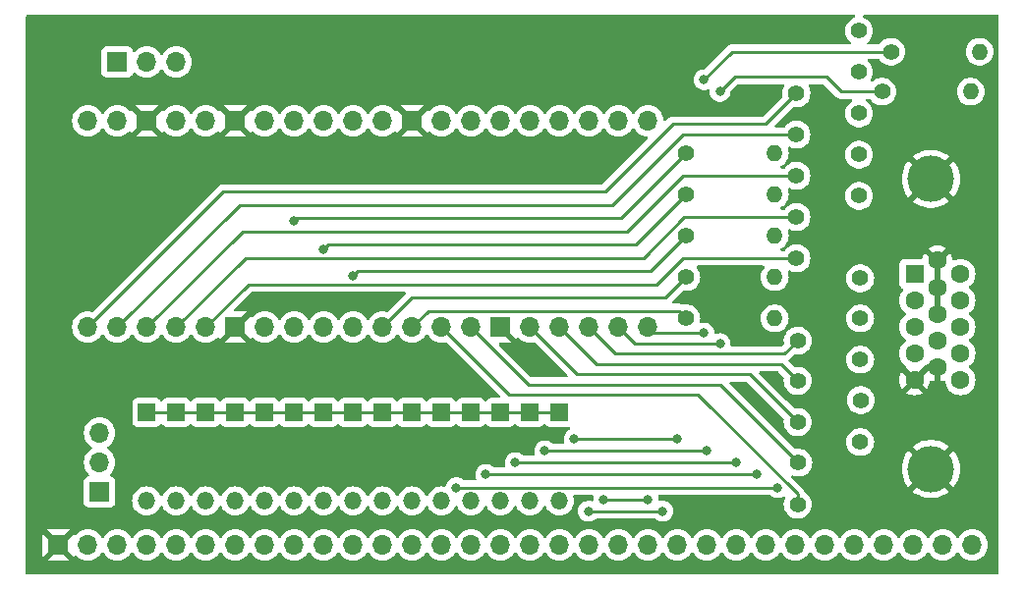
<source format=gbr>
%TF.GenerationSoftware,KiCad,Pcbnew,7.0.8*%
%TF.CreationDate,2024-01-16T07:15:13+01:00*%
%TF.ProjectId,Sorbus-VGA,536f7262-7573-42d5-9647-412e6b696361,rev?*%
%TF.SameCoordinates,Original*%
%TF.FileFunction,Copper,L2,Bot*%
%TF.FilePolarity,Positive*%
%FSLAX46Y46*%
G04 Gerber Fmt 4.6, Leading zero omitted, Abs format (unit mm)*
G04 Created by KiCad (PCBNEW 7.0.8) date 2024-01-16 07:15:13*
%MOMM*%
%LPD*%
G01*
G04 APERTURE LIST*
G04 Aperture macros list*
%AMHorizOval*
0 Thick line with rounded ends*
0 $1 width*
0 $2 $3 position (X,Y) of the first rounded end (center of the circle)*
0 $4 $5 position (X,Y) of the second rounded end (center of the circle)*
0 Add line between two ends*
20,1,$1,$2,$3,$4,$5,0*
0 Add two circle primitives to create the rounded ends*
1,1,$1,$2,$3*
1,1,$1,$4,$5*%
G04 Aperture macros list end*
%TA.AperFunction,ComponentPad*%
%ADD10C,1.400000*%
%TD*%
%TA.AperFunction,ComponentPad*%
%ADD11HorizOval,1.400000X0.000000X0.000000X0.000000X0.000000X0*%
%TD*%
%TA.AperFunction,ComponentPad*%
%ADD12R,1.500000X1.500000*%
%TD*%
%TA.AperFunction,ComponentPad*%
%ADD13O,1.500000X1.500000*%
%TD*%
%TA.AperFunction,ComponentPad*%
%ADD14O,1.400000X1.400000*%
%TD*%
%TA.AperFunction,ComponentPad*%
%ADD15R,1.700000X1.700000*%
%TD*%
%TA.AperFunction,ComponentPad*%
%ADD16O,1.700000X1.700000*%
%TD*%
%TA.AperFunction,ComponentPad*%
%ADD17C,4.000000*%
%TD*%
%TA.AperFunction,ComponentPad*%
%ADD18R,1.600000X1.600000*%
%TD*%
%TA.AperFunction,ComponentPad*%
%ADD19C,1.600000*%
%TD*%
%TA.AperFunction,ViaPad*%
%ADD20C,0.800000*%
%TD*%
%TA.AperFunction,Conductor*%
%ADD21C,0.250000*%
%TD*%
%TA.AperFunction,Conductor*%
%ADD22C,0.508000*%
%TD*%
G04 APERTURE END LIST*
D10*
%TO.P,R5,1*%
%TO.N,/RED_B0*%
X97127924Y-37238077D03*
D11*
%TO.P,R5,2*%
%TO.N,/VGA_RED*%
X102516078Y-31849923D03*
%TD*%
D12*
%TO.P,D14,1,K*%
%TO.N,~{CS}*%
X74168000Y-64765000D03*
D13*
%TO.P,D14,2,A*%
%TO.N,/A14*%
X74168000Y-72385000D03*
%TD*%
D10*
%TO.P,R8,1*%
%TO.N,/GREEN_B2*%
X87630000Y-49530000D03*
D14*
%TO.P,R8,2*%
%TO.N,/VGA_GREEN*%
X95250000Y-49530000D03*
%TD*%
D12*
%TO.P,D15,1,K*%
%TO.N,~{CS}*%
X76708000Y-64765000D03*
D13*
%TO.P,D15,2,A*%
%TO.N,/A15*%
X76708000Y-72385000D03*
%TD*%
D10*
%TO.P,R17,1*%
%TO.N,/VSYNC*%
X105283000Y-33655000D03*
D14*
%TO.P,R17,2*%
%TO.N,/VGA_VSYNC*%
X112903000Y-33655000D03*
%TD*%
D12*
%TO.P,D10,1,K*%
%TO.N,~{CS}*%
X64008000Y-64765000D03*
D13*
%TO.P,D10,2,A*%
%TO.N,/A10*%
X64008000Y-72385000D03*
%TD*%
D12*
%TO.P,D8,1,K*%
%TO.N,~{CS}*%
X58928000Y-64765000D03*
D13*
%TO.P,D8,2,A*%
%TO.N,/A8*%
X58928000Y-72385000D03*
%TD*%
D10*
%TO.P,R14,1*%
%TO.N,/BLUE_B1*%
X97282000Y-69088000D03*
D11*
%TO.P,R14,2*%
%TO.N,/VGA_BLUE*%
X102670154Y-63699846D03*
%TD*%
D10*
%TO.P,R12,1*%
%TO.N,/BLUE_B3*%
X97227846Y-62030154D03*
D11*
%TO.P,R12,2*%
%TO.N,/VGA_BLUE*%
X102616000Y-56642000D03*
%TD*%
D12*
%TO.P,D6,1,K*%
%TO.N,~{CS}*%
X53848000Y-64765000D03*
D13*
%TO.P,D6,2,A*%
%TO.N,/A6*%
X53848000Y-72385000D03*
%TD*%
D10*
%TO.P,R10,1*%
%TO.N,/GREEN_B0*%
X87630000Y-42418000D03*
D14*
%TO.P,R10,2*%
%TO.N,/VGA_GREEN*%
X95250000Y-42418000D03*
%TD*%
D10*
%TO.P,R11,1*%
%TO.N,/BLUE_B4*%
X97227846Y-58574077D03*
D11*
%TO.P,R11,2*%
%TO.N,/VGA_BLUE*%
X102616000Y-53185923D03*
%TD*%
D10*
%TO.P,R7,1*%
%TO.N,/GREEN_B3*%
X87630000Y-53086000D03*
D14*
%TO.P,R7,2*%
%TO.N,/VGA_GREEN*%
X95250000Y-53086000D03*
%TD*%
D12*
%TO.P,D7,1,K*%
%TO.N,~{CS}*%
X56388000Y-64765000D03*
D13*
%TO.P,D7,2,A*%
%TO.N,/A7*%
X56388000Y-72385000D03*
%TD*%
D12*
%TO.P,D9,1,K*%
%TO.N,~{CS}*%
X61468000Y-64765000D03*
D13*
%TO.P,D9,2,A*%
%TO.N,/A9*%
X61468000Y-72385000D03*
%TD*%
D10*
%TO.P,R9,1*%
%TO.N,/GREEN_B1*%
X87630000Y-45974000D03*
D14*
%TO.P,R9,2*%
%TO.N,/VGA_GREEN*%
X95250000Y-45974000D03*
%TD*%
D15*
%TO.P,J3,1,Pin_1*%
%TO.N,/A0*%
X37084000Y-71628000D03*
D16*
%TO.P,J3,2,Pin_2*%
%TO.N,/GPIO28*%
X37084000Y-69088000D03*
%TO.P,J3,3,Pin_3*%
%TO.N,~{IRQ}*%
X37084000Y-66548000D03*
%TD*%
D10*
%TO.P,R3,1*%
%TO.N,/RED_B2*%
X97127924Y-44350077D03*
D11*
%TO.P,R3,2*%
%TO.N,/VGA_RED*%
X102516078Y-38961923D03*
%TD*%
D12*
%TO.P,D13,1,K*%
%TO.N,~{CS}*%
X71628000Y-64765000D03*
D13*
%TO.P,D13,2,A*%
%TO.N,/A13*%
X71628000Y-72385000D03*
%TD*%
D10*
%TO.P,R13,1*%
%TO.N,/BLUE_B2*%
X97227846Y-65586154D03*
D11*
%TO.P,R13,2*%
%TO.N,/VGA_BLUE*%
X102616000Y-60198000D03*
%TD*%
D17*
%TO.P,J2,0*%
%TO.N,GND*%
X108712000Y-69631000D03*
X108712000Y-44631000D03*
D18*
%TO.P,J2,1*%
%TO.N,/VGA_RED*%
X107292000Y-52816000D03*
D19*
%TO.P,J2,2*%
%TO.N,/VGA_GREEN*%
X107292000Y-55106000D03*
%TO.P,J2,3*%
%TO.N,/VGA_BLUE*%
X107292000Y-57396000D03*
%TO.P,J2,4*%
%TO.N,unconnected-(J2-Pad4)*%
X107292000Y-59686000D03*
%TO.P,J2,5*%
%TO.N,GND*%
X107292000Y-61976000D03*
%TO.P,J2,6*%
X109272000Y-51671000D03*
%TO.P,J2,7*%
X109272000Y-53961000D03*
%TO.P,J2,8*%
X109272000Y-56251000D03*
%TO.P,J2,9*%
%TO.N,unconnected-(J2-Pad9)*%
X109272000Y-58541000D03*
%TO.P,J2,10*%
%TO.N,GND*%
X109272000Y-60831000D03*
%TO.P,J2,11*%
%TO.N,unconnected-(J2-Pad11)*%
X111252000Y-52816000D03*
%TO.P,J2,12*%
%TO.N,unconnected-(J2-Pad12)*%
X111252000Y-55106000D03*
%TO.P,J2,13*%
%TO.N,/VGA_HSYNC*%
X111252000Y-57396000D03*
%TO.P,J2,14*%
%TO.N,/VGA_VSYNC*%
X111252000Y-59686000D03*
%TO.P,J2,15*%
%TO.N,unconnected-(J2-Pad15)*%
X111252000Y-61976000D03*
%TD*%
D12*
%TO.P,D3,1,K*%
%TO.N,~{CS}*%
X46228000Y-64765000D03*
D13*
%TO.P,D3,2,A*%
%TO.N,/A3*%
X46228000Y-72385000D03*
%TD*%
D10*
%TO.P,R15,1*%
%TO.N,/BLUE_B0*%
X97227846Y-72698154D03*
D11*
%TO.P,R15,2*%
%TO.N,/VGA_BLUE*%
X102616000Y-67310000D03*
%TD*%
D12*
%TO.P,D1,1,K*%
%TO.N,~{CS}*%
X41146000Y-64765000D03*
D13*
%TO.P,D1,2,A*%
%TO.N,/A1*%
X41146000Y-72385000D03*
%TD*%
D10*
%TO.P,R1,1*%
%TO.N,/RED_B4*%
X97127924Y-51462077D03*
D11*
%TO.P,R1,2*%
%TO.N,/VGA_RED*%
X102516078Y-46073923D03*
%TD*%
D10*
%TO.P,R2,1*%
%TO.N,/RED_B3*%
X97127924Y-47906077D03*
D11*
%TO.P,R2,2*%
%TO.N,/VGA_RED*%
X102516078Y-42517923D03*
%TD*%
D12*
%TO.P,D2,1,K*%
%TO.N,~{CS}*%
X43688000Y-64765000D03*
D13*
%TO.P,D2,2,A*%
%TO.N,/A2*%
X43688000Y-72385000D03*
%TD*%
D16*
%TO.P,U1,1,GPIO0*%
%TO.N,/RED_B0*%
X36068000Y-57404000D03*
%TO.P,U1,2,GPIO1*%
%TO.N,/RED_B1*%
X38608000Y-57404000D03*
%TO.P,U1,3,GPIO2*%
%TO.N,/RED_B2*%
X41148000Y-57404000D03*
%TO.P,U1,4,GPIO3*%
%TO.N,/RED_B3*%
X43688000Y-57404000D03*
%TO.P,U1,5,GPIO4*%
%TO.N,/RED_B4*%
X46228000Y-57404000D03*
D15*
%TO.P,U1,6,GND*%
%TO.N,GND*%
X48768000Y-57404000D03*
D16*
%TO.P,U1,7,GPIO5*%
%TO.N,~{CS}*%
X51308000Y-57404000D03*
%TO.P,U1,8,GPIO6*%
%TO.N,/GREEN_B0*%
X53848000Y-57404000D03*
%TO.P,U1,9,GPIO7*%
%TO.N,/GREEN_B1*%
X56388000Y-57404000D03*
%TO.P,U1,10,GPIO8*%
%TO.N,/GREEN_B2*%
X58928000Y-57404000D03*
%TO.P,U1,11,GPIO9*%
%TO.N,/GREEN_B3*%
X61468000Y-57404000D03*
%TO.P,U1,12,GPIO10*%
%TO.N,/GREEN_B4*%
X64008000Y-57404000D03*
%TO.P,U1,13,GPIO11*%
%TO.N,/BLUE_B0*%
X66548000Y-57404000D03*
%TO.P,U1,14,GPIO12*%
%TO.N,/BLUE_B1*%
X69088000Y-57404000D03*
D15*
%TO.P,U1,15,GND*%
%TO.N,GND*%
X71628000Y-57404000D03*
D16*
%TO.P,U1,16,GPIO13*%
%TO.N,/BLUE_B2*%
X74168000Y-57404000D03*
%TO.P,U1,17,GPIO14*%
%TO.N,/BLUE_B3*%
X76708000Y-57404000D03*
%TO.P,U1,18,GPIO15*%
%TO.N,/BLUE_B4*%
X79248000Y-57404000D03*
%TO.P,U1,19,GPIO16*%
%TO.N,/HSYNC*%
X81788000Y-57404000D03*
%TO.P,U1,20,GPIO17*%
%TO.N,/VSYNC*%
X84328000Y-57404000D03*
%TO.P,U1,21,GPIO18*%
%TO.N,D0*%
X84328000Y-39624000D03*
%TO.P,U1,22,GPIO19*%
%TO.N,D1*%
X81788000Y-39624000D03*
%TO.P,U1,23,GPIO20*%
%TO.N,D2*%
X79248000Y-39624000D03*
%TO.P,U1,24,GPIO21*%
%TO.N,D3*%
X76708000Y-39624000D03*
%TO.P,U1,25,GPIO22*%
%TO.N,D4*%
X74168000Y-39624000D03*
%TO.P,U1,26,GPIO23*%
%TO.N,D5*%
X71628000Y-39624000D03*
%TO.P,U1,27,GPIO24*%
%TO.N,D6*%
X69088000Y-39624000D03*
%TO.P,U1,28,GPIO25*%
%TO.N,D7*%
X66548000Y-39624000D03*
D15*
%TO.P,U1,29,AGND*%
%TO.N,GND*%
X64008000Y-39624000D03*
D16*
%TO.P,U1,30,GPIO26_ADC0*%
%TO.N,R{slash}~{W}*%
X61468000Y-39624000D03*
%TO.P,U1,31,GPIO27_ADC1*%
%TO.N,CLK*%
X58928000Y-39624000D03*
%TO.P,U1,32,GPIO28_ADC2*%
%TO.N,/GPIO28*%
X56388000Y-39624000D03*
%TO.P,U1,33,GPIO29_ADC3*%
%TO.N,~{NMI}*%
X53848000Y-39624000D03*
%TO.P,U1,34,RUN*%
%TO.N,RUN*%
X51308000Y-39624000D03*
D15*
%TO.P,U1,35,GND*%
%TO.N,GND*%
X48768000Y-39624000D03*
D16*
%TO.P,U1,36,3V3*%
%TO.N,3V3*%
X46228000Y-39624000D03*
%TO.P,U1,37,3V3_EN*%
%TO.N,unconnected-(U1-3V3_EN-Pad37)*%
X43688000Y-39624000D03*
D15*
%TO.P,U1,38,GND*%
%TO.N,GND*%
X41148000Y-39624000D03*
D16*
%TO.P,U1,39,VIN*%
%TO.N,unconnected-(U1-VIN-Pad39)*%
X38608000Y-39624000D03*
%TO.P,U1,40,VBUS*%
%TO.N,5V*%
X36068000Y-39624000D03*
%TD*%
D10*
%TO.P,R4,1*%
%TO.N,/RED_B1*%
X97127924Y-40794077D03*
D11*
%TO.P,R4,2*%
%TO.N,/VGA_RED*%
X102516078Y-35405923D03*
%TD*%
D12*
%TO.P,D12,1,K*%
%TO.N,~{CS}*%
X69088000Y-64765000D03*
D13*
%TO.P,D12,2,A*%
%TO.N,/A12*%
X69088000Y-72385000D03*
%TD*%
D10*
%TO.P,R16,1*%
%TO.N,/HSYNC*%
X104521000Y-37084000D03*
D14*
%TO.P,R16,2*%
%TO.N,/VGA_HSYNC*%
X112141000Y-37084000D03*
%TD*%
D15*
%TO.P,J4,1,Pin_1*%
%TO.N,5V*%
X38608000Y-34544000D03*
D16*
%TO.P,J4,2,Pin_2*%
%TO.N,VCC*%
X41148000Y-34544000D03*
%TO.P,J4,3,Pin_3*%
%TO.N,3V3*%
X43688000Y-34544000D03*
%TD*%
D10*
%TO.P,R6,1*%
%TO.N,/GREEN_B4*%
X87630000Y-56642000D03*
D14*
%TO.P,R6,2*%
%TO.N,/VGA_GREEN*%
X95250000Y-56642000D03*
%TD*%
D12*
%TO.P,D4,1,K*%
%TO.N,~{CS}*%
X48768000Y-64765000D03*
D13*
%TO.P,D4,2,A*%
%TO.N,/A4*%
X48768000Y-72385000D03*
%TD*%
D12*
%TO.P,D5,1,K*%
%TO.N,~{CS}*%
X51308000Y-64765000D03*
D13*
%TO.P,D5,2,A*%
%TO.N,/A5*%
X51308000Y-72385000D03*
%TD*%
D12*
%TO.P,D11,1,K*%
%TO.N,~{CS}*%
X66548000Y-64765000D03*
D13*
%TO.P,D11,2,A*%
%TO.N,/A11*%
X66548000Y-72385000D03*
%TD*%
D15*
%TO.P,J1,1,Pin_1*%
%TO.N,GND*%
X33528000Y-76200000D03*
D16*
%TO.P,J1,2,Pin_2*%
%TO.N,VCC*%
X36068000Y-76200000D03*
%TO.P,J1,3,Pin_3*%
%TO.N,/A0*%
X38608000Y-76200000D03*
%TO.P,J1,4,Pin_4*%
%TO.N,/A1*%
X41148000Y-76200000D03*
%TO.P,J1,5,Pin_5*%
%TO.N,/A2*%
X43688000Y-76200000D03*
%TO.P,J1,6,Pin_6*%
%TO.N,/A3*%
X46228000Y-76200000D03*
%TO.P,J1,7,Pin_7*%
%TO.N,/A4*%
X48768000Y-76200000D03*
%TO.P,J1,8,Pin_8*%
%TO.N,/A5*%
X51308000Y-76200000D03*
%TO.P,J1,9,Pin_9*%
%TO.N,/A6*%
X53848000Y-76200000D03*
%TO.P,J1,10,Pin_10*%
%TO.N,/A7*%
X56388000Y-76200000D03*
%TO.P,J1,11,Pin_11*%
%TO.N,/A8*%
X58928000Y-76200000D03*
%TO.P,J1,12,Pin_12*%
%TO.N,/A9*%
X61468000Y-76200000D03*
%TO.P,J1,13,Pin_13*%
%TO.N,/A10*%
X64008000Y-76200000D03*
%TO.P,J1,14,Pin_14*%
%TO.N,/A11*%
X66548000Y-76200000D03*
%TO.P,J1,15,Pin_15*%
%TO.N,/A12*%
X69088000Y-76200000D03*
%TO.P,J1,16,Pin_16*%
%TO.N,/A13*%
X71628000Y-76200000D03*
%TO.P,J1,17,Pin_17*%
%TO.N,/A14*%
X74168000Y-76200000D03*
%TO.P,J1,18,Pin_18*%
%TO.N,/A15*%
X76708000Y-76200000D03*
%TO.P,J1,19,Pin_19*%
%TO.N,D0*%
X79248000Y-76200000D03*
%TO.P,J1,20,Pin_20*%
%TO.N,D1*%
X81788000Y-76200000D03*
%TO.P,J1,21,Pin_21*%
%TO.N,D2*%
X84328000Y-76200000D03*
%TO.P,J1,22,Pin_22*%
%TO.N,D3*%
X86868000Y-76200000D03*
%TO.P,J1,23,Pin_23*%
%TO.N,D4*%
X89408000Y-76200000D03*
%TO.P,J1,24,Pin_24*%
%TO.N,D5*%
X91948000Y-76200000D03*
%TO.P,J1,25,Pin_25*%
%TO.N,D6*%
X94488000Y-76200000D03*
%TO.P,J1,26,Pin_26*%
%TO.N,D7*%
X97028000Y-76200000D03*
%TO.P,J1,27,Pin_27*%
%TO.N,R{slash}~{W}*%
X99568000Y-76200000D03*
%TO.P,J1,28,Pin_28*%
%TO.N,CLK*%
X102108000Y-76200000D03*
%TO.P,J1,29,Pin_29*%
%TO.N,RDY*%
X104648000Y-76200000D03*
%TO.P,J1,30,Pin_30*%
%TO.N,~{IRQ}*%
X107188000Y-76200000D03*
%TO.P,J1,31,Pin_31*%
%TO.N,~{NMI}*%
X109728000Y-76200000D03*
%TO.P,J1,32,Pin_32*%
%TO.N,~{RESET}*%
X112268000Y-76200000D03*
%TD*%
D20*
%TO.N,GND*%
X98552000Y-66929000D03*
X105918000Y-74676000D03*
X65278000Y-59563000D03*
X52578000Y-59563000D03*
X42418000Y-74168000D03*
X57658000Y-74168000D03*
X47498000Y-74168000D03*
X50038000Y-74168000D03*
X60198000Y-74168000D03*
X67818000Y-74168000D03*
X55118000Y-74168000D03*
X65278000Y-74168000D03*
X72898000Y-74168000D03*
X52578000Y-74168000D03*
X75438000Y-74168000D03*
X62738000Y-74168000D03*
X87630000Y-54991000D03*
X44958000Y-74168000D03*
X70358000Y-74168000D03*
%TO.N,D0*%
X79206551Y-73279000D03*
X85598000Y-73278992D03*
%TO.N,D2*%
X84328000Y-72263000D03*
X80518000Y-72263000D03*
%TO.N,D3*%
X77978000Y-67056000D03*
X86867994Y-67056000D03*
%TO.N,D4*%
X89408000Y-68072000D03*
X75437997Y-68072000D03*
%TO.N,D5*%
X91948000Y-69088000D03*
X72898000Y-69087994D03*
%TO.N,D6*%
X93726000Y-70104000D03*
X70358004Y-70104000D03*
%TO.N,D7*%
X95504000Y-71247000D03*
X67818000Y-71247000D03*
%TO.N,/GREEN_B2*%
X58928000Y-52959000D03*
%TO.N,/GREEN_B1*%
X56388000Y-50673000D03*
%TO.N,/GREEN_B0*%
X53847996Y-48260000D03*
%TO.N,/HSYNC*%
X90551000Y-37084000D03*
X90551000Y-58838000D03*
%TO.N,/VSYNC*%
X89154000Y-57917279D03*
X89154000Y-36068010D03*
%TD*%
D21*
%TO.N,/RED_B0*%
X80645000Y-45720000D02*
X47752000Y-45720000D01*
X94488001Y-39878000D02*
X86487000Y-39878000D01*
X86487000Y-39878000D02*
X80645000Y-45720000D01*
X97127924Y-37238077D02*
X94488001Y-39878000D01*
X47752000Y-45720000D02*
X36068000Y-57404000D01*
%TO.N,/RED_B1*%
X49149000Y-46863000D02*
X38608000Y-57404000D01*
X81280000Y-46863000D02*
X49149000Y-46863000D01*
X87348923Y-40794077D02*
X81280000Y-46863000D01*
X97127924Y-40794077D02*
X87348923Y-40794077D01*
%TO.N,/GREEN_B0*%
X82042000Y-48006000D02*
X54101996Y-48006000D01*
X87630000Y-42418000D02*
X82042000Y-48006000D01*
X54101996Y-48006000D02*
X53847996Y-48260000D01*
%TO.N,/RED_B2*%
X49403000Y-49149000D02*
X41148000Y-57404000D01*
X82550000Y-49149000D02*
X49403000Y-49149000D01*
X87376000Y-44323000D02*
X82550000Y-49149000D01*
X95377001Y-44323000D02*
X87376000Y-44323000D01*
X97127924Y-44350077D02*
X95476923Y-44350077D01*
X95476923Y-44350077D02*
X95440500Y-44386499D01*
X95440500Y-44386499D02*
X95377001Y-44323000D01*
%TO.N,/GREEN_B1*%
X56769000Y-50292000D02*
X56388000Y-50673000D01*
X83312000Y-50292000D02*
X56769000Y-50292000D01*
X87630000Y-45974000D02*
X83312000Y-50292000D01*
%TO.N,/RED_B3*%
X83947000Y-51435000D02*
X49657000Y-51435000D01*
X87475923Y-47906077D02*
X83947000Y-51435000D01*
X97127924Y-47906077D02*
X87475923Y-47906077D01*
X49657000Y-51435000D02*
X43688000Y-57404000D01*
%TO.N,/GREEN_B2*%
X59309000Y-52578000D02*
X58928000Y-52959000D01*
X84582000Y-52578000D02*
X59309000Y-52578000D01*
X87630000Y-49530000D02*
X84582000Y-52578000D01*
%TO.N,/RED_B4*%
X85090000Y-53721000D02*
X49911000Y-53721000D01*
X87348923Y-51462077D02*
X85090000Y-53721000D01*
X49911000Y-53721000D02*
X46228000Y-57404000D01*
X97127924Y-51462077D02*
X87348923Y-51462077D01*
%TO.N,/GREEN_B3*%
X64008000Y-54864000D02*
X85852000Y-54864000D01*
X61468000Y-57404000D02*
X64008000Y-54864000D01*
X85852000Y-54864000D02*
X87630000Y-53086000D01*
%TO.N,~{CS}*%
X76708000Y-64765000D02*
X41146000Y-64765000D01*
D22*
%TO.N,GND*%
X109272000Y-53961000D02*
X109272000Y-56251000D01*
X108437000Y-60831000D02*
X107292000Y-61976000D01*
X109272000Y-60831000D02*
X108437000Y-60831000D01*
X109272000Y-51671000D02*
X109272000Y-53961000D01*
D21*
%TO.N,D0*%
X85597992Y-73279000D02*
X85598000Y-73278992D01*
X79206551Y-73279000D02*
X85597992Y-73279000D01*
%TO.N,D2*%
X80518000Y-72263000D02*
X84328000Y-72263000D01*
%TO.N,D3*%
X77978000Y-67056000D02*
X86867994Y-67056000D01*
%TO.N,D4*%
X89408000Y-68072000D02*
X75437997Y-68072000D01*
%TO.N,D5*%
X91948000Y-69088000D02*
X72898006Y-69088000D01*
X72898006Y-69088000D02*
X72898000Y-69087994D01*
%TO.N,D6*%
X93726000Y-70104000D02*
X70358004Y-70104000D01*
%TO.N,D7*%
X95504000Y-71247000D02*
X67818000Y-71247000D01*
%TO.N,/GREEN_B4*%
X86995000Y-56007000D02*
X87630000Y-56642000D01*
X64008000Y-57404000D02*
X65405000Y-56007000D01*
X65405000Y-56007000D02*
X86995000Y-56007000D01*
%TO.N,/BLUE_B4*%
X81534000Y-59690000D02*
X96111923Y-59690000D01*
X79248000Y-57404000D02*
X81534000Y-59690000D01*
X96111923Y-59690000D02*
X97227846Y-58574077D01*
%TO.N,/BLUE_B3*%
X95776692Y-60579000D02*
X97227846Y-62030154D01*
X76708000Y-57404000D02*
X79883000Y-60579000D01*
X79883000Y-60579000D02*
X95776692Y-60579000D01*
%TO.N,/BLUE_B2*%
X74168000Y-57404000D02*
X78232000Y-61468000D01*
X93109692Y-61468000D02*
X97227846Y-65586154D01*
X78232000Y-61468000D02*
X93109692Y-61468000D01*
%TO.N,/BLUE_B1*%
X69088000Y-57404000D02*
X74041000Y-62357000D01*
X90551000Y-62357000D02*
X97282000Y-69088000D01*
X74041000Y-62357000D02*
X90551000Y-62357000D01*
%TO.N,/BLUE_B0*%
X72390000Y-63246000D02*
X88655305Y-63246000D01*
X97227846Y-71818541D02*
X97227846Y-72698154D01*
X66548000Y-57404000D02*
X72390000Y-63246000D01*
X88655305Y-63246000D02*
X97227846Y-71818541D01*
%TO.N,/HSYNC*%
X104521000Y-37084000D02*
X100965000Y-37084000D01*
X99695000Y-35814000D02*
X91821000Y-35814000D01*
X81788000Y-57404000D02*
X83222000Y-58838000D01*
X83222000Y-58838000D02*
X90551000Y-58838000D01*
X100965000Y-37084000D02*
X99695000Y-35814000D01*
X91821000Y-35814000D02*
X90551000Y-37084000D01*
%TO.N,/VSYNC*%
X84328000Y-57404000D02*
X84841279Y-57917279D01*
X105283000Y-33655000D02*
X91567010Y-33655000D01*
X84841279Y-57917279D02*
X89154000Y-57917279D01*
X91567010Y-33655000D02*
X89154000Y-36068010D01*
%TD*%
%TA.AperFunction,Conductor*%
%TO.N,GND*%
G36*
X109522000Y-55815498D02*
G01*
X109414315Y-55766320D01*
X109307763Y-55751000D01*
X109236237Y-55751000D01*
X109129685Y-55766320D01*
X109022000Y-55815498D01*
X109022000Y-54396501D01*
X109129685Y-54445680D01*
X109236237Y-54461000D01*
X109307763Y-54461000D01*
X109414315Y-54445680D01*
X109522000Y-54396501D01*
X109522000Y-55815498D01*
G37*
%TD.AperFunction*%
%TA.AperFunction,Conductor*%
G36*
X102131405Y-30500185D02*
G01*
X102177160Y-30552989D01*
X102187104Y-30622147D01*
X102158079Y-30685703D01*
X102109161Y-30720125D01*
X102019366Y-30754912D01*
X101978679Y-30770675D01*
X101978673Y-30770677D01*
X101789517Y-30887797D01*
X101789515Y-30887799D01*
X101625098Y-31037684D01*
X101491021Y-31215231D01*
X101491016Y-31215239D01*
X101391853Y-31414384D01*
X101391847Y-31414399D01*
X101330963Y-31628385D01*
X101330962Y-31628387D01*
X101310435Y-31849922D01*
X101310435Y-31849923D01*
X101330962Y-32071458D01*
X101330963Y-32071460D01*
X101391847Y-32285446D01*
X101391853Y-32285461D01*
X101491016Y-32484606D01*
X101491021Y-32484614D01*
X101625098Y-32662161D01*
X101791508Y-32813863D01*
X101827790Y-32873574D01*
X101826029Y-32943422D01*
X101786786Y-33001229D01*
X101722519Y-33028644D01*
X101707970Y-33029500D01*
X91649747Y-33029500D01*
X91634130Y-33027776D01*
X91634103Y-33028062D01*
X91626341Y-33027327D01*
X91557213Y-33029500D01*
X91527660Y-33029500D01*
X91526939Y-33029590D01*
X91520767Y-33030369D01*
X91514955Y-33030826D01*
X91468382Y-33032290D01*
X91468379Y-33032291D01*
X91449136Y-33037881D01*
X91430093Y-33041825D01*
X91410214Y-33044336D01*
X91410213Y-33044337D01*
X91366888Y-33061490D01*
X91361362Y-33063382D01*
X91316618Y-33076383D01*
X91316614Y-33076385D01*
X91299375Y-33086580D01*
X91281908Y-33095137D01*
X91263279Y-33102512D01*
X91263277Y-33102513D01*
X91225574Y-33129906D01*
X91220692Y-33133112D01*
X91180590Y-33156828D01*
X91166418Y-33171000D01*
X91151633Y-33183628D01*
X91138047Y-33193500D01*
X91135422Y-33195407D01*
X91105719Y-33231310D01*
X91101787Y-33235631D01*
X89206228Y-35131191D01*
X89144905Y-35164676D01*
X89118547Y-35167510D01*
X89059354Y-35167510D01*
X89026897Y-35174408D01*
X88874197Y-35206865D01*
X88874192Y-35206867D01*
X88701270Y-35283858D01*
X88701265Y-35283861D01*
X88548129Y-35395121D01*
X88421466Y-35535795D01*
X88326821Y-35699725D01*
X88326818Y-35699732D01*
X88268327Y-35879750D01*
X88268326Y-35879754D01*
X88248540Y-36068010D01*
X88268326Y-36256266D01*
X88268327Y-36256269D01*
X88326818Y-36436287D01*
X88326821Y-36436294D01*
X88421467Y-36600226D01*
X88464912Y-36648476D01*
X88548129Y-36740898D01*
X88701265Y-36852158D01*
X88701270Y-36852161D01*
X88874192Y-36929152D01*
X88874197Y-36929154D01*
X89059354Y-36968510D01*
X89059355Y-36968510D01*
X89248644Y-36968510D01*
X89248646Y-36968510D01*
X89433803Y-36929154D01*
X89476804Y-36910008D01*
X89546050Y-36900723D01*
X89609327Y-36930351D01*
X89646542Y-36989485D01*
X89650558Y-37036247D01*
X89645540Y-37084000D01*
X89665326Y-37272256D01*
X89665327Y-37272259D01*
X89723818Y-37452277D01*
X89723821Y-37452284D01*
X89818467Y-37616216D01*
X89910736Y-37718691D01*
X89945129Y-37756888D01*
X90098265Y-37868148D01*
X90098270Y-37868151D01*
X90271192Y-37945142D01*
X90271197Y-37945144D01*
X90456354Y-37984500D01*
X90456355Y-37984500D01*
X90645644Y-37984500D01*
X90645646Y-37984500D01*
X90830803Y-37945144D01*
X91003730Y-37868151D01*
X91156871Y-37756888D01*
X91283533Y-37616216D01*
X91378179Y-37452284D01*
X91436674Y-37272256D01*
X91454321Y-37104344D01*
X91480904Y-37039734D01*
X91489950Y-37029639D01*
X92043772Y-36475819D01*
X92105095Y-36442334D01*
X92131453Y-36439500D01*
X95984205Y-36439500D01*
X96051244Y-36459185D01*
X96096999Y-36511989D01*
X96106943Y-36581147D01*
X96095205Y-36618772D01*
X96003699Y-36802538D01*
X96003693Y-36802553D01*
X95942809Y-37016539D01*
X95942808Y-37016541D01*
X95922281Y-37238076D01*
X95922281Y-37238077D01*
X95942809Y-37459613D01*
X95943239Y-37461914D01*
X95943125Y-37463032D01*
X95943338Y-37465322D01*
X95942890Y-37465363D01*
X95936207Y-37531429D01*
X95909031Y-37572378D01*
X94265229Y-39216181D01*
X94203906Y-39249666D01*
X94177548Y-39252500D01*
X86569743Y-39252500D01*
X86554122Y-39250775D01*
X86554095Y-39251061D01*
X86546333Y-39250326D01*
X86477172Y-39252500D01*
X86447649Y-39252500D01*
X86440778Y-39253367D01*
X86434959Y-39253825D01*
X86388374Y-39255289D01*
X86388368Y-39255290D01*
X86369126Y-39260880D01*
X86350087Y-39264823D01*
X86330217Y-39267334D01*
X86330203Y-39267337D01*
X86286883Y-39284488D01*
X86281358Y-39286380D01*
X86236613Y-39299380D01*
X86236610Y-39299381D01*
X86219366Y-39309579D01*
X86201905Y-39318133D01*
X86183274Y-39325510D01*
X86183262Y-39325517D01*
X86145570Y-39352902D01*
X86140687Y-39356109D01*
X86100580Y-39379829D01*
X86086414Y-39393995D01*
X86071624Y-39406627D01*
X86055414Y-39418404D01*
X86055411Y-39418407D01*
X86025710Y-39454309D01*
X86021777Y-39458631D01*
X85885589Y-39594819D01*
X85824266Y-39628304D01*
X85754574Y-39623320D01*
X85698641Y-39581448D01*
X85674380Y-39517945D01*
X85663063Y-39388592D01*
X85608099Y-39183460D01*
X85601905Y-39160344D01*
X85601904Y-39160343D01*
X85601903Y-39160337D01*
X85502035Y-38946171D01*
X85496425Y-38938158D01*
X85366494Y-38752597D01*
X85199402Y-38585506D01*
X85199395Y-38585501D01*
X85005834Y-38449967D01*
X85005830Y-38449965D01*
X84981408Y-38438577D01*
X84791663Y-38350097D01*
X84791659Y-38350096D01*
X84791655Y-38350094D01*
X84563413Y-38288938D01*
X84563403Y-38288936D01*
X84328001Y-38268341D01*
X84327999Y-38268341D01*
X84092596Y-38288936D01*
X84092586Y-38288938D01*
X83864344Y-38350094D01*
X83864335Y-38350098D01*
X83650171Y-38449964D01*
X83650169Y-38449965D01*
X83456597Y-38585505D01*
X83289505Y-38752597D01*
X83159575Y-38938158D01*
X83104998Y-38981783D01*
X83035500Y-38988977D01*
X82973145Y-38957454D01*
X82956425Y-38938158D01*
X82826494Y-38752597D01*
X82659402Y-38585506D01*
X82659395Y-38585501D01*
X82465834Y-38449967D01*
X82465830Y-38449965D01*
X82441408Y-38438577D01*
X82251663Y-38350097D01*
X82251659Y-38350096D01*
X82251655Y-38350094D01*
X82023413Y-38288938D01*
X82023403Y-38288936D01*
X81788001Y-38268341D01*
X81787999Y-38268341D01*
X81552596Y-38288936D01*
X81552586Y-38288938D01*
X81324344Y-38350094D01*
X81324335Y-38350098D01*
X81110171Y-38449964D01*
X81110169Y-38449965D01*
X80916597Y-38585505D01*
X80749505Y-38752597D01*
X80619575Y-38938158D01*
X80564998Y-38981783D01*
X80495500Y-38988977D01*
X80433145Y-38957454D01*
X80416425Y-38938158D01*
X80286494Y-38752597D01*
X80119402Y-38585506D01*
X80119395Y-38585501D01*
X79925834Y-38449967D01*
X79925830Y-38449965D01*
X79901408Y-38438577D01*
X79711663Y-38350097D01*
X79711659Y-38350096D01*
X79711655Y-38350094D01*
X79483413Y-38288938D01*
X79483403Y-38288936D01*
X79248001Y-38268341D01*
X79247999Y-38268341D01*
X79012596Y-38288936D01*
X79012586Y-38288938D01*
X78784344Y-38350094D01*
X78784335Y-38350098D01*
X78570171Y-38449964D01*
X78570169Y-38449965D01*
X78376597Y-38585505D01*
X78209505Y-38752597D01*
X78079575Y-38938158D01*
X78024998Y-38981783D01*
X77955500Y-38988977D01*
X77893145Y-38957454D01*
X77876425Y-38938158D01*
X77746494Y-38752597D01*
X77579402Y-38585506D01*
X77579395Y-38585501D01*
X77385834Y-38449967D01*
X77385830Y-38449965D01*
X77361408Y-38438577D01*
X77171663Y-38350097D01*
X77171659Y-38350096D01*
X77171655Y-38350094D01*
X76943413Y-38288938D01*
X76943403Y-38288936D01*
X76708001Y-38268341D01*
X76707999Y-38268341D01*
X76472596Y-38288936D01*
X76472586Y-38288938D01*
X76244344Y-38350094D01*
X76244335Y-38350098D01*
X76030171Y-38449964D01*
X76030169Y-38449965D01*
X75836597Y-38585505D01*
X75669505Y-38752597D01*
X75539575Y-38938158D01*
X75484998Y-38981783D01*
X75415500Y-38988977D01*
X75353145Y-38957454D01*
X75336425Y-38938158D01*
X75206494Y-38752597D01*
X75039402Y-38585506D01*
X75039395Y-38585501D01*
X74845834Y-38449967D01*
X74845830Y-38449965D01*
X74821408Y-38438577D01*
X74631663Y-38350097D01*
X74631659Y-38350096D01*
X74631655Y-38350094D01*
X74403413Y-38288938D01*
X74403403Y-38288936D01*
X74168001Y-38268341D01*
X74167999Y-38268341D01*
X73932596Y-38288936D01*
X73932586Y-38288938D01*
X73704344Y-38350094D01*
X73704335Y-38350098D01*
X73490171Y-38449964D01*
X73490169Y-38449965D01*
X73296597Y-38585505D01*
X73129505Y-38752597D01*
X72999575Y-38938158D01*
X72944998Y-38981783D01*
X72875500Y-38988977D01*
X72813145Y-38957454D01*
X72796425Y-38938158D01*
X72666494Y-38752597D01*
X72499402Y-38585506D01*
X72499395Y-38585501D01*
X72305834Y-38449967D01*
X72305830Y-38449965D01*
X72281408Y-38438577D01*
X72091663Y-38350097D01*
X72091659Y-38350096D01*
X72091655Y-38350094D01*
X71863413Y-38288938D01*
X71863403Y-38288936D01*
X71628001Y-38268341D01*
X71627999Y-38268341D01*
X71392596Y-38288936D01*
X71392586Y-38288938D01*
X71164344Y-38350094D01*
X71164335Y-38350098D01*
X70950171Y-38449964D01*
X70950169Y-38449965D01*
X70756597Y-38585505D01*
X70589505Y-38752597D01*
X70459575Y-38938158D01*
X70404998Y-38981783D01*
X70335500Y-38988977D01*
X70273145Y-38957454D01*
X70256425Y-38938158D01*
X70126494Y-38752597D01*
X69959402Y-38585506D01*
X69959395Y-38585501D01*
X69765834Y-38449967D01*
X69765830Y-38449965D01*
X69741408Y-38438577D01*
X69551663Y-38350097D01*
X69551659Y-38350096D01*
X69551655Y-38350094D01*
X69323413Y-38288938D01*
X69323403Y-38288936D01*
X69088001Y-38268341D01*
X69087999Y-38268341D01*
X68852596Y-38288936D01*
X68852586Y-38288938D01*
X68624344Y-38350094D01*
X68624335Y-38350098D01*
X68410171Y-38449964D01*
X68410169Y-38449965D01*
X68216597Y-38585505D01*
X68049505Y-38752597D01*
X67919575Y-38938158D01*
X67864998Y-38981783D01*
X67795500Y-38988977D01*
X67733145Y-38957454D01*
X67716425Y-38938158D01*
X67586494Y-38752597D01*
X67419402Y-38585506D01*
X67419395Y-38585501D01*
X67225834Y-38449967D01*
X67225830Y-38449965D01*
X67201408Y-38438577D01*
X67011663Y-38350097D01*
X67011659Y-38350096D01*
X67011655Y-38350094D01*
X66783413Y-38288938D01*
X66783403Y-38288936D01*
X66548001Y-38268341D01*
X66547999Y-38268341D01*
X66312596Y-38288936D01*
X66312586Y-38288938D01*
X66084344Y-38350094D01*
X66084335Y-38350098D01*
X65870171Y-38449964D01*
X65870169Y-38449965D01*
X65676600Y-38585503D01*
X65554284Y-38707819D01*
X65492961Y-38741303D01*
X65423269Y-38736319D01*
X65367336Y-38694447D01*
X65350421Y-38663471D01*
X65342721Y-38642829D01*
X64499132Y-39486418D01*
X64476682Y-39409960D01*
X64397395Y-39286587D01*
X64286562Y-39190549D01*
X64153161Y-39129627D01*
X64149365Y-39129081D01*
X64989169Y-38289276D01*
X64989168Y-38289275D01*
X64965382Y-38280403D01*
X64965372Y-38280401D01*
X64905844Y-38274000D01*
X63110155Y-38274000D01*
X63050626Y-38280401D01*
X63026829Y-38289276D01*
X63866635Y-39129081D01*
X63862839Y-39129627D01*
X63729438Y-39190549D01*
X63618605Y-39286587D01*
X63539318Y-39409960D01*
X63516866Y-39486419D01*
X62673276Y-38642829D01*
X62673276Y-38642830D01*
X62665579Y-38663468D01*
X62623708Y-38719403D01*
X62558244Y-38743821D01*
X62489971Y-38728970D01*
X62461715Y-38707819D01*
X62417364Y-38663468D01*
X62339401Y-38585505D01*
X62339397Y-38585502D01*
X62339396Y-38585501D01*
X62145834Y-38449967D01*
X62145830Y-38449965D01*
X62121408Y-38438577D01*
X61931663Y-38350097D01*
X61931659Y-38350096D01*
X61931655Y-38350094D01*
X61703413Y-38288938D01*
X61703403Y-38288936D01*
X61468001Y-38268341D01*
X61467999Y-38268341D01*
X61232596Y-38288936D01*
X61232586Y-38288938D01*
X61004344Y-38350094D01*
X61004335Y-38350098D01*
X60790171Y-38449964D01*
X60790169Y-38449965D01*
X60596597Y-38585505D01*
X60429505Y-38752597D01*
X60299575Y-38938158D01*
X60244998Y-38981783D01*
X60175500Y-38988977D01*
X60113145Y-38957454D01*
X60096425Y-38938158D01*
X59966494Y-38752597D01*
X59799402Y-38585506D01*
X59799395Y-38585501D01*
X59605834Y-38449967D01*
X59605830Y-38449965D01*
X59581408Y-38438577D01*
X59391663Y-38350097D01*
X59391659Y-38350096D01*
X59391655Y-38350094D01*
X59163413Y-38288938D01*
X59163403Y-38288936D01*
X58928001Y-38268341D01*
X58927999Y-38268341D01*
X58692596Y-38288936D01*
X58692586Y-38288938D01*
X58464344Y-38350094D01*
X58464335Y-38350098D01*
X58250171Y-38449964D01*
X58250169Y-38449965D01*
X58056597Y-38585505D01*
X57889505Y-38752597D01*
X57759575Y-38938158D01*
X57704998Y-38981783D01*
X57635500Y-38988977D01*
X57573145Y-38957454D01*
X57556425Y-38938158D01*
X57426494Y-38752597D01*
X57259402Y-38585506D01*
X57259395Y-38585501D01*
X57065834Y-38449967D01*
X57065830Y-38449965D01*
X57041408Y-38438577D01*
X56851663Y-38350097D01*
X56851659Y-38350096D01*
X56851655Y-38350094D01*
X56623413Y-38288938D01*
X56623403Y-38288936D01*
X56388001Y-38268341D01*
X56387999Y-38268341D01*
X56152596Y-38288936D01*
X56152586Y-38288938D01*
X55924344Y-38350094D01*
X55924335Y-38350098D01*
X55710171Y-38449964D01*
X55710169Y-38449965D01*
X55516597Y-38585505D01*
X55349505Y-38752597D01*
X55219575Y-38938158D01*
X55164998Y-38981783D01*
X55095500Y-38988977D01*
X55033145Y-38957454D01*
X55016425Y-38938158D01*
X54886494Y-38752597D01*
X54719402Y-38585506D01*
X54719395Y-38585501D01*
X54525834Y-38449967D01*
X54525830Y-38449965D01*
X54501408Y-38438577D01*
X54311663Y-38350097D01*
X54311659Y-38350096D01*
X54311655Y-38350094D01*
X54083413Y-38288938D01*
X54083403Y-38288936D01*
X53848001Y-38268341D01*
X53847999Y-38268341D01*
X53612596Y-38288936D01*
X53612586Y-38288938D01*
X53384344Y-38350094D01*
X53384335Y-38350098D01*
X53170171Y-38449964D01*
X53170169Y-38449965D01*
X52976597Y-38585505D01*
X52809505Y-38752597D01*
X52679575Y-38938158D01*
X52624998Y-38981783D01*
X52555500Y-38988977D01*
X52493145Y-38957454D01*
X52476425Y-38938158D01*
X52346494Y-38752597D01*
X52179402Y-38585506D01*
X52179395Y-38585501D01*
X51985834Y-38449967D01*
X51985830Y-38449965D01*
X51961408Y-38438577D01*
X51771663Y-38350097D01*
X51771659Y-38350096D01*
X51771655Y-38350094D01*
X51543413Y-38288938D01*
X51543403Y-38288936D01*
X51308001Y-38268341D01*
X51307999Y-38268341D01*
X51072596Y-38288936D01*
X51072586Y-38288938D01*
X50844344Y-38350094D01*
X50844335Y-38350098D01*
X50630171Y-38449964D01*
X50630169Y-38449965D01*
X50436600Y-38585503D01*
X50314284Y-38707819D01*
X50252961Y-38741303D01*
X50183269Y-38736319D01*
X50127336Y-38694447D01*
X50110421Y-38663471D01*
X50102721Y-38642829D01*
X49259132Y-39486418D01*
X49236682Y-39409960D01*
X49157395Y-39286587D01*
X49046562Y-39190549D01*
X48913161Y-39129627D01*
X48909365Y-39129081D01*
X49749169Y-38289276D01*
X49749168Y-38289275D01*
X49725382Y-38280403D01*
X49725372Y-38280401D01*
X49665844Y-38274000D01*
X47870155Y-38274000D01*
X47810626Y-38280401D01*
X47786829Y-38289276D01*
X48626635Y-39129081D01*
X48622839Y-39129627D01*
X48489438Y-39190549D01*
X48378605Y-39286587D01*
X48299318Y-39409960D01*
X48276866Y-39486419D01*
X47433276Y-38642829D01*
X47433276Y-38642830D01*
X47425579Y-38663468D01*
X47383708Y-38719403D01*
X47318244Y-38743821D01*
X47249971Y-38728970D01*
X47221715Y-38707819D01*
X47177364Y-38663468D01*
X47099401Y-38585505D01*
X47099397Y-38585502D01*
X47099396Y-38585501D01*
X46905834Y-38449967D01*
X46905830Y-38449965D01*
X46881408Y-38438577D01*
X46691663Y-38350097D01*
X46691659Y-38350096D01*
X46691655Y-38350094D01*
X46463413Y-38288938D01*
X46463403Y-38288936D01*
X46228001Y-38268341D01*
X46227999Y-38268341D01*
X45992596Y-38288936D01*
X45992586Y-38288938D01*
X45764344Y-38350094D01*
X45764335Y-38350098D01*
X45550171Y-38449964D01*
X45550169Y-38449965D01*
X45356597Y-38585505D01*
X45189505Y-38752597D01*
X45059575Y-38938158D01*
X45004998Y-38981783D01*
X44935500Y-38988977D01*
X44873145Y-38957454D01*
X44856425Y-38938158D01*
X44726494Y-38752597D01*
X44559402Y-38585506D01*
X44559395Y-38585501D01*
X44365834Y-38449967D01*
X44365830Y-38449965D01*
X44341408Y-38438577D01*
X44151663Y-38350097D01*
X44151659Y-38350096D01*
X44151655Y-38350094D01*
X43923413Y-38288938D01*
X43923403Y-38288936D01*
X43688001Y-38268341D01*
X43687999Y-38268341D01*
X43452596Y-38288936D01*
X43452586Y-38288938D01*
X43224344Y-38350094D01*
X43224335Y-38350098D01*
X43010171Y-38449964D01*
X43010169Y-38449965D01*
X42816600Y-38585503D01*
X42694284Y-38707819D01*
X42632961Y-38741303D01*
X42563269Y-38736319D01*
X42507336Y-38694447D01*
X42490421Y-38663471D01*
X42482721Y-38642829D01*
X41639132Y-39486418D01*
X41616682Y-39409960D01*
X41537395Y-39286587D01*
X41426562Y-39190549D01*
X41293161Y-39129627D01*
X41289365Y-39129081D01*
X42129169Y-38289276D01*
X42129168Y-38289275D01*
X42105382Y-38280403D01*
X42105372Y-38280401D01*
X42045844Y-38274000D01*
X40250155Y-38274000D01*
X40190626Y-38280401D01*
X40166829Y-38289276D01*
X41006635Y-39129081D01*
X41002839Y-39129627D01*
X40869438Y-39190549D01*
X40758605Y-39286587D01*
X40679318Y-39409960D01*
X40656866Y-39486419D01*
X39813276Y-38642829D01*
X39813276Y-38642830D01*
X39805579Y-38663468D01*
X39763708Y-38719403D01*
X39698244Y-38743821D01*
X39629971Y-38728970D01*
X39601715Y-38707819D01*
X39557364Y-38663468D01*
X39479401Y-38585505D01*
X39479397Y-38585502D01*
X39479396Y-38585501D01*
X39285834Y-38449967D01*
X39285830Y-38449965D01*
X39261408Y-38438577D01*
X39071663Y-38350097D01*
X39071659Y-38350096D01*
X39071655Y-38350094D01*
X38843413Y-38288938D01*
X38843403Y-38288936D01*
X38608001Y-38268341D01*
X38607999Y-38268341D01*
X38372596Y-38288936D01*
X38372586Y-38288938D01*
X38144344Y-38350094D01*
X38144335Y-38350098D01*
X37930171Y-38449964D01*
X37930169Y-38449965D01*
X37736597Y-38585505D01*
X37569505Y-38752597D01*
X37439575Y-38938158D01*
X37384998Y-38981783D01*
X37315500Y-38988977D01*
X37253145Y-38957454D01*
X37236425Y-38938158D01*
X37106494Y-38752597D01*
X36939402Y-38585506D01*
X36939395Y-38585501D01*
X36745834Y-38449967D01*
X36745830Y-38449965D01*
X36721408Y-38438577D01*
X36531663Y-38350097D01*
X36531659Y-38350096D01*
X36531655Y-38350094D01*
X36303413Y-38288938D01*
X36303403Y-38288936D01*
X36068001Y-38268341D01*
X36067999Y-38268341D01*
X35832596Y-38288936D01*
X35832586Y-38288938D01*
X35604344Y-38350094D01*
X35604335Y-38350098D01*
X35390171Y-38449964D01*
X35390169Y-38449965D01*
X35196597Y-38585505D01*
X35029505Y-38752597D01*
X34893965Y-38946169D01*
X34893964Y-38946171D01*
X34794098Y-39160335D01*
X34794094Y-39160344D01*
X34732938Y-39388586D01*
X34732936Y-39388596D01*
X34712341Y-39623999D01*
X34712341Y-39624000D01*
X34732936Y-39859403D01*
X34732938Y-39859413D01*
X34794094Y-40087655D01*
X34794096Y-40087659D01*
X34794097Y-40087663D01*
X34831828Y-40168577D01*
X34893965Y-40301830D01*
X34893967Y-40301834D01*
X35002281Y-40456521D01*
X35029505Y-40495401D01*
X35196599Y-40662495D01*
X35293384Y-40730265D01*
X35390165Y-40798032D01*
X35390167Y-40798033D01*
X35390170Y-40798035D01*
X35604337Y-40897903D01*
X35832592Y-40959063D01*
X36003319Y-40974000D01*
X36067999Y-40979659D01*
X36068000Y-40979659D01*
X36068001Y-40979659D01*
X36132681Y-40974000D01*
X36303408Y-40959063D01*
X36531663Y-40897903D01*
X36745830Y-40798035D01*
X36939401Y-40662495D01*
X37106495Y-40495401D01*
X37236425Y-40309842D01*
X37291002Y-40266217D01*
X37360500Y-40259023D01*
X37422855Y-40290546D01*
X37439575Y-40309842D01*
X37569500Y-40495395D01*
X37569505Y-40495401D01*
X37736599Y-40662495D01*
X37833384Y-40730265D01*
X37930165Y-40798032D01*
X37930167Y-40798033D01*
X37930170Y-40798035D01*
X38144337Y-40897903D01*
X38372592Y-40959063D01*
X38543319Y-40974000D01*
X38607999Y-40979659D01*
X38608000Y-40979659D01*
X38608001Y-40979659D01*
X38672681Y-40974000D01*
X38843408Y-40959063D01*
X39071663Y-40897903D01*
X39285830Y-40798035D01*
X39479401Y-40662495D01*
X39601717Y-40540178D01*
X39663036Y-40506696D01*
X39732728Y-40511680D01*
X39788662Y-40553551D01*
X39805577Y-40584529D01*
X39813275Y-40605168D01*
X39813276Y-40605169D01*
X40656866Y-39761579D01*
X40679318Y-39838040D01*
X40758605Y-39961413D01*
X40869438Y-40057451D01*
X41002839Y-40118373D01*
X41006634Y-40118918D01*
X40166829Y-40958722D01*
X40166829Y-40958723D01*
X40190624Y-40967598D01*
X40250155Y-40973999D01*
X40250172Y-40974000D01*
X42045828Y-40974000D01*
X42045844Y-40973999D01*
X42105372Y-40967598D01*
X42105378Y-40967597D01*
X42129168Y-40958723D01*
X42129168Y-40958722D01*
X41289366Y-40118918D01*
X41293161Y-40118373D01*
X41426562Y-40057451D01*
X41537395Y-39961413D01*
X41616682Y-39838040D01*
X41639133Y-39761580D01*
X42482722Y-40605168D01*
X42482723Y-40605168D01*
X42490423Y-40584526D01*
X42532296Y-40528593D01*
X42597761Y-40504178D01*
X42666033Y-40519031D01*
X42694285Y-40540181D01*
X42816599Y-40662495D01*
X42913384Y-40730265D01*
X43010165Y-40798032D01*
X43010167Y-40798033D01*
X43010170Y-40798035D01*
X43224337Y-40897903D01*
X43452592Y-40959063D01*
X43623319Y-40974000D01*
X43687999Y-40979659D01*
X43688000Y-40979659D01*
X43688001Y-40979659D01*
X43752681Y-40974000D01*
X43923408Y-40959063D01*
X44151663Y-40897903D01*
X44365830Y-40798035D01*
X44559401Y-40662495D01*
X44726495Y-40495401D01*
X44856425Y-40309842D01*
X44911002Y-40266217D01*
X44980500Y-40259023D01*
X45042855Y-40290546D01*
X45059575Y-40309842D01*
X45189500Y-40495395D01*
X45189505Y-40495401D01*
X45356599Y-40662495D01*
X45453384Y-40730265D01*
X45550165Y-40798032D01*
X45550167Y-40798033D01*
X45550170Y-40798035D01*
X45764337Y-40897903D01*
X45992592Y-40959063D01*
X46163319Y-40974000D01*
X46227999Y-40979659D01*
X46228000Y-40979659D01*
X46228001Y-40979659D01*
X46292681Y-40974000D01*
X46463408Y-40959063D01*
X46691663Y-40897903D01*
X46905830Y-40798035D01*
X47099401Y-40662495D01*
X47221717Y-40540178D01*
X47283036Y-40506696D01*
X47352728Y-40511680D01*
X47408662Y-40553551D01*
X47425577Y-40584529D01*
X47433275Y-40605168D01*
X47433276Y-40605169D01*
X48276866Y-39761579D01*
X48299318Y-39838040D01*
X48378605Y-39961413D01*
X48489438Y-40057451D01*
X48622839Y-40118373D01*
X48626634Y-40118918D01*
X47786829Y-40958722D01*
X47786829Y-40958723D01*
X47810624Y-40967598D01*
X47870155Y-40973999D01*
X47870172Y-40974000D01*
X49665828Y-40974000D01*
X49665844Y-40973999D01*
X49725372Y-40967598D01*
X49725378Y-40967597D01*
X49749168Y-40958723D01*
X49749168Y-40958722D01*
X48909366Y-40118918D01*
X48913161Y-40118373D01*
X49046562Y-40057451D01*
X49157395Y-39961413D01*
X49236682Y-39838040D01*
X49259133Y-39761580D01*
X50102722Y-40605168D01*
X50102723Y-40605168D01*
X50110423Y-40584526D01*
X50152296Y-40528593D01*
X50217761Y-40504178D01*
X50286033Y-40519031D01*
X50314285Y-40540181D01*
X50436599Y-40662495D01*
X50533384Y-40730265D01*
X50630165Y-40798032D01*
X50630167Y-40798033D01*
X50630170Y-40798035D01*
X50844337Y-40897903D01*
X51072592Y-40959063D01*
X51243319Y-40974000D01*
X51307999Y-40979659D01*
X51308000Y-40979659D01*
X51308001Y-40979659D01*
X51372681Y-40974000D01*
X51543408Y-40959063D01*
X51771663Y-40897903D01*
X51985830Y-40798035D01*
X52179401Y-40662495D01*
X52346495Y-40495401D01*
X52476425Y-40309842D01*
X52531002Y-40266217D01*
X52600500Y-40259023D01*
X52662855Y-40290546D01*
X52679575Y-40309842D01*
X52809500Y-40495395D01*
X52809505Y-40495401D01*
X52976599Y-40662495D01*
X53073384Y-40730265D01*
X53170165Y-40798032D01*
X53170167Y-40798033D01*
X53170170Y-40798035D01*
X53384337Y-40897903D01*
X53612592Y-40959063D01*
X53783319Y-40974000D01*
X53847999Y-40979659D01*
X53848000Y-40979659D01*
X53848001Y-40979659D01*
X53912681Y-40974000D01*
X54083408Y-40959063D01*
X54311663Y-40897903D01*
X54525830Y-40798035D01*
X54719401Y-40662495D01*
X54886495Y-40495401D01*
X55016425Y-40309842D01*
X55071002Y-40266217D01*
X55140500Y-40259023D01*
X55202855Y-40290546D01*
X55219575Y-40309842D01*
X55349500Y-40495395D01*
X55349505Y-40495401D01*
X55516599Y-40662495D01*
X55613384Y-40730265D01*
X55710165Y-40798032D01*
X55710167Y-40798033D01*
X55710170Y-40798035D01*
X55924337Y-40897903D01*
X56152592Y-40959063D01*
X56323319Y-40974000D01*
X56387999Y-40979659D01*
X56388000Y-40979659D01*
X56388001Y-40979659D01*
X56452681Y-40974000D01*
X56623408Y-40959063D01*
X56851663Y-40897903D01*
X57065830Y-40798035D01*
X57259401Y-40662495D01*
X57426495Y-40495401D01*
X57556425Y-40309842D01*
X57611002Y-40266217D01*
X57680500Y-40259023D01*
X57742855Y-40290546D01*
X57759575Y-40309842D01*
X57889500Y-40495395D01*
X57889505Y-40495401D01*
X58056599Y-40662495D01*
X58153384Y-40730265D01*
X58250165Y-40798032D01*
X58250167Y-40798033D01*
X58250170Y-40798035D01*
X58464337Y-40897903D01*
X58692592Y-40959063D01*
X58863319Y-40974000D01*
X58927999Y-40979659D01*
X58928000Y-40979659D01*
X58928001Y-40979659D01*
X58992681Y-40974000D01*
X59163408Y-40959063D01*
X59391663Y-40897903D01*
X59605830Y-40798035D01*
X59799401Y-40662495D01*
X59966495Y-40495401D01*
X60096425Y-40309842D01*
X60151002Y-40266217D01*
X60220500Y-40259023D01*
X60282855Y-40290546D01*
X60299575Y-40309842D01*
X60429500Y-40495395D01*
X60429505Y-40495401D01*
X60596599Y-40662495D01*
X60693384Y-40730265D01*
X60790165Y-40798032D01*
X60790167Y-40798033D01*
X60790170Y-40798035D01*
X61004337Y-40897903D01*
X61232592Y-40959063D01*
X61403319Y-40974000D01*
X61467999Y-40979659D01*
X61468000Y-40979659D01*
X61468001Y-40979659D01*
X61532681Y-40974000D01*
X61703408Y-40959063D01*
X61931663Y-40897903D01*
X62145830Y-40798035D01*
X62339401Y-40662495D01*
X62461717Y-40540178D01*
X62523036Y-40506696D01*
X62592728Y-40511680D01*
X62648662Y-40553551D01*
X62665577Y-40584529D01*
X62673275Y-40605168D01*
X62673276Y-40605169D01*
X63516866Y-39761579D01*
X63539318Y-39838040D01*
X63618605Y-39961413D01*
X63729438Y-40057451D01*
X63862839Y-40118373D01*
X63866634Y-40118918D01*
X63026829Y-40958722D01*
X63026829Y-40958723D01*
X63050624Y-40967598D01*
X63110155Y-40973999D01*
X63110172Y-40974000D01*
X64905828Y-40974000D01*
X64905844Y-40973999D01*
X64965372Y-40967598D01*
X64965378Y-40967597D01*
X64989168Y-40958723D01*
X64989168Y-40958722D01*
X64149366Y-40118918D01*
X64153161Y-40118373D01*
X64286562Y-40057451D01*
X64397395Y-39961413D01*
X64476682Y-39838040D01*
X64499133Y-39761580D01*
X65342722Y-40605168D01*
X65342723Y-40605168D01*
X65350423Y-40584526D01*
X65392296Y-40528593D01*
X65457761Y-40504178D01*
X65526033Y-40519031D01*
X65554285Y-40540181D01*
X65676599Y-40662495D01*
X65773384Y-40730265D01*
X65870165Y-40798032D01*
X65870167Y-40798033D01*
X65870170Y-40798035D01*
X66084337Y-40897903D01*
X66312592Y-40959063D01*
X66483319Y-40974000D01*
X66547999Y-40979659D01*
X66548000Y-40979659D01*
X66548001Y-40979659D01*
X66612681Y-40974000D01*
X66783408Y-40959063D01*
X67011663Y-40897903D01*
X67225830Y-40798035D01*
X67419401Y-40662495D01*
X67586495Y-40495401D01*
X67716425Y-40309842D01*
X67771002Y-40266217D01*
X67840500Y-40259023D01*
X67902855Y-40290546D01*
X67919575Y-40309842D01*
X68049500Y-40495395D01*
X68049505Y-40495401D01*
X68216599Y-40662495D01*
X68313384Y-40730265D01*
X68410165Y-40798032D01*
X68410167Y-40798033D01*
X68410170Y-40798035D01*
X68624337Y-40897903D01*
X68852592Y-40959063D01*
X69023319Y-40974000D01*
X69087999Y-40979659D01*
X69088000Y-40979659D01*
X69088001Y-40979659D01*
X69152681Y-40974000D01*
X69323408Y-40959063D01*
X69551663Y-40897903D01*
X69765830Y-40798035D01*
X69959401Y-40662495D01*
X70126495Y-40495401D01*
X70256425Y-40309842D01*
X70311002Y-40266217D01*
X70380500Y-40259023D01*
X70442855Y-40290546D01*
X70459575Y-40309842D01*
X70589500Y-40495395D01*
X70589505Y-40495401D01*
X70756599Y-40662495D01*
X70853384Y-40730265D01*
X70950165Y-40798032D01*
X70950167Y-40798033D01*
X70950170Y-40798035D01*
X71164337Y-40897903D01*
X71392592Y-40959063D01*
X71563319Y-40974000D01*
X71627999Y-40979659D01*
X71628000Y-40979659D01*
X71628001Y-40979659D01*
X71692681Y-40974000D01*
X71863408Y-40959063D01*
X72091663Y-40897903D01*
X72305830Y-40798035D01*
X72499401Y-40662495D01*
X72666495Y-40495401D01*
X72796425Y-40309842D01*
X72851002Y-40266217D01*
X72920500Y-40259023D01*
X72982855Y-40290546D01*
X72999575Y-40309842D01*
X73129500Y-40495395D01*
X73129505Y-40495401D01*
X73296599Y-40662495D01*
X73393384Y-40730265D01*
X73490165Y-40798032D01*
X73490167Y-40798033D01*
X73490170Y-40798035D01*
X73704337Y-40897903D01*
X73932592Y-40959063D01*
X74103319Y-40974000D01*
X74167999Y-40979659D01*
X74168000Y-40979659D01*
X74168001Y-40979659D01*
X74232681Y-40974000D01*
X74403408Y-40959063D01*
X74631663Y-40897903D01*
X74845830Y-40798035D01*
X75039401Y-40662495D01*
X75206495Y-40495401D01*
X75336425Y-40309842D01*
X75391002Y-40266217D01*
X75460500Y-40259023D01*
X75522855Y-40290546D01*
X75539575Y-40309842D01*
X75669500Y-40495395D01*
X75669505Y-40495401D01*
X75836599Y-40662495D01*
X75933384Y-40730265D01*
X76030165Y-40798032D01*
X76030167Y-40798033D01*
X76030170Y-40798035D01*
X76244337Y-40897903D01*
X76472592Y-40959063D01*
X76643319Y-40974000D01*
X76707999Y-40979659D01*
X76708000Y-40979659D01*
X76708001Y-40979659D01*
X76772681Y-40974000D01*
X76943408Y-40959063D01*
X77171663Y-40897903D01*
X77385830Y-40798035D01*
X77579401Y-40662495D01*
X77746495Y-40495401D01*
X77876425Y-40309842D01*
X77931002Y-40266217D01*
X78000500Y-40259023D01*
X78062855Y-40290546D01*
X78079575Y-40309842D01*
X78209500Y-40495395D01*
X78209505Y-40495401D01*
X78376599Y-40662495D01*
X78473384Y-40730265D01*
X78570165Y-40798032D01*
X78570167Y-40798033D01*
X78570170Y-40798035D01*
X78784337Y-40897903D01*
X79012592Y-40959063D01*
X79183319Y-40974000D01*
X79247999Y-40979659D01*
X79248000Y-40979659D01*
X79248001Y-40979659D01*
X79312681Y-40974000D01*
X79483408Y-40959063D01*
X79711663Y-40897903D01*
X79925830Y-40798035D01*
X80119401Y-40662495D01*
X80286495Y-40495401D01*
X80416425Y-40309842D01*
X80471002Y-40266217D01*
X80540500Y-40259023D01*
X80602855Y-40290546D01*
X80619575Y-40309842D01*
X80749500Y-40495395D01*
X80749505Y-40495401D01*
X80916599Y-40662495D01*
X81013384Y-40730265D01*
X81110165Y-40798032D01*
X81110167Y-40798033D01*
X81110170Y-40798035D01*
X81324337Y-40897903D01*
X81552592Y-40959063D01*
X81723319Y-40974000D01*
X81787999Y-40979659D01*
X81788000Y-40979659D01*
X81788001Y-40979659D01*
X81852681Y-40974000D01*
X82023408Y-40959063D01*
X82251663Y-40897903D01*
X82465830Y-40798035D01*
X82659401Y-40662495D01*
X82826495Y-40495401D01*
X82956425Y-40309842D01*
X83011002Y-40266217D01*
X83080500Y-40259023D01*
X83142855Y-40290546D01*
X83159575Y-40309842D01*
X83289500Y-40495395D01*
X83289505Y-40495401D01*
X83456599Y-40662495D01*
X83553384Y-40730265D01*
X83650165Y-40798032D01*
X83650167Y-40798033D01*
X83650170Y-40798035D01*
X83864337Y-40897903D01*
X84092592Y-40959063D01*
X84221945Y-40970380D01*
X84287013Y-40995833D01*
X84327992Y-41052423D01*
X84331870Y-41122185D01*
X84298818Y-41181589D01*
X80422228Y-45058181D01*
X80360905Y-45091666D01*
X80334547Y-45094500D01*
X47834737Y-45094500D01*
X47819120Y-45092776D01*
X47819093Y-45093062D01*
X47811331Y-45092327D01*
X47742203Y-45094500D01*
X47712650Y-45094500D01*
X47711929Y-45094590D01*
X47705757Y-45095369D01*
X47699945Y-45095826D01*
X47653373Y-45097290D01*
X47653372Y-45097290D01*
X47634129Y-45102881D01*
X47615079Y-45106825D01*
X47595211Y-45109334D01*
X47595209Y-45109335D01*
X47551884Y-45126488D01*
X47546357Y-45128380D01*
X47501610Y-45141381D01*
X47501609Y-45141382D01*
X47484367Y-45151579D01*
X47466899Y-45160137D01*
X47448269Y-45167513D01*
X47448267Y-45167514D01*
X47410576Y-45194898D01*
X47405694Y-45198105D01*
X47365579Y-45221830D01*
X47351408Y-45236000D01*
X47336623Y-45248628D01*
X47320412Y-45260407D01*
X47290709Y-45296310D01*
X47286777Y-45300631D01*
X36523646Y-56063761D01*
X36462323Y-56097246D01*
X36403873Y-56095855D01*
X36303408Y-56068937D01*
X36068001Y-56048341D01*
X36067999Y-56048341D01*
X35832596Y-56068936D01*
X35832586Y-56068938D01*
X35604344Y-56130094D01*
X35604335Y-56130098D01*
X35390171Y-56229964D01*
X35390169Y-56229965D01*
X35196597Y-56365505D01*
X35029505Y-56532597D01*
X34893965Y-56726169D01*
X34893964Y-56726171D01*
X34794098Y-56940335D01*
X34794094Y-56940344D01*
X34732938Y-57168586D01*
X34732936Y-57168596D01*
X34712341Y-57403999D01*
X34712341Y-57404000D01*
X34732936Y-57639403D01*
X34732938Y-57639413D01*
X34794094Y-57867655D01*
X34794096Y-57867659D01*
X34794097Y-57867663D01*
X34845014Y-57976855D01*
X34893965Y-58081830D01*
X34893967Y-58081834D01*
X35001313Y-58235139D01*
X35029505Y-58275401D01*
X35196599Y-58442495D01*
X35270159Y-58494002D01*
X35390165Y-58578032D01*
X35390167Y-58578033D01*
X35390170Y-58578035D01*
X35604337Y-58677903D01*
X35832592Y-58739063D01*
X36003319Y-58754000D01*
X36067999Y-58759659D01*
X36068000Y-58759659D01*
X36068001Y-58759659D01*
X36132681Y-58754000D01*
X36303408Y-58739063D01*
X36531663Y-58677903D01*
X36745830Y-58578035D01*
X36939401Y-58442495D01*
X37106495Y-58275401D01*
X37236425Y-58089842D01*
X37291002Y-58046217D01*
X37360500Y-58039023D01*
X37422855Y-58070546D01*
X37439575Y-58089842D01*
X37569500Y-58275395D01*
X37569505Y-58275401D01*
X37736599Y-58442495D01*
X37810159Y-58494002D01*
X37930165Y-58578032D01*
X37930167Y-58578033D01*
X37930170Y-58578035D01*
X38144337Y-58677903D01*
X38372592Y-58739063D01*
X38543319Y-58754000D01*
X38607999Y-58759659D01*
X38608000Y-58759659D01*
X38608001Y-58759659D01*
X38672681Y-58754000D01*
X38843408Y-58739063D01*
X39071663Y-58677903D01*
X39285830Y-58578035D01*
X39479401Y-58442495D01*
X39646495Y-58275401D01*
X39776425Y-58089842D01*
X39831002Y-58046217D01*
X39900500Y-58039023D01*
X39962855Y-58070546D01*
X39979575Y-58089842D01*
X40109500Y-58275395D01*
X40109505Y-58275401D01*
X40276599Y-58442495D01*
X40350159Y-58494002D01*
X40470165Y-58578032D01*
X40470167Y-58578033D01*
X40470170Y-58578035D01*
X40684337Y-58677903D01*
X40912592Y-58739063D01*
X41083319Y-58754000D01*
X41147999Y-58759659D01*
X41148000Y-58759659D01*
X41148001Y-58759659D01*
X41212681Y-58754000D01*
X41383408Y-58739063D01*
X41611663Y-58677903D01*
X41825830Y-58578035D01*
X42019401Y-58442495D01*
X42186495Y-58275401D01*
X42316425Y-58089842D01*
X42371002Y-58046217D01*
X42440500Y-58039023D01*
X42502855Y-58070546D01*
X42519575Y-58089842D01*
X42649500Y-58275395D01*
X42649505Y-58275401D01*
X42816599Y-58442495D01*
X42890159Y-58494002D01*
X43010165Y-58578032D01*
X43010167Y-58578033D01*
X43010170Y-58578035D01*
X43224337Y-58677903D01*
X43452592Y-58739063D01*
X43623319Y-58754000D01*
X43687999Y-58759659D01*
X43688000Y-58759659D01*
X43688001Y-58759659D01*
X43752681Y-58754000D01*
X43923408Y-58739063D01*
X44151663Y-58677903D01*
X44365830Y-58578035D01*
X44559401Y-58442495D01*
X44726495Y-58275401D01*
X44856425Y-58089842D01*
X44911002Y-58046217D01*
X44980500Y-58039023D01*
X45042855Y-58070546D01*
X45059575Y-58089842D01*
X45189500Y-58275395D01*
X45189505Y-58275401D01*
X45356599Y-58442495D01*
X45430159Y-58494002D01*
X45550165Y-58578032D01*
X45550167Y-58578033D01*
X45550170Y-58578035D01*
X45764337Y-58677903D01*
X45992592Y-58739063D01*
X46163319Y-58754000D01*
X46227999Y-58759659D01*
X46228000Y-58759659D01*
X46228001Y-58759659D01*
X46292681Y-58754000D01*
X46463408Y-58739063D01*
X46691663Y-58677903D01*
X46905830Y-58578035D01*
X47099401Y-58442495D01*
X47221717Y-58320178D01*
X47283036Y-58286696D01*
X47352728Y-58291680D01*
X47408662Y-58333551D01*
X47425577Y-58364529D01*
X47433275Y-58385168D01*
X47433276Y-58385169D01*
X48276866Y-57541579D01*
X48299318Y-57618040D01*
X48378605Y-57741413D01*
X48489438Y-57837451D01*
X48622839Y-57898373D01*
X48626634Y-57898918D01*
X47786829Y-58738722D01*
X47786829Y-58738723D01*
X47810624Y-58747598D01*
X47870155Y-58753999D01*
X47870172Y-58754000D01*
X49665828Y-58754000D01*
X49665844Y-58753999D01*
X49725372Y-58747598D01*
X49725378Y-58747597D01*
X49749168Y-58738723D01*
X49749168Y-58738722D01*
X48909366Y-57898918D01*
X48913161Y-57898373D01*
X49046562Y-57837451D01*
X49157395Y-57741413D01*
X49236682Y-57618040D01*
X49259133Y-57541580D01*
X50102722Y-58385168D01*
X50102723Y-58385168D01*
X50110423Y-58364526D01*
X50152296Y-58308593D01*
X50217761Y-58284178D01*
X50286033Y-58299031D01*
X50314285Y-58320181D01*
X50436599Y-58442495D01*
X50510159Y-58494002D01*
X50630165Y-58578032D01*
X50630167Y-58578033D01*
X50630170Y-58578035D01*
X50844337Y-58677903D01*
X51072592Y-58739063D01*
X51243319Y-58754000D01*
X51307999Y-58759659D01*
X51308000Y-58759659D01*
X51308001Y-58759659D01*
X51372681Y-58754000D01*
X51543408Y-58739063D01*
X51771663Y-58677903D01*
X51985830Y-58578035D01*
X52179401Y-58442495D01*
X52346495Y-58275401D01*
X52476425Y-58089842D01*
X52531002Y-58046217D01*
X52600500Y-58039023D01*
X52662855Y-58070546D01*
X52679575Y-58089842D01*
X52809500Y-58275395D01*
X52809505Y-58275401D01*
X52976599Y-58442495D01*
X53050159Y-58494002D01*
X53170165Y-58578032D01*
X53170167Y-58578033D01*
X53170170Y-58578035D01*
X53384337Y-58677903D01*
X53612592Y-58739063D01*
X53783319Y-58754000D01*
X53847999Y-58759659D01*
X53848000Y-58759659D01*
X53848001Y-58759659D01*
X53912681Y-58754000D01*
X54083408Y-58739063D01*
X54311663Y-58677903D01*
X54525830Y-58578035D01*
X54719401Y-58442495D01*
X54886495Y-58275401D01*
X55016425Y-58089842D01*
X55071002Y-58046217D01*
X55140500Y-58039023D01*
X55202855Y-58070546D01*
X55219575Y-58089842D01*
X55349500Y-58275395D01*
X55349505Y-58275401D01*
X55516599Y-58442495D01*
X55590159Y-58494002D01*
X55710165Y-58578032D01*
X55710167Y-58578033D01*
X55710170Y-58578035D01*
X55924337Y-58677903D01*
X56152592Y-58739063D01*
X56323319Y-58754000D01*
X56387999Y-58759659D01*
X56388000Y-58759659D01*
X56388001Y-58759659D01*
X56452681Y-58754000D01*
X56623408Y-58739063D01*
X56851663Y-58677903D01*
X57065830Y-58578035D01*
X57259401Y-58442495D01*
X57426495Y-58275401D01*
X57556425Y-58089842D01*
X57611002Y-58046217D01*
X57680500Y-58039023D01*
X57742855Y-58070546D01*
X57759575Y-58089842D01*
X57889500Y-58275395D01*
X57889505Y-58275401D01*
X58056599Y-58442495D01*
X58130159Y-58494002D01*
X58250165Y-58578032D01*
X58250167Y-58578033D01*
X58250170Y-58578035D01*
X58464337Y-58677903D01*
X58692592Y-58739063D01*
X58863319Y-58754000D01*
X58927999Y-58759659D01*
X58928000Y-58759659D01*
X58928001Y-58759659D01*
X58992681Y-58754000D01*
X59163408Y-58739063D01*
X59391663Y-58677903D01*
X59605830Y-58578035D01*
X59799401Y-58442495D01*
X59966495Y-58275401D01*
X60096425Y-58089842D01*
X60151002Y-58046217D01*
X60220500Y-58039023D01*
X60282855Y-58070546D01*
X60299575Y-58089842D01*
X60429500Y-58275395D01*
X60429505Y-58275401D01*
X60596599Y-58442495D01*
X60670159Y-58494002D01*
X60790165Y-58578032D01*
X60790167Y-58578033D01*
X60790170Y-58578035D01*
X61004337Y-58677903D01*
X61232592Y-58739063D01*
X61403319Y-58754000D01*
X61467999Y-58759659D01*
X61468000Y-58759659D01*
X61468001Y-58759659D01*
X61532681Y-58754000D01*
X61703408Y-58739063D01*
X61931663Y-58677903D01*
X62145830Y-58578035D01*
X62339401Y-58442495D01*
X62506495Y-58275401D01*
X62636425Y-58089842D01*
X62691002Y-58046217D01*
X62760500Y-58039023D01*
X62822855Y-58070546D01*
X62839575Y-58089842D01*
X62969500Y-58275395D01*
X62969505Y-58275401D01*
X63136599Y-58442495D01*
X63210159Y-58494002D01*
X63330165Y-58578032D01*
X63330167Y-58578033D01*
X63330170Y-58578035D01*
X63544337Y-58677903D01*
X63772592Y-58739063D01*
X63943319Y-58754000D01*
X64007999Y-58759659D01*
X64008000Y-58759659D01*
X64008001Y-58759659D01*
X64072681Y-58754000D01*
X64243408Y-58739063D01*
X64471663Y-58677903D01*
X64685830Y-58578035D01*
X64879401Y-58442495D01*
X65046495Y-58275401D01*
X65176425Y-58089842D01*
X65231002Y-58046217D01*
X65300500Y-58039023D01*
X65362855Y-58070546D01*
X65379575Y-58089842D01*
X65509500Y-58275395D01*
X65509505Y-58275401D01*
X65676599Y-58442495D01*
X65750159Y-58494002D01*
X65870165Y-58578032D01*
X65870167Y-58578033D01*
X65870170Y-58578035D01*
X66084337Y-58677903D01*
X66312592Y-58739063D01*
X66483319Y-58754000D01*
X66547999Y-58759659D01*
X66548000Y-58759659D01*
X66548001Y-58759659D01*
X66612681Y-58754000D01*
X66783408Y-58739063D01*
X66883873Y-58712143D01*
X66953722Y-58713806D01*
X67003647Y-58744237D01*
X71562229Y-63302819D01*
X71595714Y-63364142D01*
X71590730Y-63433834D01*
X71548858Y-63489767D01*
X71483394Y-63514184D01*
X71474548Y-63514500D01*
X70830129Y-63514500D01*
X70830123Y-63514501D01*
X70770516Y-63520908D01*
X70635671Y-63571202D01*
X70635664Y-63571206D01*
X70520455Y-63657452D01*
X70520452Y-63657455D01*
X70457266Y-63741861D01*
X70401332Y-63783732D01*
X70331641Y-63788716D01*
X70270318Y-63755230D01*
X70258734Y-63741861D01*
X70195547Y-63657455D01*
X70195544Y-63657452D01*
X70080335Y-63571206D01*
X70080328Y-63571202D01*
X69945482Y-63520908D01*
X69945483Y-63520908D01*
X69885883Y-63514501D01*
X69885881Y-63514500D01*
X69885873Y-63514500D01*
X69885864Y-63514500D01*
X68290129Y-63514500D01*
X68290123Y-63514501D01*
X68230516Y-63520908D01*
X68095671Y-63571202D01*
X68095664Y-63571206D01*
X67980455Y-63657452D01*
X67980452Y-63657455D01*
X67917266Y-63741861D01*
X67861332Y-63783732D01*
X67791641Y-63788716D01*
X67730318Y-63755230D01*
X67718734Y-63741861D01*
X67655547Y-63657455D01*
X67655544Y-63657452D01*
X67540335Y-63571206D01*
X67540328Y-63571202D01*
X67405482Y-63520908D01*
X67405483Y-63520908D01*
X67345883Y-63514501D01*
X67345881Y-63514500D01*
X67345873Y-63514500D01*
X67345864Y-63514500D01*
X65750129Y-63514500D01*
X65750123Y-63514501D01*
X65690516Y-63520908D01*
X65555671Y-63571202D01*
X65555664Y-63571206D01*
X65440455Y-63657452D01*
X65440452Y-63657455D01*
X65377266Y-63741861D01*
X65321332Y-63783732D01*
X65251641Y-63788716D01*
X65190318Y-63755230D01*
X65178734Y-63741861D01*
X65115547Y-63657455D01*
X65115544Y-63657452D01*
X65000335Y-63571206D01*
X65000328Y-63571202D01*
X64865482Y-63520908D01*
X64865483Y-63520908D01*
X64805883Y-63514501D01*
X64805881Y-63514500D01*
X64805873Y-63514500D01*
X64805864Y-63514500D01*
X63210129Y-63514500D01*
X63210123Y-63514501D01*
X63150516Y-63520908D01*
X63015671Y-63571202D01*
X63015664Y-63571206D01*
X62900455Y-63657452D01*
X62900452Y-63657455D01*
X62837266Y-63741861D01*
X62781332Y-63783732D01*
X62711641Y-63788716D01*
X62650318Y-63755230D01*
X62638734Y-63741861D01*
X62575547Y-63657455D01*
X62575544Y-63657452D01*
X62460335Y-63571206D01*
X62460328Y-63571202D01*
X62325482Y-63520908D01*
X62325483Y-63520908D01*
X62265883Y-63514501D01*
X62265881Y-63514500D01*
X62265873Y-63514500D01*
X62265864Y-63514500D01*
X60670129Y-63514500D01*
X60670123Y-63514501D01*
X60610516Y-63520908D01*
X60475671Y-63571202D01*
X60475664Y-63571206D01*
X60360455Y-63657452D01*
X60360452Y-63657455D01*
X60297266Y-63741861D01*
X60241332Y-63783732D01*
X60171641Y-63788716D01*
X60110318Y-63755230D01*
X60098734Y-63741861D01*
X60035547Y-63657455D01*
X60035544Y-63657452D01*
X59920335Y-63571206D01*
X59920328Y-63571202D01*
X59785482Y-63520908D01*
X59785483Y-63520908D01*
X59725883Y-63514501D01*
X59725881Y-63514500D01*
X59725873Y-63514500D01*
X59725864Y-63514500D01*
X58130129Y-63514500D01*
X58130123Y-63514501D01*
X58070516Y-63520908D01*
X57935671Y-63571202D01*
X57935664Y-63571206D01*
X57820455Y-63657452D01*
X57820452Y-63657455D01*
X57757266Y-63741861D01*
X57701332Y-63783732D01*
X57631641Y-63788716D01*
X57570318Y-63755230D01*
X57558734Y-63741861D01*
X57495547Y-63657455D01*
X57495544Y-63657452D01*
X57380335Y-63571206D01*
X57380328Y-63571202D01*
X57245482Y-63520908D01*
X57245483Y-63520908D01*
X57185883Y-63514501D01*
X57185881Y-63514500D01*
X57185873Y-63514500D01*
X57185864Y-63514500D01*
X55590129Y-63514500D01*
X55590123Y-63514501D01*
X55530516Y-63520908D01*
X55395671Y-63571202D01*
X55395664Y-63571206D01*
X55280455Y-63657452D01*
X55280452Y-63657455D01*
X55217266Y-63741861D01*
X55161332Y-63783732D01*
X55091641Y-63788716D01*
X55030318Y-63755230D01*
X55018734Y-63741861D01*
X54955547Y-63657455D01*
X54955544Y-63657452D01*
X54840335Y-63571206D01*
X54840328Y-63571202D01*
X54705482Y-63520908D01*
X54705483Y-63520908D01*
X54645883Y-63514501D01*
X54645881Y-63514500D01*
X54645873Y-63514500D01*
X54645864Y-63514500D01*
X53050129Y-63514500D01*
X53050123Y-63514501D01*
X52990516Y-63520908D01*
X52855671Y-63571202D01*
X52855664Y-63571206D01*
X52740455Y-63657452D01*
X52740452Y-63657455D01*
X52677266Y-63741861D01*
X52621332Y-63783732D01*
X52551641Y-63788716D01*
X52490318Y-63755230D01*
X52478734Y-63741861D01*
X52415547Y-63657455D01*
X52415544Y-63657452D01*
X52300335Y-63571206D01*
X52300328Y-63571202D01*
X52165482Y-63520908D01*
X52165483Y-63520908D01*
X52105883Y-63514501D01*
X52105881Y-63514500D01*
X52105873Y-63514500D01*
X52105864Y-63514500D01*
X50510129Y-63514500D01*
X50510123Y-63514501D01*
X50450516Y-63520908D01*
X50315671Y-63571202D01*
X50315664Y-63571206D01*
X50200455Y-63657452D01*
X50200452Y-63657455D01*
X50137266Y-63741861D01*
X50081332Y-63783732D01*
X50011641Y-63788716D01*
X49950318Y-63755230D01*
X49938734Y-63741861D01*
X49875547Y-63657455D01*
X49875544Y-63657452D01*
X49760335Y-63571206D01*
X49760328Y-63571202D01*
X49625482Y-63520908D01*
X49625483Y-63520908D01*
X49565883Y-63514501D01*
X49565881Y-63514500D01*
X49565873Y-63514500D01*
X49565864Y-63514500D01*
X47970129Y-63514500D01*
X47970123Y-63514501D01*
X47910516Y-63520908D01*
X47775671Y-63571202D01*
X47775664Y-63571206D01*
X47660455Y-63657452D01*
X47660452Y-63657455D01*
X47597266Y-63741861D01*
X47541332Y-63783732D01*
X47471641Y-63788716D01*
X47410318Y-63755230D01*
X47398734Y-63741861D01*
X47335547Y-63657455D01*
X47335544Y-63657452D01*
X47220335Y-63571206D01*
X47220328Y-63571202D01*
X47085482Y-63520908D01*
X47085483Y-63520908D01*
X47025883Y-63514501D01*
X47025881Y-63514500D01*
X47025873Y-63514500D01*
X47025864Y-63514500D01*
X45430129Y-63514500D01*
X45430123Y-63514501D01*
X45370516Y-63520908D01*
X45235671Y-63571202D01*
X45235664Y-63571206D01*
X45120455Y-63657452D01*
X45120452Y-63657455D01*
X45057266Y-63741861D01*
X45001332Y-63783732D01*
X44931641Y-63788716D01*
X44870318Y-63755230D01*
X44858734Y-63741861D01*
X44795547Y-63657455D01*
X44795544Y-63657452D01*
X44680335Y-63571206D01*
X44680328Y-63571202D01*
X44545482Y-63520908D01*
X44545483Y-63520908D01*
X44485883Y-63514501D01*
X44485881Y-63514500D01*
X44485873Y-63514500D01*
X44485864Y-63514500D01*
X42890129Y-63514500D01*
X42890123Y-63514501D01*
X42830516Y-63520908D01*
X42695671Y-63571202D01*
X42695664Y-63571206D01*
X42580455Y-63657452D01*
X42516266Y-63743197D01*
X42460332Y-63785067D01*
X42390640Y-63790051D01*
X42329317Y-63756565D01*
X42317734Y-63743197D01*
X42279259Y-63691803D01*
X42253546Y-63657454D01*
X42253544Y-63657453D01*
X42253544Y-63657452D01*
X42138335Y-63571206D01*
X42138328Y-63571202D01*
X42003482Y-63520908D01*
X42003483Y-63520908D01*
X41943883Y-63514501D01*
X41943881Y-63514500D01*
X41943873Y-63514500D01*
X41943864Y-63514500D01*
X40348129Y-63514500D01*
X40348123Y-63514501D01*
X40288516Y-63520908D01*
X40153671Y-63571202D01*
X40153664Y-63571206D01*
X40038455Y-63657452D01*
X40038452Y-63657455D01*
X39952206Y-63772664D01*
X39952202Y-63772671D01*
X39901908Y-63907517D01*
X39895501Y-63967116D01*
X39895500Y-63967135D01*
X39895500Y-65562870D01*
X39895501Y-65562876D01*
X39901908Y-65622483D01*
X39952202Y-65757328D01*
X39952206Y-65757335D01*
X40038452Y-65872544D01*
X40038455Y-65872547D01*
X40153664Y-65958793D01*
X40153671Y-65958797D01*
X40288517Y-66009091D01*
X40288516Y-66009091D01*
X40295444Y-66009835D01*
X40348127Y-66015500D01*
X41943872Y-66015499D01*
X42003483Y-66009091D01*
X42138331Y-65958796D01*
X42253546Y-65872546D01*
X42279089Y-65838424D01*
X42317734Y-65786803D01*
X42373668Y-65744932D01*
X42443359Y-65739948D01*
X42504682Y-65773434D01*
X42516266Y-65786803D01*
X42580452Y-65872544D01*
X42580455Y-65872547D01*
X42695664Y-65958793D01*
X42695671Y-65958797D01*
X42830517Y-66009091D01*
X42830516Y-66009091D01*
X42837444Y-66009835D01*
X42890127Y-66015500D01*
X44485872Y-66015499D01*
X44545483Y-66009091D01*
X44680331Y-65958796D01*
X44795546Y-65872546D01*
X44858734Y-65788136D01*
X44914667Y-65746267D01*
X44984359Y-65741283D01*
X45045682Y-65774768D01*
X45057260Y-65788130D01*
X45120454Y-65872546D01*
X45166643Y-65907123D01*
X45235664Y-65958793D01*
X45235671Y-65958797D01*
X45370517Y-66009091D01*
X45370516Y-66009091D01*
X45377444Y-66009835D01*
X45430127Y-66015500D01*
X47025872Y-66015499D01*
X47085483Y-66009091D01*
X47220331Y-65958796D01*
X47335546Y-65872546D01*
X47398734Y-65788136D01*
X47454667Y-65746267D01*
X47524359Y-65741283D01*
X47585682Y-65774768D01*
X47597260Y-65788130D01*
X47660454Y-65872546D01*
X47706643Y-65907123D01*
X47775664Y-65958793D01*
X47775671Y-65958797D01*
X47910517Y-66009091D01*
X47910516Y-66009091D01*
X47917444Y-66009835D01*
X47970127Y-66015500D01*
X49565872Y-66015499D01*
X49625483Y-66009091D01*
X49760331Y-65958796D01*
X49875546Y-65872546D01*
X49938734Y-65788136D01*
X49994667Y-65746267D01*
X50064359Y-65741283D01*
X50125682Y-65774768D01*
X50137260Y-65788130D01*
X50200454Y-65872546D01*
X50246643Y-65907123D01*
X50315664Y-65958793D01*
X50315671Y-65958797D01*
X50450517Y-66009091D01*
X50450516Y-66009091D01*
X50457444Y-66009835D01*
X50510127Y-66015500D01*
X52105872Y-66015499D01*
X52165483Y-66009091D01*
X52300331Y-65958796D01*
X52415546Y-65872546D01*
X52478734Y-65788136D01*
X52534667Y-65746267D01*
X52604359Y-65741283D01*
X52665682Y-65774768D01*
X52677260Y-65788130D01*
X52740454Y-65872546D01*
X52786643Y-65907123D01*
X52855664Y-65958793D01*
X52855671Y-65958797D01*
X52990517Y-66009091D01*
X52990516Y-66009091D01*
X52997444Y-66009835D01*
X53050127Y-66015500D01*
X54645872Y-66015499D01*
X54705483Y-66009091D01*
X54840331Y-65958796D01*
X54955546Y-65872546D01*
X55018734Y-65788136D01*
X55074667Y-65746267D01*
X55144359Y-65741283D01*
X55205682Y-65774768D01*
X55217260Y-65788130D01*
X55280454Y-65872546D01*
X55326643Y-65907123D01*
X55395664Y-65958793D01*
X55395671Y-65958797D01*
X55530517Y-66009091D01*
X55530516Y-66009091D01*
X55537444Y-66009835D01*
X55590127Y-66015500D01*
X57185872Y-66015499D01*
X57245483Y-66009091D01*
X57380331Y-65958796D01*
X57495546Y-65872546D01*
X57558734Y-65788136D01*
X57614667Y-65746267D01*
X57684359Y-65741283D01*
X57745682Y-65774768D01*
X57757260Y-65788130D01*
X57820454Y-65872546D01*
X57866643Y-65907123D01*
X57935664Y-65958793D01*
X57935671Y-65958797D01*
X58070517Y-66009091D01*
X58070516Y-66009091D01*
X58077444Y-66009835D01*
X58130127Y-66015500D01*
X59725872Y-66015499D01*
X59785483Y-66009091D01*
X59920331Y-65958796D01*
X60035546Y-65872546D01*
X60098734Y-65788136D01*
X60154667Y-65746267D01*
X60224359Y-65741283D01*
X60285682Y-65774768D01*
X60297260Y-65788130D01*
X60360454Y-65872546D01*
X60406643Y-65907123D01*
X60475664Y-65958793D01*
X60475671Y-65958797D01*
X60610517Y-66009091D01*
X60610516Y-66009091D01*
X60617444Y-66009835D01*
X60670127Y-66015500D01*
X62265872Y-66015499D01*
X62325483Y-66009091D01*
X62460331Y-65958796D01*
X62575546Y-65872546D01*
X62638734Y-65788136D01*
X62694667Y-65746267D01*
X62764359Y-65741283D01*
X62825682Y-65774768D01*
X62837260Y-65788130D01*
X62900454Y-65872546D01*
X62946643Y-65907123D01*
X63015664Y-65958793D01*
X63015671Y-65958797D01*
X63150517Y-66009091D01*
X63150516Y-66009091D01*
X63157444Y-66009835D01*
X63210127Y-66015500D01*
X64805872Y-66015499D01*
X64865483Y-66009091D01*
X65000331Y-65958796D01*
X65115546Y-65872546D01*
X65178734Y-65788136D01*
X65234667Y-65746267D01*
X65304359Y-65741283D01*
X65365682Y-65774768D01*
X65377260Y-65788130D01*
X65440454Y-65872546D01*
X65486643Y-65907123D01*
X65555664Y-65958793D01*
X65555671Y-65958797D01*
X65690517Y-66009091D01*
X65690516Y-66009091D01*
X65697444Y-66009835D01*
X65750127Y-66015500D01*
X67345872Y-66015499D01*
X67405483Y-66009091D01*
X67540331Y-65958796D01*
X67655546Y-65872546D01*
X67718734Y-65788136D01*
X67774667Y-65746267D01*
X67844359Y-65741283D01*
X67905682Y-65774768D01*
X67917260Y-65788130D01*
X67980454Y-65872546D01*
X68026643Y-65907123D01*
X68095664Y-65958793D01*
X68095671Y-65958797D01*
X68230517Y-66009091D01*
X68230516Y-66009091D01*
X68237444Y-66009835D01*
X68290127Y-66015500D01*
X69885872Y-66015499D01*
X69945483Y-66009091D01*
X70080331Y-65958796D01*
X70195546Y-65872546D01*
X70258734Y-65788136D01*
X70314667Y-65746267D01*
X70384359Y-65741283D01*
X70445682Y-65774768D01*
X70457260Y-65788130D01*
X70520454Y-65872546D01*
X70566643Y-65907123D01*
X70635664Y-65958793D01*
X70635671Y-65958797D01*
X70770517Y-66009091D01*
X70770516Y-66009091D01*
X70777444Y-66009835D01*
X70830127Y-66015500D01*
X72425872Y-66015499D01*
X72485483Y-66009091D01*
X72620331Y-65958796D01*
X72735546Y-65872546D01*
X72798734Y-65788136D01*
X72854667Y-65746267D01*
X72924359Y-65741283D01*
X72985682Y-65774768D01*
X72997260Y-65788130D01*
X73060454Y-65872546D01*
X73106643Y-65907123D01*
X73175664Y-65958793D01*
X73175671Y-65958797D01*
X73310517Y-66009091D01*
X73310516Y-66009091D01*
X73317444Y-66009835D01*
X73370127Y-66015500D01*
X74965872Y-66015499D01*
X75025483Y-66009091D01*
X75160331Y-65958796D01*
X75275546Y-65872546D01*
X75338734Y-65788136D01*
X75394667Y-65746267D01*
X75464359Y-65741283D01*
X75525682Y-65774768D01*
X75537260Y-65788130D01*
X75600454Y-65872546D01*
X75646643Y-65907123D01*
X75715664Y-65958793D01*
X75715671Y-65958797D01*
X75850517Y-66009091D01*
X75850516Y-66009091D01*
X75857444Y-66009835D01*
X75910127Y-66015500D01*
X77505872Y-66015499D01*
X77506026Y-66015482D01*
X77506061Y-66015488D01*
X77509195Y-66015321D01*
X77509234Y-66016060D01*
X77574786Y-66027873D01*
X77625933Y-66075473D01*
X77643227Y-66143168D01*
X77621176Y-66209467D01*
X77569742Y-66252048D01*
X77525270Y-66271849D01*
X77525268Y-66271849D01*
X77525264Y-66271852D01*
X77372129Y-66383111D01*
X77245466Y-66523785D01*
X77150821Y-66687715D01*
X77150818Y-66687722D01*
X77092327Y-66867740D01*
X77092326Y-66867744D01*
X77077201Y-67011655D01*
X77072540Y-67056000D01*
X77092326Y-67244257D01*
X77097423Y-67259944D01*
X77105299Y-67284182D01*
X77107294Y-67354022D01*
X77071214Y-67413855D01*
X77008513Y-67444684D01*
X76987368Y-67446500D01*
X76141745Y-67446500D01*
X76074706Y-67426815D01*
X76049597Y-67405474D01*
X76043870Y-67399114D01*
X76043866Y-67399110D01*
X75890731Y-67287851D01*
X75890726Y-67287848D01*
X75717804Y-67210857D01*
X75717799Y-67210855D01*
X75571998Y-67179865D01*
X75532643Y-67171500D01*
X75343351Y-67171500D01*
X75310894Y-67178398D01*
X75158194Y-67210855D01*
X75158189Y-67210857D01*
X74985267Y-67287848D01*
X74985262Y-67287851D01*
X74832126Y-67399111D01*
X74705463Y-67539785D01*
X74610818Y-67703715D01*
X74610815Y-67703722D01*
X74552324Y-67883740D01*
X74552323Y-67883744D01*
X74539184Y-68008754D01*
X74532537Y-68072000D01*
X74548812Y-68226855D01*
X74552323Y-68260256D01*
X74565296Y-68300182D01*
X74567291Y-68370022D01*
X74531211Y-68429855D01*
X74468510Y-68460684D01*
X74447365Y-68462500D01*
X73601753Y-68462500D01*
X73534714Y-68442815D01*
X73509606Y-68421476D01*
X73503871Y-68415106D01*
X73503869Y-68415104D01*
X73503866Y-68415101D01*
X73503864Y-68415100D01*
X73350734Y-68303845D01*
X73350729Y-68303842D01*
X73177807Y-68226851D01*
X73177802Y-68226849D01*
X73032001Y-68195859D01*
X72992646Y-68187494D01*
X72803354Y-68187494D01*
X72770897Y-68194392D01*
X72618197Y-68226849D01*
X72618192Y-68226851D01*
X72445270Y-68303842D01*
X72445265Y-68303845D01*
X72292129Y-68415105D01*
X72165466Y-68555779D01*
X72070821Y-68719709D01*
X72070818Y-68719716D01*
X72024992Y-68860756D01*
X72012326Y-68899738D01*
X71992540Y-69087994D01*
X72012326Y-69276250D01*
X72025301Y-69316182D01*
X72027296Y-69386022D01*
X71991216Y-69445855D01*
X71928515Y-69476684D01*
X71907370Y-69478500D01*
X71061752Y-69478500D01*
X70994713Y-69458815D01*
X70969604Y-69437474D01*
X70963877Y-69431114D01*
X70963873Y-69431110D01*
X70810738Y-69319851D01*
X70810733Y-69319848D01*
X70637811Y-69242857D01*
X70637806Y-69242855D01*
X70492005Y-69211865D01*
X70452650Y-69203500D01*
X70263358Y-69203500D01*
X70230901Y-69210398D01*
X70078201Y-69242855D01*
X70078196Y-69242857D01*
X69905274Y-69319848D01*
X69905269Y-69319851D01*
X69752133Y-69431111D01*
X69625470Y-69571785D01*
X69530825Y-69735715D01*
X69530822Y-69735722D01*
X69477369Y-69900236D01*
X69472330Y-69915744D01*
X69452544Y-70104000D01*
X69472330Y-70292256D01*
X69485960Y-70334206D01*
X69526568Y-70459182D01*
X69528563Y-70529023D01*
X69492483Y-70588856D01*
X69429782Y-70619684D01*
X69408637Y-70621500D01*
X68521748Y-70621500D01*
X68454709Y-70601815D01*
X68429600Y-70580474D01*
X68423873Y-70574114D01*
X68423869Y-70574110D01*
X68270734Y-70462851D01*
X68270729Y-70462848D01*
X68097807Y-70385857D01*
X68097802Y-70385855D01*
X67952001Y-70354865D01*
X67912646Y-70346500D01*
X67723354Y-70346500D01*
X67690897Y-70353398D01*
X67538197Y-70385855D01*
X67538192Y-70385857D01*
X67365270Y-70462848D01*
X67365265Y-70462851D01*
X67212129Y-70574111D01*
X67085466Y-70714785D01*
X66990821Y-70878715D01*
X66990818Y-70878722D01*
X66930318Y-71064924D01*
X66929065Y-71064517D01*
X66899219Y-71119788D01*
X66838053Y-71153559D01*
X66779040Y-71152293D01*
X66765977Y-71148793D01*
X66548002Y-71129723D01*
X66547998Y-71129723D01*
X66402682Y-71142436D01*
X66330023Y-71148793D01*
X66330020Y-71148793D01*
X66118677Y-71205422D01*
X66118668Y-71205426D01*
X65920361Y-71297898D01*
X65920357Y-71297900D01*
X65741121Y-71423402D01*
X65586402Y-71578121D01*
X65460900Y-71757357D01*
X65460898Y-71757361D01*
X65390382Y-71908583D01*
X65344209Y-71961022D01*
X65277016Y-71980174D01*
X65210135Y-71959958D01*
X65165618Y-71908583D01*
X65138645Y-71850739D01*
X65095102Y-71757362D01*
X65095100Y-71757359D01*
X65095099Y-71757357D01*
X64969599Y-71578124D01*
X64906284Y-71514809D01*
X64814877Y-71423402D01*
X64635639Y-71297898D01*
X64635640Y-71297898D01*
X64635638Y-71297897D01*
X64536484Y-71251661D01*
X64437330Y-71205425D01*
X64437326Y-71205424D01*
X64437322Y-71205422D01*
X64225977Y-71148793D01*
X64008002Y-71129723D01*
X64007998Y-71129723D01*
X63862682Y-71142436D01*
X63790023Y-71148793D01*
X63790020Y-71148793D01*
X63578677Y-71205422D01*
X63578668Y-71205426D01*
X63380361Y-71297898D01*
X63380357Y-71297900D01*
X63201121Y-71423402D01*
X63046402Y-71578121D01*
X62920900Y-71757357D01*
X62920898Y-71757361D01*
X62850382Y-71908583D01*
X62804209Y-71961022D01*
X62737016Y-71980174D01*
X62670135Y-71959958D01*
X62625618Y-71908583D01*
X62598645Y-71850739D01*
X62555102Y-71757362D01*
X62555100Y-71757359D01*
X62555099Y-71757357D01*
X62429599Y-71578124D01*
X62366284Y-71514809D01*
X62274877Y-71423402D01*
X62095639Y-71297898D01*
X62095640Y-71297898D01*
X62095638Y-71297897D01*
X61996484Y-71251661D01*
X61897330Y-71205425D01*
X61897326Y-71205424D01*
X61897322Y-71205422D01*
X61685977Y-71148793D01*
X61468002Y-71129723D01*
X61467998Y-71129723D01*
X61322682Y-71142436D01*
X61250023Y-71148793D01*
X61250020Y-71148793D01*
X61038677Y-71205422D01*
X61038668Y-71205426D01*
X60840361Y-71297898D01*
X60840357Y-71297900D01*
X60661121Y-71423402D01*
X60506402Y-71578121D01*
X60380900Y-71757357D01*
X60380898Y-71757361D01*
X60310382Y-71908583D01*
X60264209Y-71961022D01*
X60197016Y-71980174D01*
X60130135Y-71959958D01*
X60085618Y-71908583D01*
X60058645Y-71850739D01*
X60015102Y-71757362D01*
X60015100Y-71757359D01*
X60015099Y-71757357D01*
X59889599Y-71578124D01*
X59826284Y-71514809D01*
X59734877Y-71423402D01*
X59555639Y-71297898D01*
X59555640Y-71297898D01*
X59555638Y-71297897D01*
X59456484Y-71251661D01*
X59357330Y-71205425D01*
X59357326Y-71205424D01*
X59357322Y-71205422D01*
X59145977Y-71148793D01*
X58928002Y-71129723D01*
X58927998Y-71129723D01*
X58782682Y-71142436D01*
X58710023Y-71148793D01*
X58710020Y-71148793D01*
X58498677Y-71205422D01*
X58498668Y-71205426D01*
X58300361Y-71297898D01*
X58300357Y-71297900D01*
X58121121Y-71423402D01*
X57966402Y-71578121D01*
X57840900Y-71757357D01*
X57840898Y-71757361D01*
X57770382Y-71908583D01*
X57724209Y-71961022D01*
X57657016Y-71980174D01*
X57590135Y-71959958D01*
X57545618Y-71908583D01*
X57518645Y-71850739D01*
X57475102Y-71757362D01*
X57475100Y-71757359D01*
X57475099Y-71757357D01*
X57349599Y-71578124D01*
X57286284Y-71514809D01*
X57194877Y-71423402D01*
X57015639Y-71297898D01*
X57015640Y-71297898D01*
X57015638Y-71297897D01*
X56916484Y-71251661D01*
X56817330Y-71205425D01*
X56817326Y-71205424D01*
X56817322Y-71205422D01*
X56605977Y-71148793D01*
X56388002Y-71129723D01*
X56387998Y-71129723D01*
X56242682Y-71142436D01*
X56170023Y-71148793D01*
X56170020Y-71148793D01*
X55958677Y-71205422D01*
X55958668Y-71205426D01*
X55760361Y-71297898D01*
X55760357Y-71297900D01*
X55581121Y-71423402D01*
X55426402Y-71578121D01*
X55300900Y-71757357D01*
X55300898Y-71757361D01*
X55230382Y-71908583D01*
X55184209Y-71961022D01*
X55117016Y-71980174D01*
X55050135Y-71959958D01*
X55005618Y-71908583D01*
X54978645Y-71850739D01*
X54935102Y-71757362D01*
X54935100Y-71757359D01*
X54935099Y-71757357D01*
X54809599Y-71578124D01*
X54746284Y-71514809D01*
X54654877Y-71423402D01*
X54475639Y-71297898D01*
X54475640Y-71297898D01*
X54475638Y-71297897D01*
X54376484Y-71251661D01*
X54277330Y-71205425D01*
X54277326Y-71205424D01*
X54277322Y-71205422D01*
X54065977Y-71148793D01*
X53848002Y-71129723D01*
X53847998Y-71129723D01*
X53702682Y-71142436D01*
X53630023Y-71148793D01*
X53630020Y-71148793D01*
X53418677Y-71205422D01*
X53418668Y-71205426D01*
X53220361Y-71297898D01*
X53220357Y-71297900D01*
X53041121Y-71423402D01*
X52886402Y-71578121D01*
X52760900Y-71757357D01*
X52760898Y-71757361D01*
X52690382Y-71908583D01*
X52644209Y-71961022D01*
X52577016Y-71980174D01*
X52510135Y-71959958D01*
X52465618Y-71908583D01*
X52438645Y-71850739D01*
X52395102Y-71757362D01*
X52395100Y-71757359D01*
X52395099Y-71757357D01*
X52269599Y-71578124D01*
X52206284Y-71514809D01*
X52114877Y-71423402D01*
X51935639Y-71297898D01*
X51935640Y-71297898D01*
X51935638Y-71297897D01*
X51836484Y-71251661D01*
X51737330Y-71205425D01*
X51737326Y-71205424D01*
X51737322Y-71205422D01*
X51525977Y-71148793D01*
X51308002Y-71129723D01*
X51307998Y-71129723D01*
X51162682Y-71142436D01*
X51090023Y-71148793D01*
X51090020Y-71148793D01*
X50878677Y-71205422D01*
X50878668Y-71205426D01*
X50680361Y-71297898D01*
X50680357Y-71297900D01*
X50501121Y-71423402D01*
X50346402Y-71578121D01*
X50220900Y-71757357D01*
X50220898Y-71757361D01*
X50150382Y-71908583D01*
X50104209Y-71961022D01*
X50037016Y-71980174D01*
X49970135Y-71959958D01*
X49925618Y-71908583D01*
X49898645Y-71850739D01*
X49855102Y-71757362D01*
X49855100Y-71757359D01*
X49855099Y-71757357D01*
X49729599Y-71578124D01*
X49666284Y-71514809D01*
X49574877Y-71423402D01*
X49395639Y-71297898D01*
X49395640Y-71297898D01*
X49395638Y-71297897D01*
X49296484Y-71251661D01*
X49197330Y-71205425D01*
X49197326Y-71205424D01*
X49197322Y-71205422D01*
X48985977Y-71148793D01*
X48768002Y-71129723D01*
X48767998Y-71129723D01*
X48622682Y-71142436D01*
X48550023Y-71148793D01*
X48550020Y-71148793D01*
X48338677Y-71205422D01*
X48338668Y-71205426D01*
X48140361Y-71297898D01*
X48140357Y-71297900D01*
X47961121Y-71423402D01*
X47806402Y-71578121D01*
X47680900Y-71757357D01*
X47680898Y-71757361D01*
X47610382Y-71908583D01*
X47564209Y-71961022D01*
X47497016Y-71980174D01*
X47430135Y-71959958D01*
X47385618Y-71908583D01*
X47358645Y-71850739D01*
X47315102Y-71757362D01*
X47315100Y-71757359D01*
X47315099Y-71757357D01*
X47189599Y-71578124D01*
X47126284Y-71514809D01*
X47034877Y-71423402D01*
X46855639Y-71297898D01*
X46855640Y-71297898D01*
X46855638Y-71297897D01*
X46756484Y-71251661D01*
X46657330Y-71205425D01*
X46657326Y-71205424D01*
X46657322Y-71205422D01*
X46445977Y-71148793D01*
X46228002Y-71129723D01*
X46227998Y-71129723D01*
X46082682Y-71142436D01*
X46010023Y-71148793D01*
X46010020Y-71148793D01*
X45798677Y-71205422D01*
X45798668Y-71205426D01*
X45600361Y-71297898D01*
X45600357Y-71297900D01*
X45421121Y-71423402D01*
X45266402Y-71578121D01*
X45140900Y-71757357D01*
X45140898Y-71757361D01*
X45070382Y-71908583D01*
X45024209Y-71961022D01*
X44957016Y-71980174D01*
X44890135Y-71959958D01*
X44845618Y-71908583D01*
X44818645Y-71850739D01*
X44775102Y-71757362D01*
X44775100Y-71757359D01*
X44775099Y-71757357D01*
X44649599Y-71578124D01*
X44586284Y-71514809D01*
X44494877Y-71423402D01*
X44315639Y-71297898D01*
X44315640Y-71297898D01*
X44315638Y-71297897D01*
X44216484Y-71251661D01*
X44117330Y-71205425D01*
X44117326Y-71205424D01*
X44117322Y-71205422D01*
X43905977Y-71148793D01*
X43688002Y-71129723D01*
X43687998Y-71129723D01*
X43542682Y-71142436D01*
X43470023Y-71148793D01*
X43470020Y-71148793D01*
X43258677Y-71205422D01*
X43258668Y-71205426D01*
X43060361Y-71297898D01*
X43060357Y-71297900D01*
X42881121Y-71423402D01*
X42726402Y-71578121D01*
X42600900Y-71757357D01*
X42600898Y-71757361D01*
X42529382Y-71910728D01*
X42483209Y-71963167D01*
X42416016Y-71982319D01*
X42349135Y-71962103D01*
X42304618Y-71910728D01*
X42298468Y-71897540D01*
X42233102Y-71757362D01*
X42233100Y-71757359D01*
X42233099Y-71757357D01*
X42107599Y-71578124D01*
X42044284Y-71514809D01*
X41952877Y-71423402D01*
X41773639Y-71297898D01*
X41773640Y-71297898D01*
X41773638Y-71297897D01*
X41674484Y-71251661D01*
X41575330Y-71205425D01*
X41575326Y-71205424D01*
X41575322Y-71205422D01*
X41363977Y-71148793D01*
X41146002Y-71129723D01*
X41145998Y-71129723D01*
X41000682Y-71142436D01*
X40928023Y-71148793D01*
X40928020Y-71148793D01*
X40716677Y-71205422D01*
X40716668Y-71205426D01*
X40518361Y-71297898D01*
X40518357Y-71297900D01*
X40339121Y-71423402D01*
X40184402Y-71578121D01*
X40058900Y-71757357D01*
X40058898Y-71757361D01*
X39966426Y-71955668D01*
X39966422Y-71955677D01*
X39909793Y-72167020D01*
X39909793Y-72167024D01*
X39890723Y-72384997D01*
X39890723Y-72385002D01*
X39896519Y-72451256D01*
X39908262Y-72585482D01*
X39909793Y-72602975D01*
X39909793Y-72602979D01*
X39966422Y-72814322D01*
X39966424Y-72814326D01*
X39966425Y-72814330D01*
X39976319Y-72835547D01*
X40058897Y-73012638D01*
X40058898Y-73012639D01*
X40184402Y-73191877D01*
X40339123Y-73346598D01*
X40518361Y-73472102D01*
X40716670Y-73564575D01*
X40928023Y-73621207D01*
X41110926Y-73637208D01*
X41145998Y-73640277D01*
X41146000Y-73640277D01*
X41146002Y-73640277D01*
X41174254Y-73637805D01*
X41363977Y-73621207D01*
X41575330Y-73564575D01*
X41773639Y-73472102D01*
X41952877Y-73346598D01*
X42107598Y-73191877D01*
X42233102Y-73012639D01*
X42304618Y-72859271D01*
X42350790Y-72806833D01*
X42417984Y-72787681D01*
X42484865Y-72807897D01*
X42529382Y-72859272D01*
X42600897Y-73012638D01*
X42600898Y-73012639D01*
X42726402Y-73191877D01*
X42881123Y-73346598D01*
X43060361Y-73472102D01*
X43258670Y-73564575D01*
X43470023Y-73621207D01*
X43652926Y-73637208D01*
X43687998Y-73640277D01*
X43688000Y-73640277D01*
X43688002Y-73640277D01*
X43716254Y-73637805D01*
X43905977Y-73621207D01*
X44117330Y-73564575D01*
X44315639Y-73472102D01*
X44494877Y-73346598D01*
X44649598Y-73191877D01*
X44775102Y-73012639D01*
X44845618Y-72861414D01*
X44891790Y-72808977D01*
X44958984Y-72789825D01*
X45025865Y-72810041D01*
X45070381Y-72861414D01*
X45140898Y-73012639D01*
X45266402Y-73191877D01*
X45421123Y-73346598D01*
X45600361Y-73472102D01*
X45798670Y-73564575D01*
X46010023Y-73621207D01*
X46192926Y-73637208D01*
X46227998Y-73640277D01*
X46228000Y-73640277D01*
X46228002Y-73640277D01*
X46256254Y-73637805D01*
X46445977Y-73621207D01*
X46657330Y-73564575D01*
X46855639Y-73472102D01*
X47034877Y-73346598D01*
X47189598Y-73191877D01*
X47315102Y-73012639D01*
X47385618Y-72861414D01*
X47431790Y-72808977D01*
X47498984Y-72789825D01*
X47565865Y-72810041D01*
X47610381Y-72861414D01*
X47680898Y-73012639D01*
X47806402Y-73191877D01*
X47961123Y-73346598D01*
X48140361Y-73472102D01*
X48338670Y-73564575D01*
X48550023Y-73621207D01*
X48732926Y-73637208D01*
X48767998Y-73640277D01*
X48768000Y-73640277D01*
X48768002Y-73640277D01*
X48796254Y-73637805D01*
X48985977Y-73621207D01*
X49197330Y-73564575D01*
X49395639Y-73472102D01*
X49574877Y-73346598D01*
X49729598Y-73191877D01*
X49855102Y-73012639D01*
X49925618Y-72861414D01*
X49971790Y-72808977D01*
X50038984Y-72789825D01*
X50105865Y-72810041D01*
X50150381Y-72861414D01*
X50220898Y-73012639D01*
X50346402Y-73191877D01*
X50501123Y-73346598D01*
X50680361Y-73472102D01*
X50878670Y-73564575D01*
X51090023Y-73621207D01*
X51272926Y-73637208D01*
X51307998Y-73640277D01*
X51308000Y-73640277D01*
X51308002Y-73640277D01*
X51336254Y-73637805D01*
X51525977Y-73621207D01*
X51737330Y-73564575D01*
X51935639Y-73472102D01*
X52114877Y-73346598D01*
X52269598Y-73191877D01*
X52395102Y-73012639D01*
X52465618Y-72861414D01*
X52511790Y-72808977D01*
X52578984Y-72789825D01*
X52645865Y-72810041D01*
X52690381Y-72861414D01*
X52760898Y-73012639D01*
X52886402Y-73191877D01*
X53041123Y-73346598D01*
X53220361Y-73472102D01*
X53418670Y-73564575D01*
X53630023Y-73621207D01*
X53812926Y-73637208D01*
X53847998Y-73640277D01*
X53848000Y-73640277D01*
X53848002Y-73640277D01*
X53876254Y-73637805D01*
X54065977Y-73621207D01*
X54277330Y-73564575D01*
X54475639Y-73472102D01*
X54654877Y-73346598D01*
X54809598Y-73191877D01*
X54935102Y-73012639D01*
X55005618Y-72861414D01*
X55051790Y-72808977D01*
X55118984Y-72789825D01*
X55185865Y-72810041D01*
X55230381Y-72861414D01*
X55300898Y-73012639D01*
X55426402Y-73191877D01*
X55581123Y-73346598D01*
X55760361Y-73472102D01*
X55958670Y-73564575D01*
X56170023Y-73621207D01*
X56352926Y-73637208D01*
X56387998Y-73640277D01*
X56388000Y-73640277D01*
X56388002Y-73640277D01*
X56416254Y-73637805D01*
X56605977Y-73621207D01*
X56817330Y-73564575D01*
X57015639Y-73472102D01*
X57194877Y-73346598D01*
X57349598Y-73191877D01*
X57475102Y-73012639D01*
X57545618Y-72861414D01*
X57591790Y-72808977D01*
X57658984Y-72789825D01*
X57725865Y-72810041D01*
X57770381Y-72861414D01*
X57840898Y-73012639D01*
X57966402Y-73191877D01*
X58121123Y-73346598D01*
X58300361Y-73472102D01*
X58498670Y-73564575D01*
X58710023Y-73621207D01*
X58892926Y-73637208D01*
X58927998Y-73640277D01*
X58928000Y-73640277D01*
X58928002Y-73640277D01*
X58956254Y-73637805D01*
X59145977Y-73621207D01*
X59357330Y-73564575D01*
X59555639Y-73472102D01*
X59734877Y-73346598D01*
X59889598Y-73191877D01*
X60015102Y-73012639D01*
X60085618Y-72861414D01*
X60131790Y-72808977D01*
X60198984Y-72789825D01*
X60265865Y-72810041D01*
X60310381Y-72861414D01*
X60380898Y-73012639D01*
X60506402Y-73191877D01*
X60661123Y-73346598D01*
X60840361Y-73472102D01*
X61038670Y-73564575D01*
X61250023Y-73621207D01*
X61432926Y-73637208D01*
X61467998Y-73640277D01*
X61468000Y-73640277D01*
X61468002Y-73640277D01*
X61496254Y-73637805D01*
X61685977Y-73621207D01*
X61897330Y-73564575D01*
X62095639Y-73472102D01*
X62274877Y-73346598D01*
X62429598Y-73191877D01*
X62555102Y-73012639D01*
X62625618Y-72861414D01*
X62671790Y-72808977D01*
X62738984Y-72789825D01*
X62805865Y-72810041D01*
X62850381Y-72861414D01*
X62920898Y-73012639D01*
X63046402Y-73191877D01*
X63201123Y-73346598D01*
X63380361Y-73472102D01*
X63578670Y-73564575D01*
X63790023Y-73621207D01*
X63972926Y-73637208D01*
X64007998Y-73640277D01*
X64008000Y-73640277D01*
X64008002Y-73640277D01*
X64036254Y-73637805D01*
X64225977Y-73621207D01*
X64437330Y-73564575D01*
X64635639Y-73472102D01*
X64814877Y-73346598D01*
X64969598Y-73191877D01*
X65095102Y-73012639D01*
X65165618Y-72861414D01*
X65211790Y-72808977D01*
X65278984Y-72789825D01*
X65345865Y-72810041D01*
X65390381Y-72861414D01*
X65460898Y-73012639D01*
X65586402Y-73191877D01*
X65741123Y-73346598D01*
X65920361Y-73472102D01*
X66118670Y-73564575D01*
X66330023Y-73621207D01*
X66512926Y-73637208D01*
X66547998Y-73640277D01*
X66548000Y-73640277D01*
X66548002Y-73640277D01*
X66576254Y-73637805D01*
X66765977Y-73621207D01*
X66977330Y-73564575D01*
X67175639Y-73472102D01*
X67354877Y-73346598D01*
X67509598Y-73191877D01*
X67635102Y-73012639D01*
X67705618Y-72861414D01*
X67751790Y-72808977D01*
X67818984Y-72789825D01*
X67885865Y-72810041D01*
X67930381Y-72861414D01*
X68000898Y-73012639D01*
X68126402Y-73191877D01*
X68281123Y-73346598D01*
X68460361Y-73472102D01*
X68658670Y-73564575D01*
X68870023Y-73621207D01*
X69052926Y-73637208D01*
X69087998Y-73640277D01*
X69088000Y-73640277D01*
X69088002Y-73640277D01*
X69116254Y-73637805D01*
X69305977Y-73621207D01*
X69517330Y-73564575D01*
X69715639Y-73472102D01*
X69894877Y-73346598D01*
X70049598Y-73191877D01*
X70175102Y-73012639D01*
X70245618Y-72861414D01*
X70291790Y-72808977D01*
X70358984Y-72789825D01*
X70425865Y-72810041D01*
X70470381Y-72861414D01*
X70540898Y-73012639D01*
X70666402Y-73191877D01*
X70821123Y-73346598D01*
X71000361Y-73472102D01*
X71198670Y-73564575D01*
X71410023Y-73621207D01*
X71592926Y-73637208D01*
X71627998Y-73640277D01*
X71628000Y-73640277D01*
X71628002Y-73640277D01*
X71656254Y-73637805D01*
X71845977Y-73621207D01*
X72057330Y-73564575D01*
X72255639Y-73472102D01*
X72434877Y-73346598D01*
X72589598Y-73191877D01*
X72715102Y-73012639D01*
X72785618Y-72861414D01*
X72831790Y-72808977D01*
X72898984Y-72789825D01*
X72965865Y-72810041D01*
X73010381Y-72861414D01*
X73080898Y-73012639D01*
X73206402Y-73191877D01*
X73361123Y-73346598D01*
X73540361Y-73472102D01*
X73738670Y-73564575D01*
X73950023Y-73621207D01*
X74132926Y-73637208D01*
X74167998Y-73640277D01*
X74168000Y-73640277D01*
X74168002Y-73640277D01*
X74196254Y-73637805D01*
X74385977Y-73621207D01*
X74597330Y-73564575D01*
X74795639Y-73472102D01*
X74974877Y-73346598D01*
X75129598Y-73191877D01*
X75255102Y-73012639D01*
X75325618Y-72861414D01*
X75371790Y-72808977D01*
X75438984Y-72789825D01*
X75505865Y-72810041D01*
X75550381Y-72861414D01*
X75620898Y-73012639D01*
X75746402Y-73191877D01*
X75901123Y-73346598D01*
X76080361Y-73472102D01*
X76278670Y-73564575D01*
X76490023Y-73621207D01*
X76672926Y-73637208D01*
X76707998Y-73640277D01*
X76708000Y-73640277D01*
X76708002Y-73640277D01*
X76736254Y-73637805D01*
X76925977Y-73621207D01*
X77137330Y-73564575D01*
X77335639Y-73472102D01*
X77514877Y-73346598D01*
X77669598Y-73191877D01*
X77795102Y-73012639D01*
X77887575Y-72814330D01*
X77944207Y-72602977D01*
X77962051Y-72399009D01*
X77963277Y-72385002D01*
X77963277Y-72384997D01*
X77955079Y-72291292D01*
X77944207Y-72167023D01*
X77908783Y-72034819D01*
X77907115Y-72028593D01*
X77908778Y-71958743D01*
X77947941Y-71900881D01*
X78012169Y-71873377D01*
X78026890Y-71872500D01*
X79527368Y-71872500D01*
X79594407Y-71892185D01*
X79640162Y-71944989D01*
X79650106Y-72014147D01*
X79645300Y-72034813D01*
X79639645Y-72052217D01*
X79632326Y-72074742D01*
X79626413Y-72131000D01*
X79612580Y-72262626D01*
X79612540Y-72263002D01*
X79614231Y-72279096D01*
X79601660Y-72347826D01*
X79553926Y-72398848D01*
X79486185Y-72415964D01*
X79465130Y-72413344D01*
X79301198Y-72378500D01*
X79301197Y-72378500D01*
X79111905Y-72378500D01*
X79081339Y-72384997D01*
X78926748Y-72417855D01*
X78926743Y-72417857D01*
X78753821Y-72494848D01*
X78753816Y-72494851D01*
X78600680Y-72606111D01*
X78474017Y-72746785D01*
X78379372Y-72910715D01*
X78379369Y-72910722D01*
X78320878Y-73090740D01*
X78320877Y-73090744D01*
X78301091Y-73279000D01*
X78320877Y-73467256D01*
X78320878Y-73467259D01*
X78379369Y-73647277D01*
X78379372Y-73647284D01*
X78474018Y-73811216D01*
X78575736Y-73924185D01*
X78600680Y-73951888D01*
X78753816Y-74063148D01*
X78753821Y-74063151D01*
X78926743Y-74140142D01*
X78926748Y-74140144D01*
X79111905Y-74179500D01*
X79111906Y-74179500D01*
X79301195Y-74179500D01*
X79301197Y-74179500D01*
X79486354Y-74140144D01*
X79659281Y-74063151D01*
X79812422Y-73951888D01*
X79818148Y-73945529D01*
X79818151Y-73945526D01*
X79877638Y-73908879D01*
X79910299Y-73904500D01*
X84894259Y-73904500D01*
X84961298Y-73924185D01*
X84986410Y-73945529D01*
X84992124Y-73951876D01*
X84992130Y-73951881D01*
X85145265Y-74063140D01*
X85145270Y-74063143D01*
X85318192Y-74140134D01*
X85318197Y-74140136D01*
X85503354Y-74179492D01*
X85503355Y-74179492D01*
X85692644Y-74179492D01*
X85692646Y-74179492D01*
X85877803Y-74140136D01*
X86050730Y-74063143D01*
X86203871Y-73951880D01*
X86330533Y-73811208D01*
X86425179Y-73647276D01*
X86483674Y-73467248D01*
X86503460Y-73278992D01*
X86483674Y-73090736D01*
X86425179Y-72910708D01*
X86330533Y-72746776D01*
X86203871Y-72606104D01*
X86199567Y-72602977D01*
X86050734Y-72494843D01*
X86050729Y-72494840D01*
X85877807Y-72417849D01*
X85877802Y-72417847D01*
X85723250Y-72384997D01*
X85692646Y-72378492D01*
X85503354Y-72378492D01*
X85381818Y-72404325D01*
X85312150Y-72399009D01*
X85256417Y-72356872D01*
X85232312Y-72291292D01*
X85232715Y-72270080D01*
X85233460Y-72263000D01*
X85213674Y-72074744D01*
X85200700Y-72034817D01*
X85198706Y-71964978D01*
X85234786Y-71905145D01*
X85297487Y-71874316D01*
X85318632Y-71872500D01*
X94800252Y-71872500D01*
X94867291Y-71892185D01*
X94892400Y-71913526D01*
X94898126Y-71919885D01*
X94898130Y-71919889D01*
X95051265Y-72031148D01*
X95051270Y-72031151D01*
X95224192Y-72108142D01*
X95224197Y-72108144D01*
X95409354Y-72147500D01*
X95409355Y-72147500D01*
X95598644Y-72147500D01*
X95598646Y-72147500D01*
X95783803Y-72108144D01*
X95956730Y-72031151D01*
X95957956Y-72030259D01*
X95958787Y-72029963D01*
X95962363Y-72027899D01*
X95962740Y-72028552D01*
X96023757Y-72006775D01*
X96091813Y-72022593D01*
X96140513Y-72072694D01*
X96154395Y-72141171D01*
X96141849Y-72185843D01*
X96103623Y-72262610D01*
X96103615Y-72262630D01*
X96042731Y-72476616D01*
X96042730Y-72476618D01*
X96022203Y-72698153D01*
X96022203Y-72698154D01*
X96042730Y-72919689D01*
X96042731Y-72919691D01*
X96103615Y-73133677D01*
X96103621Y-73133692D01*
X96202784Y-73332837D01*
X96202789Y-73332845D01*
X96336866Y-73510392D01*
X96501283Y-73660277D01*
X96501285Y-73660279D01*
X96690441Y-73777399D01*
X96690442Y-73777399D01*
X96690445Y-73777401D01*
X96897906Y-73857772D01*
X97116603Y-73898654D01*
X97116605Y-73898654D01*
X97339087Y-73898654D01*
X97339089Y-73898654D01*
X97557786Y-73857772D01*
X97765247Y-73777401D01*
X97954408Y-73660278D01*
X98118827Y-73510390D01*
X98252904Y-73332843D01*
X98352075Y-73133682D01*
X98412961Y-72919690D01*
X98433489Y-72698154D01*
X98424959Y-72606104D01*
X98412961Y-72476618D01*
X98412960Y-72476616D01*
X98405744Y-72451256D01*
X98352075Y-72262626D01*
X98352070Y-72262615D01*
X98252907Y-72063470D01*
X98252902Y-72063462D01*
X98118825Y-71885915D01*
X97954408Y-71736030D01*
X97954406Y-71736028D01*
X97874734Y-71686698D01*
X97828098Y-71634671D01*
X97824726Y-71626937D01*
X97821347Y-71618403D01*
X97819468Y-71612913D01*
X97806464Y-71568151D01*
X97796268Y-71550911D01*
X97787707Y-71533435D01*
X97780333Y-71514811D01*
X97780332Y-71514809D01*
X97752925Y-71477086D01*
X97749734Y-71472227D01*
X97726018Y-71432124D01*
X97726011Y-71432115D01*
X97711852Y-71417956D01*
X97699214Y-71403160D01*
X97687440Y-71386954D01*
X97651534Y-71357250D01*
X97647222Y-71353327D01*
X96697539Y-70403644D01*
X96664055Y-70342322D01*
X96669039Y-70272630D01*
X96710911Y-70216697D01*
X96776375Y-70192280D01*
X96830013Y-70200336D01*
X96952060Y-70247618D01*
X97170757Y-70288500D01*
X97170759Y-70288500D01*
X97393241Y-70288500D01*
X97393243Y-70288500D01*
X97611940Y-70247618D01*
X97819401Y-70167247D01*
X98008562Y-70050124D01*
X98172981Y-69900236D01*
X98307058Y-69722689D01*
X98352711Y-69631005D01*
X106207057Y-69631005D01*
X106226807Y-69944942D01*
X106226808Y-69944949D01*
X106285755Y-70253958D01*
X106382963Y-70553132D01*
X106382965Y-70553137D01*
X106516900Y-70837761D01*
X106516903Y-70837767D01*
X106685457Y-71103367D01*
X106685460Y-71103371D01*
X106776286Y-71213160D01*
X107414266Y-70575180D01*
X107577130Y-70765870D01*
X107767818Y-70928732D01*
X107126971Y-71569579D01*
X107126972Y-71569581D01*
X107369772Y-71745985D01*
X107369790Y-71745996D01*
X107645447Y-71897540D01*
X107645455Y-71897544D01*
X107937926Y-72013340D01*
X108242620Y-72091573D01*
X108242629Y-72091575D01*
X108554701Y-72130999D01*
X108554715Y-72131000D01*
X108869285Y-72131000D01*
X108869298Y-72130999D01*
X109181370Y-72091575D01*
X109181379Y-72091573D01*
X109486073Y-72013340D01*
X109778544Y-71897544D01*
X109778552Y-71897540D01*
X110054209Y-71745996D01*
X110054219Y-71745990D01*
X110297026Y-71569579D01*
X110297027Y-71569579D01*
X109656180Y-70928733D01*
X109846870Y-70765870D01*
X110009733Y-70575181D01*
X110647712Y-71213160D01*
X110738544Y-71103364D01*
X110907096Y-70837767D01*
X110907099Y-70837761D01*
X111041034Y-70553137D01*
X111041036Y-70553132D01*
X111138244Y-70253958D01*
X111197191Y-69944949D01*
X111197192Y-69944942D01*
X111216943Y-69631005D01*
X111216943Y-69630994D01*
X111197192Y-69317057D01*
X111197191Y-69317050D01*
X111138244Y-69008041D01*
X111041036Y-68708867D01*
X111041034Y-68708862D01*
X110907099Y-68424238D01*
X110907096Y-68424232D01*
X110738542Y-68158632D01*
X110738539Y-68158628D01*
X110647712Y-68048838D01*
X110009732Y-68686818D01*
X109846870Y-68496130D01*
X109656180Y-68333266D01*
X110297027Y-67692419D01*
X110297026Y-67692417D01*
X110054227Y-67516014D01*
X110054209Y-67516003D01*
X109778552Y-67364459D01*
X109778544Y-67364455D01*
X109486073Y-67248659D01*
X109181379Y-67170426D01*
X109181370Y-67170424D01*
X108869298Y-67131000D01*
X108554701Y-67131000D01*
X108242629Y-67170424D01*
X108242620Y-67170426D01*
X107937926Y-67248659D01*
X107645455Y-67364455D01*
X107645447Y-67364459D01*
X107369787Y-67516004D01*
X107369782Y-67516007D01*
X107126972Y-67692418D01*
X107126971Y-67692419D01*
X107767819Y-68333266D01*
X107577130Y-68496130D01*
X107414266Y-68686818D01*
X106776286Y-68048838D01*
X106776285Y-68048838D01*
X106685459Y-68158629D01*
X106685457Y-68158632D01*
X106516903Y-68424232D01*
X106516900Y-68424238D01*
X106382965Y-68708862D01*
X106382963Y-68708867D01*
X106285755Y-69008041D01*
X106226808Y-69317050D01*
X106226807Y-69317057D01*
X106207057Y-69630994D01*
X106207057Y-69631005D01*
X98352711Y-69631005D01*
X98406229Y-69523528D01*
X98467115Y-69309536D01*
X98487643Y-69088000D01*
X98487642Y-69087994D01*
X98467115Y-68866464D01*
X98467114Y-68866462D01*
X98449618Y-68804971D01*
X98406229Y-68652472D01*
X98392223Y-68624344D01*
X98307061Y-68453316D01*
X98307056Y-68453308D01*
X98172979Y-68275761D01*
X98008562Y-68125876D01*
X98008560Y-68125874D01*
X97819404Y-68008754D01*
X97819398Y-68008752D01*
X97611940Y-67928382D01*
X97393243Y-67887500D01*
X97170757Y-67887500D01*
X97126623Y-67895749D01*
X97062571Y-67907723D01*
X96993056Y-67900691D01*
X96952106Y-67873515D01*
X96388591Y-67310000D01*
X101410357Y-67310000D01*
X101430884Y-67531535D01*
X101430885Y-67531537D01*
X101491769Y-67745523D01*
X101491775Y-67745538D01*
X101590938Y-67944683D01*
X101590943Y-67944691D01*
X101725020Y-68122238D01*
X101889437Y-68272123D01*
X101889439Y-68272125D01*
X102078595Y-68389245D01*
X102078596Y-68389245D01*
X102078599Y-68389247D01*
X102286060Y-68469618D01*
X102504757Y-68510500D01*
X102504759Y-68510500D01*
X102727241Y-68510500D01*
X102727243Y-68510500D01*
X102945940Y-68469618D01*
X103153401Y-68389247D01*
X103342562Y-68272124D01*
X103506981Y-68122236D01*
X103641058Y-67944689D01*
X103740229Y-67745528D01*
X103801115Y-67531536D01*
X103821643Y-67310000D01*
X103819590Y-67287849D01*
X103801115Y-67088464D01*
X103801114Y-67088462D01*
X103779263Y-67011664D01*
X103740229Y-66874472D01*
X103694887Y-66783413D01*
X103641061Y-66675316D01*
X103641056Y-66675308D01*
X103506979Y-66497761D01*
X103342562Y-66347876D01*
X103342560Y-66347874D01*
X103153404Y-66230754D01*
X103153398Y-66230752D01*
X102945940Y-66150382D01*
X102727243Y-66109500D01*
X102504757Y-66109500D01*
X102286060Y-66150382D01*
X102171262Y-66194855D01*
X102078601Y-66230752D01*
X102078595Y-66230754D01*
X101889439Y-66347874D01*
X101889437Y-66347876D01*
X101725020Y-66497761D01*
X101590943Y-66675308D01*
X101590938Y-66675316D01*
X101491775Y-66874461D01*
X101491769Y-66874476D01*
X101430885Y-67088462D01*
X101430884Y-67088464D01*
X101410357Y-67309999D01*
X101410357Y-67310000D01*
X96388591Y-67310000D01*
X91383772Y-62305181D01*
X91350287Y-62243858D01*
X91355271Y-62174166D01*
X91397143Y-62118233D01*
X91462607Y-62093816D01*
X91471453Y-62093500D01*
X92799240Y-62093500D01*
X92866279Y-62113185D01*
X92886921Y-62129819D01*
X96008953Y-65251851D01*
X96042438Y-65313174D01*
X96043112Y-65358896D01*
X96043260Y-65358910D01*
X96043133Y-65360279D01*
X96043163Y-65362307D01*
X96042730Y-65364619D01*
X96022203Y-65586153D01*
X96022203Y-65586154D01*
X96042730Y-65807689D01*
X96042731Y-65807691D01*
X96103615Y-66021677D01*
X96103621Y-66021692D01*
X96202784Y-66220837D01*
X96202789Y-66220845D01*
X96336866Y-66398392D01*
X96501283Y-66548277D01*
X96501285Y-66548279D01*
X96690441Y-66665399D01*
X96690442Y-66665399D01*
X96690445Y-66665401D01*
X96897906Y-66745772D01*
X97116603Y-66786654D01*
X97116605Y-66786654D01*
X97339087Y-66786654D01*
X97339089Y-66786654D01*
X97557786Y-66745772D01*
X97765247Y-66665401D01*
X97954408Y-66548278D01*
X98094128Y-66420905D01*
X98118825Y-66398392D01*
X98130363Y-66383114D01*
X98252904Y-66220843D01*
X98352075Y-66021682D01*
X98412961Y-65807690D01*
X98433489Y-65586154D01*
X98431331Y-65562870D01*
X98412961Y-65364618D01*
X98412960Y-65364616D01*
X98395464Y-65303125D01*
X98352075Y-65150626D01*
X98352070Y-65150615D01*
X98252907Y-64951470D01*
X98252902Y-64951462D01*
X98118825Y-64773915D01*
X97954408Y-64624030D01*
X97954406Y-64624028D01*
X97765250Y-64506908D01*
X97765244Y-64506906D01*
X97557786Y-64426536D01*
X97339089Y-64385654D01*
X97116603Y-64385654D01*
X97072469Y-64393903D01*
X97008417Y-64405877D01*
X96938902Y-64398845D01*
X96897952Y-64371669D01*
X96226129Y-63699846D01*
X101464511Y-63699846D01*
X101485038Y-63921381D01*
X101485039Y-63921383D01*
X101545923Y-64135369D01*
X101545929Y-64135384D01*
X101645092Y-64334529D01*
X101645097Y-64334537D01*
X101779174Y-64512084D01*
X101943591Y-64661969D01*
X101943593Y-64661971D01*
X102132749Y-64779091D01*
X102132750Y-64779091D01*
X102132753Y-64779093D01*
X102340214Y-64859464D01*
X102558911Y-64900346D01*
X102558913Y-64900346D01*
X102781395Y-64900346D01*
X102781397Y-64900346D01*
X103000094Y-64859464D01*
X103207555Y-64779093D01*
X103396716Y-64661970D01*
X103561135Y-64512082D01*
X103695212Y-64334535D01*
X103794383Y-64135374D01*
X103855269Y-63921382D01*
X103875797Y-63699846D01*
X103855269Y-63478310D01*
X103794383Y-63264318D01*
X103793046Y-63261633D01*
X103695215Y-63065162D01*
X103695210Y-63065154D01*
X103561133Y-62887607D01*
X103396716Y-62737722D01*
X103396714Y-62737720D01*
X103207558Y-62620600D01*
X103207552Y-62620598D01*
X103207299Y-62620500D01*
X103000094Y-62540228D01*
X102781397Y-62499346D01*
X102558911Y-62499346D01*
X102340214Y-62540228D01*
X102209018Y-62591053D01*
X102132755Y-62620598D01*
X102132749Y-62620600D01*
X101943593Y-62737720D01*
X101943591Y-62737722D01*
X101779174Y-62887607D01*
X101645097Y-63065154D01*
X101645092Y-63065162D01*
X101545929Y-63264307D01*
X101545923Y-63264322D01*
X101485039Y-63478308D01*
X101485038Y-63478310D01*
X101464511Y-63699845D01*
X101464511Y-63699846D01*
X96226129Y-63699846D01*
X93942464Y-61416181D01*
X93908979Y-61354858D01*
X93913963Y-61285166D01*
X93955835Y-61229233D01*
X94021299Y-61204816D01*
X94030145Y-61204500D01*
X95466240Y-61204500D01*
X95533279Y-61224185D01*
X95553921Y-61240819D01*
X96008953Y-61695851D01*
X96042438Y-61757174D01*
X96043112Y-61802896D01*
X96043260Y-61802910D01*
X96043133Y-61804279D01*
X96043163Y-61806307D01*
X96042730Y-61808619D01*
X96022203Y-62030153D01*
X96022203Y-62030154D01*
X96042730Y-62251689D01*
X96042731Y-62251691D01*
X96103615Y-62465677D01*
X96103621Y-62465692D01*
X96202784Y-62664837D01*
X96202789Y-62664845D01*
X96336866Y-62842392D01*
X96501283Y-62992277D01*
X96501285Y-62992279D01*
X96690441Y-63109399D01*
X96690442Y-63109399D01*
X96690445Y-63109401D01*
X96897906Y-63189772D01*
X97116603Y-63230654D01*
X97116605Y-63230654D01*
X97339087Y-63230654D01*
X97339089Y-63230654D01*
X97557786Y-63189772D01*
X97765247Y-63109401D01*
X97954408Y-62992278D01*
X98118827Y-62842390D01*
X98252904Y-62664843D01*
X98352075Y-62465682D01*
X98412961Y-62251690D01*
X98433489Y-62030154D01*
X98412961Y-61808618D01*
X98352075Y-61594626D01*
X98319737Y-61529682D01*
X98252907Y-61395470D01*
X98252902Y-61395462D01*
X98118825Y-61217915D01*
X97954408Y-61068030D01*
X97954406Y-61068028D01*
X97765250Y-60950908D01*
X97765244Y-60950906D01*
X97557786Y-60870536D01*
X97339089Y-60829654D01*
X97116603Y-60829654D01*
X97072469Y-60837903D01*
X97008417Y-60849877D01*
X96938902Y-60842845D01*
X96897952Y-60815669D01*
X96468179Y-60385896D01*
X96434694Y-60324573D01*
X96439678Y-60254881D01*
X96481550Y-60198948D01*
X96482971Y-60198000D01*
X101410357Y-60198000D01*
X101430884Y-60419535D01*
X101430885Y-60419537D01*
X101491769Y-60633523D01*
X101491775Y-60633538D01*
X101590938Y-60832683D01*
X101590943Y-60832691D01*
X101725020Y-61010238D01*
X101889437Y-61160123D01*
X101889439Y-61160125D01*
X102078595Y-61277245D01*
X102078596Y-61277245D01*
X102078599Y-61277247D01*
X102286060Y-61357618D01*
X102504757Y-61398500D01*
X102504759Y-61398500D01*
X102727241Y-61398500D01*
X102727243Y-61398500D01*
X102945940Y-61357618D01*
X103153401Y-61277247D01*
X103342562Y-61160124D01*
X103506981Y-61010236D01*
X103641058Y-60832689D01*
X103654258Y-60806181D01*
X103740224Y-60633538D01*
X103740223Y-60633538D01*
X103740229Y-60633528D01*
X103801115Y-60419536D01*
X103821643Y-60198000D01*
X103801115Y-59976464D01*
X103740229Y-59762472D01*
X103740224Y-59762461D01*
X103702151Y-59686001D01*
X105986532Y-59686001D01*
X106006364Y-59912686D01*
X106006366Y-59912697D01*
X106065258Y-60132488D01*
X106065261Y-60132497D01*
X106161431Y-60338732D01*
X106161432Y-60338734D01*
X106291954Y-60525141D01*
X106452858Y-60686045D01*
X106518709Y-60732154D01*
X106562334Y-60786730D01*
X106571114Y-60844536D01*
X106566526Y-60896972D01*
X107159466Y-61489913D01*
X107149685Y-61491320D01*
X107018900Y-61551048D01*
X106910239Y-61645202D01*
X106832507Y-61766156D01*
X106808923Y-61846476D01*
X106212973Y-61250526D01*
X106212972Y-61250527D01*
X106161868Y-61323513D01*
X106065734Y-61529673D01*
X106065730Y-61529682D01*
X106006860Y-61749389D01*
X106006858Y-61749400D01*
X105987034Y-61975997D01*
X105987034Y-61976002D01*
X106006858Y-62202599D01*
X106006860Y-62202610D01*
X106065730Y-62422317D01*
X106065734Y-62422326D01*
X106161865Y-62628481D01*
X106161866Y-62628483D01*
X106212973Y-62701471D01*
X106212974Y-62701472D01*
X106808922Y-62105523D01*
X106832507Y-62185844D01*
X106910239Y-62306798D01*
X107018900Y-62400952D01*
X107149685Y-62460680D01*
X107159466Y-62462086D01*
X106566526Y-63055025D01*
X106566526Y-63055026D01*
X106639512Y-63106131D01*
X106639516Y-63106133D01*
X106845673Y-63202265D01*
X106845682Y-63202269D01*
X107065389Y-63261139D01*
X107065400Y-63261141D01*
X107291998Y-63280966D01*
X107292002Y-63280966D01*
X107518599Y-63261141D01*
X107518610Y-63261139D01*
X107738317Y-63202269D01*
X107738331Y-63202264D01*
X107944478Y-63106136D01*
X108017472Y-63055025D01*
X107424534Y-62462086D01*
X107434315Y-62460680D01*
X107565100Y-62400952D01*
X107673761Y-62306798D01*
X107751493Y-62185844D01*
X107775076Y-62105523D01*
X108371025Y-62701472D01*
X108422136Y-62628478D01*
X108518264Y-62422331D01*
X108518269Y-62422317D01*
X108577139Y-62202610D01*
X108577141Y-62202600D01*
X108583665Y-62128029D01*
X108609117Y-62062961D01*
X108665708Y-62021982D01*
X108735469Y-62018103D01*
X108759598Y-62026454D01*
X108825673Y-62057266D01*
X108825682Y-62057269D01*
X109021999Y-62109872D01*
X109022000Y-62109871D01*
X109022000Y-61266501D01*
X109129685Y-61315680D01*
X109236237Y-61331000D01*
X109307763Y-61331000D01*
X109414315Y-61315680D01*
X109522000Y-61266501D01*
X109522000Y-62109872D01*
X109718317Y-62057269D01*
X109718321Y-62057267D01*
X109783918Y-62026679D01*
X109852996Y-62016187D01*
X109916780Y-62044706D01*
X109955020Y-62103182D01*
X109959852Y-62128253D01*
X109966364Y-62202687D01*
X109966366Y-62202697D01*
X110025258Y-62422488D01*
X110025261Y-62422497D01*
X110121431Y-62628732D01*
X110121432Y-62628734D01*
X110251954Y-62815141D01*
X110412858Y-62976045D01*
X110412861Y-62976047D01*
X110599266Y-63106568D01*
X110805504Y-63202739D01*
X111025308Y-63261635D01*
X111187230Y-63275801D01*
X111251998Y-63281468D01*
X111252000Y-63281468D01*
X111252002Y-63281468D01*
X111308673Y-63276509D01*
X111478692Y-63261635D01*
X111698496Y-63202739D01*
X111904734Y-63106568D01*
X112091139Y-62976047D01*
X112252047Y-62815139D01*
X112382568Y-62628734D01*
X112478739Y-62422496D01*
X112537635Y-62202692D01*
X112557468Y-61976000D01*
X112537635Y-61749308D01*
X112478739Y-61529504D01*
X112382568Y-61323266D01*
X112269508Y-61161798D01*
X112252045Y-61136858D01*
X112091142Y-60975955D01*
X112080079Y-60968208D01*
X112029188Y-60932574D01*
X111985563Y-60877999D01*
X111978369Y-60808501D01*
X112009891Y-60746146D01*
X112029186Y-60729426D01*
X112091139Y-60686047D01*
X112252047Y-60525139D01*
X112382568Y-60338734D01*
X112478739Y-60132496D01*
X112537635Y-59912692D01*
X112557468Y-59686000D01*
X112554700Y-59654367D01*
X112551801Y-59621230D01*
X112537635Y-59459308D01*
X112478739Y-59239504D01*
X112382568Y-59033266D01*
X112252047Y-58846861D01*
X112252045Y-58846858D01*
X112091142Y-58685955D01*
X112079639Y-58677901D01*
X112029188Y-58642574D01*
X111985563Y-58587999D01*
X111978369Y-58518501D01*
X112009891Y-58456146D01*
X112029188Y-58439425D01*
X112091139Y-58396047D01*
X112252047Y-58235139D01*
X112382568Y-58048734D01*
X112478739Y-57842496D01*
X112537635Y-57622692D01*
X112557468Y-57396000D01*
X112537635Y-57169308D01*
X112478739Y-56949504D01*
X112382568Y-56743266D01*
X112252047Y-56556861D01*
X112252045Y-56556858D01*
X112091142Y-56395955D01*
X112064071Y-56377000D01*
X112029188Y-56352574D01*
X111985563Y-56297999D01*
X111978369Y-56228501D01*
X112009891Y-56166146D01*
X112029188Y-56149425D01*
X112091139Y-56106047D01*
X112252047Y-55945139D01*
X112382568Y-55758734D01*
X112478739Y-55552496D01*
X112537635Y-55332692D01*
X112557468Y-55106000D01*
X112537635Y-54879308D01*
X112478739Y-54659504D01*
X112382568Y-54453266D01*
X112252047Y-54266861D01*
X112252046Y-54266860D01*
X112252045Y-54266858D01*
X112091142Y-54105955D01*
X112031290Y-54064047D01*
X112029188Y-54062574D01*
X111985563Y-54007999D01*
X111978369Y-53938501D01*
X112009891Y-53876146D01*
X112029186Y-53859426D01*
X112091139Y-53816047D01*
X112252047Y-53655139D01*
X112382568Y-53468734D01*
X112478739Y-53262496D01*
X112537635Y-53042692D01*
X112557468Y-52816000D01*
X112537635Y-52589308D01*
X112478739Y-52369504D01*
X112382568Y-52163266D01*
X112252047Y-51976861D01*
X112252045Y-51976858D01*
X112091141Y-51815954D01*
X111904734Y-51685432D01*
X111904732Y-51685431D01*
X111698497Y-51589261D01*
X111698488Y-51589258D01*
X111478697Y-51530366D01*
X111478693Y-51530365D01*
X111478692Y-51530365D01*
X111478691Y-51530364D01*
X111478686Y-51530364D01*
X111252002Y-51510532D01*
X111251998Y-51510532D01*
X111025313Y-51530364D01*
X111025302Y-51530366D01*
X110805511Y-51589258D01*
X110805506Y-51589260D01*
X110739550Y-51620016D01*
X110670472Y-51630507D01*
X110606689Y-51601987D01*
X110568450Y-51543510D01*
X110563618Y-51518439D01*
X110557141Y-51444400D01*
X110557139Y-51444389D01*
X110498269Y-51224682D01*
X110498265Y-51224673D01*
X110402133Y-51018516D01*
X110402131Y-51018512D01*
X110351025Y-50945526D01*
X109755076Y-51541474D01*
X109731493Y-51461156D01*
X109653761Y-51340202D01*
X109545100Y-51246048D01*
X109414315Y-51186320D01*
X109404533Y-51184913D01*
X109997472Y-50591974D01*
X109997471Y-50591973D01*
X109924483Y-50540866D01*
X109924481Y-50540865D01*
X109718326Y-50444734D01*
X109718317Y-50444730D01*
X109498610Y-50385860D01*
X109498599Y-50385858D01*
X109272002Y-50366034D01*
X109271998Y-50366034D01*
X109045400Y-50385858D01*
X109045389Y-50385860D01*
X108825682Y-50444730D01*
X108825673Y-50444734D01*
X108619513Y-50540868D01*
X108546527Y-50591972D01*
X108546526Y-50591973D01*
X109139467Y-51184913D01*
X109129685Y-51186320D01*
X108998900Y-51246048D01*
X108890239Y-51340202D01*
X108812507Y-51461156D01*
X108788922Y-51541476D01*
X108192973Y-50945527D01*
X108141868Y-51018513D01*
X108045734Y-51224673D01*
X108045731Y-51224680D01*
X107992432Y-51423594D01*
X107956067Y-51483254D01*
X107893220Y-51513783D01*
X107872657Y-51515500D01*
X106444129Y-51515500D01*
X106444123Y-51515501D01*
X106384516Y-51521908D01*
X106249671Y-51572202D01*
X106249664Y-51572206D01*
X106134455Y-51658452D01*
X106134452Y-51658455D01*
X106048206Y-51773664D01*
X106048202Y-51773671D01*
X105997908Y-51908517D01*
X105991501Y-51968116D01*
X105991500Y-51968135D01*
X105991500Y-53663870D01*
X105991501Y-53663876D01*
X105997908Y-53723483D01*
X106048202Y-53858328D01*
X106048206Y-53858335D01*
X106134452Y-53973544D01*
X106134455Y-53973547D01*
X106249664Y-54059793D01*
X106249675Y-54059799D01*
X106250497Y-54060106D01*
X106251198Y-54060631D01*
X106257454Y-54064047D01*
X106256962Y-54064946D01*
X106306431Y-54101977D01*
X106330847Y-54167442D01*
X106315995Y-54235715D01*
X106294851Y-54263962D01*
X106291953Y-54266860D01*
X106161432Y-54453265D01*
X106161431Y-54453267D01*
X106065261Y-54659502D01*
X106065258Y-54659511D01*
X106006366Y-54879302D01*
X106006364Y-54879313D01*
X105986532Y-55105998D01*
X105986532Y-55106001D01*
X106006364Y-55332686D01*
X106006366Y-55332697D01*
X106065258Y-55552488D01*
X106065261Y-55552497D01*
X106161431Y-55758732D01*
X106161432Y-55758734D01*
X106291954Y-55945141D01*
X106452859Y-56106046D01*
X106514811Y-56149425D01*
X106558436Y-56204002D01*
X106565630Y-56273500D01*
X106534107Y-56335855D01*
X106514811Y-56352575D01*
X106452859Y-56395953D01*
X106291954Y-56556858D01*
X106161432Y-56743265D01*
X106161431Y-56743267D01*
X106065261Y-56949502D01*
X106065258Y-56949511D01*
X106006366Y-57169302D01*
X106006364Y-57169313D01*
X105986532Y-57395998D01*
X105986532Y-57396001D01*
X106006364Y-57622686D01*
X106006366Y-57622697D01*
X106065258Y-57842488D01*
X106065261Y-57842497D01*
X106161431Y-58048732D01*
X106161432Y-58048734D01*
X106291954Y-58235141D01*
X106452859Y-58396046D01*
X106514811Y-58439425D01*
X106558436Y-58494002D01*
X106565630Y-58563500D01*
X106534107Y-58625855D01*
X106514811Y-58642575D01*
X106452859Y-58685953D01*
X106291954Y-58846858D01*
X106161432Y-59033265D01*
X106161431Y-59033267D01*
X106065261Y-59239502D01*
X106065258Y-59239511D01*
X106006366Y-59459302D01*
X106006364Y-59459313D01*
X105986532Y-59685998D01*
X105986532Y-59686001D01*
X103702151Y-59686001D01*
X103641061Y-59563316D01*
X103641056Y-59563308D01*
X103506979Y-59385761D01*
X103342562Y-59235876D01*
X103342560Y-59235874D01*
X103153404Y-59118754D01*
X103153398Y-59118752D01*
X102945940Y-59038382D01*
X102727243Y-58997500D01*
X102504757Y-58997500D01*
X102286060Y-59038382D01*
X102219458Y-59064184D01*
X102078601Y-59118752D01*
X102078595Y-59118754D01*
X101889439Y-59235874D01*
X101889437Y-59235876D01*
X101725020Y-59385761D01*
X101590943Y-59563308D01*
X101590938Y-59563316D01*
X101491775Y-59762461D01*
X101491769Y-59762476D01*
X101430885Y-59976462D01*
X101430884Y-59976464D01*
X101410357Y-60197999D01*
X101410357Y-60198000D01*
X96482971Y-60198000D01*
X96492737Y-60191484D01*
X96498343Y-60188170D01*
X96512512Y-60173999D01*
X96527302Y-60161368D01*
X96543510Y-60149594D01*
X96573222Y-60113676D01*
X96577135Y-60109376D01*
X96897952Y-59788559D01*
X96959274Y-59755076D01*
X97008416Y-59754353D01*
X97116603Y-59774577D01*
X97116605Y-59774577D01*
X97339087Y-59774577D01*
X97339089Y-59774577D01*
X97557786Y-59733695D01*
X97765247Y-59653324D01*
X97954408Y-59536201D01*
X98118827Y-59386313D01*
X98252904Y-59208766D01*
X98352075Y-59009605D01*
X98412961Y-58795613D01*
X98433489Y-58574077D01*
X98412961Y-58352541D01*
X98352075Y-58138549D01*
X98352070Y-58138538D01*
X98252907Y-57939393D01*
X98252902Y-57939385D01*
X98118825Y-57761838D01*
X97954408Y-57611953D01*
X97954406Y-57611951D01*
X97765250Y-57494831D01*
X97765244Y-57494829D01*
X97557786Y-57414459D01*
X97339089Y-57373577D01*
X97116603Y-57373577D01*
X96897906Y-57414459D01*
X96795230Y-57454236D01*
X96690447Y-57494829D01*
X96690441Y-57494831D01*
X96501285Y-57611951D01*
X96501283Y-57611953D01*
X96336866Y-57761838D01*
X96202789Y-57939385D01*
X96202784Y-57939393D01*
X96103621Y-58138538D01*
X96103615Y-58138553D01*
X96042731Y-58352539D01*
X96042730Y-58352541D01*
X96026605Y-58526568D01*
X96022203Y-58574077D01*
X96037459Y-58738723D01*
X96042732Y-58795623D01*
X96043163Y-58797931D01*
X96043049Y-58799050D01*
X96043260Y-58801321D01*
X96042815Y-58801362D01*
X96036121Y-58867445D01*
X96008952Y-58908378D01*
X95889149Y-59028182D01*
X95827829Y-59061666D01*
X95801470Y-59064500D01*
X91570370Y-59064500D01*
X91503331Y-59044815D01*
X91457576Y-58992011D01*
X91447049Y-58927539D01*
X91448457Y-58914142D01*
X91456460Y-58838000D01*
X91436674Y-58649744D01*
X91378179Y-58469716D01*
X91283533Y-58305784D01*
X91156871Y-58165112D01*
X91120316Y-58138553D01*
X91003734Y-58053851D01*
X91003729Y-58053848D01*
X90830807Y-57976857D01*
X90830802Y-57976855D01*
X90685001Y-57945865D01*
X90645646Y-57937500D01*
X90456354Y-57937500D01*
X90423897Y-57944398D01*
X90271197Y-57976855D01*
X90230822Y-57994832D01*
X90161572Y-58004116D01*
X90098296Y-57974488D01*
X90061083Y-57915353D01*
X90057068Y-57894527D01*
X90039674Y-57729023D01*
X89981179Y-57548995D01*
X89886533Y-57385063D01*
X89759871Y-57244391D01*
X89747678Y-57235532D01*
X89606734Y-57133130D01*
X89606729Y-57133127D01*
X89433807Y-57056136D01*
X89433802Y-57056134D01*
X89288001Y-57025144D01*
X89248646Y-57016779D01*
X89059354Y-57016779D01*
X89059352Y-57016779D01*
X88954376Y-57039092D01*
X88884709Y-57033776D01*
X88828976Y-56991638D01*
X88804871Y-56926058D01*
X88809330Y-56883867D01*
X88815115Y-56863536D01*
X88835643Y-56642000D01*
X94044357Y-56642000D01*
X94064884Y-56863535D01*
X94064885Y-56863537D01*
X94125769Y-57077523D01*
X94125775Y-57077538D01*
X94224938Y-57276683D01*
X94224943Y-57276691D01*
X94359020Y-57454238D01*
X94523437Y-57604123D01*
X94523439Y-57604125D01*
X94712595Y-57721245D01*
X94712596Y-57721245D01*
X94712599Y-57721247D01*
X94920060Y-57801618D01*
X95138757Y-57842500D01*
X95138759Y-57842500D01*
X95361241Y-57842500D01*
X95361243Y-57842500D01*
X95579940Y-57801618D01*
X95787401Y-57721247D01*
X95976562Y-57604124D01*
X96140981Y-57454236D01*
X96275058Y-57276689D01*
X96374229Y-57077528D01*
X96435115Y-56863536D01*
X96455643Y-56642000D01*
X101410357Y-56642000D01*
X101430884Y-56863535D01*
X101430885Y-56863537D01*
X101491769Y-57077523D01*
X101491775Y-57077538D01*
X101590938Y-57276683D01*
X101590943Y-57276691D01*
X101725020Y-57454238D01*
X101889437Y-57604123D01*
X101889439Y-57604125D01*
X102078595Y-57721245D01*
X102078596Y-57721245D01*
X102078599Y-57721247D01*
X102286060Y-57801618D01*
X102504757Y-57842500D01*
X102504759Y-57842500D01*
X102727241Y-57842500D01*
X102727243Y-57842500D01*
X102945940Y-57801618D01*
X103153401Y-57721247D01*
X103342562Y-57604124D01*
X103506981Y-57454236D01*
X103641058Y-57276689D01*
X103740229Y-57077528D01*
X103801115Y-56863536D01*
X103821643Y-56642000D01*
X103811505Y-56532597D01*
X103801115Y-56420464D01*
X103801114Y-56420462D01*
X103794141Y-56395955D01*
X103740229Y-56206472D01*
X103740224Y-56206461D01*
X103641061Y-56007316D01*
X103641056Y-56007308D01*
X103506979Y-55829761D01*
X103342562Y-55679876D01*
X103342560Y-55679874D01*
X103153404Y-55562754D01*
X103153398Y-55562752D01*
X102945940Y-55482382D01*
X102727243Y-55441500D01*
X102504757Y-55441500D01*
X102286060Y-55482382D01*
X102163410Y-55529897D01*
X102078601Y-55562752D01*
X102078595Y-55562754D01*
X101889439Y-55679874D01*
X101889437Y-55679876D01*
X101725020Y-55829761D01*
X101590943Y-56007308D01*
X101590938Y-56007316D01*
X101491775Y-56206461D01*
X101491769Y-56206476D01*
X101430885Y-56420462D01*
X101430884Y-56420464D01*
X101410357Y-56641999D01*
X101410357Y-56642000D01*
X96455643Y-56642000D01*
X96445505Y-56532597D01*
X96435115Y-56420464D01*
X96435114Y-56420462D01*
X96428141Y-56395955D01*
X96374229Y-56206472D01*
X96374224Y-56206461D01*
X96275061Y-56007316D01*
X96275056Y-56007308D01*
X96140979Y-55829761D01*
X95976562Y-55679876D01*
X95976560Y-55679874D01*
X95787404Y-55562754D01*
X95787398Y-55562752D01*
X95579940Y-55482382D01*
X95361243Y-55441500D01*
X95138757Y-55441500D01*
X94920060Y-55482382D01*
X94797410Y-55529897D01*
X94712601Y-55562752D01*
X94712595Y-55562754D01*
X94523439Y-55679874D01*
X94523437Y-55679876D01*
X94359020Y-55829761D01*
X94224943Y-56007308D01*
X94224938Y-56007316D01*
X94125775Y-56206461D01*
X94125769Y-56206476D01*
X94064885Y-56420462D01*
X94064884Y-56420464D01*
X94044357Y-56641999D01*
X94044357Y-56642000D01*
X88835643Y-56642000D01*
X88825505Y-56532597D01*
X88815115Y-56420464D01*
X88815114Y-56420462D01*
X88808141Y-56395955D01*
X88754229Y-56206472D01*
X88754224Y-56206461D01*
X88655061Y-56007316D01*
X88655056Y-56007308D01*
X88520979Y-55829761D01*
X88356562Y-55679876D01*
X88356560Y-55679874D01*
X88167404Y-55562754D01*
X88167398Y-55562752D01*
X87959940Y-55482382D01*
X87741243Y-55441500D01*
X87518757Y-55441500D01*
X87420807Y-55459810D01*
X87377534Y-55467899D01*
X87308019Y-55460868D01*
X87305500Y-55459810D01*
X87273168Y-55445818D01*
X87267922Y-55443248D01*
X87227093Y-55420803D01*
X87227092Y-55420802D01*
X87207693Y-55415822D01*
X87189281Y-55409518D01*
X87170898Y-55401562D01*
X87170892Y-55401560D01*
X87124874Y-55394272D01*
X87119152Y-55393087D01*
X87074021Y-55381500D01*
X87074019Y-55381500D01*
X87053984Y-55381500D01*
X87034586Y-55379973D01*
X87027162Y-55378797D01*
X87014805Y-55376840D01*
X87014804Y-55376840D01*
X86968416Y-55381225D01*
X86962578Y-55381500D01*
X86518451Y-55381500D01*
X86451412Y-55361815D01*
X86405657Y-55309011D01*
X86395713Y-55239853D01*
X86424738Y-55176297D01*
X86430770Y-55169819D01*
X86721287Y-54879302D01*
X87300106Y-54300482D01*
X87361427Y-54266999D01*
X87410570Y-54266276D01*
X87518757Y-54286500D01*
X87518759Y-54286500D01*
X87741241Y-54286500D01*
X87741243Y-54286500D01*
X87959940Y-54245618D01*
X88167401Y-54165247D01*
X88356562Y-54048124D01*
X88520981Y-53898236D01*
X88655058Y-53720689D01*
X88754229Y-53521528D01*
X88815115Y-53307536D01*
X88835643Y-53086000D01*
X88831630Y-53042697D01*
X88815115Y-52864464D01*
X88815114Y-52864462D01*
X88801325Y-52816000D01*
X88754229Y-52650472D01*
X88739900Y-52621695D01*
X88655061Y-52451316D01*
X88655056Y-52451308D01*
X88530451Y-52286304D01*
X88505759Y-52220942D01*
X88520324Y-52152608D01*
X88569522Y-52102995D01*
X88629405Y-52087577D01*
X94250595Y-52087577D01*
X94317634Y-52107262D01*
X94363389Y-52160066D01*
X94373333Y-52229224D01*
X94349549Y-52286304D01*
X94224943Y-52451308D01*
X94224938Y-52451316D01*
X94125775Y-52650461D01*
X94125769Y-52650476D01*
X94064885Y-52864462D01*
X94064884Y-52864464D01*
X94044357Y-53085999D01*
X94044357Y-53086000D01*
X94064884Y-53307535D01*
X94064885Y-53307537D01*
X94125769Y-53521523D01*
X94125775Y-53521538D01*
X94224938Y-53720683D01*
X94224943Y-53720691D01*
X94359020Y-53898238D01*
X94523437Y-54048123D01*
X94523439Y-54048125D01*
X94712595Y-54165245D01*
X94712596Y-54165245D01*
X94712599Y-54165247D01*
X94920060Y-54245618D01*
X95138757Y-54286500D01*
X95138759Y-54286500D01*
X95361241Y-54286500D01*
X95361243Y-54286500D01*
X95579940Y-54245618D01*
X95787401Y-54165247D01*
X95976562Y-54048124D01*
X96140981Y-53898236D01*
X96275058Y-53720689D01*
X96374229Y-53521528D01*
X96435115Y-53307536D01*
X96446384Y-53185923D01*
X101410357Y-53185923D01*
X101430884Y-53407458D01*
X101430885Y-53407460D01*
X101491769Y-53621446D01*
X101491775Y-53621461D01*
X101590938Y-53820606D01*
X101590943Y-53820614D01*
X101725020Y-53998161D01*
X101889437Y-54148046D01*
X101889439Y-54148048D01*
X102078595Y-54265168D01*
X102078596Y-54265168D01*
X102078599Y-54265170D01*
X102286060Y-54345541D01*
X102504757Y-54386423D01*
X102504759Y-54386423D01*
X102727241Y-54386423D01*
X102727243Y-54386423D01*
X102945940Y-54345541D01*
X103153401Y-54265170D01*
X103342562Y-54148047D01*
X103506981Y-53998159D01*
X103641058Y-53820612D01*
X103740229Y-53621451D01*
X103801115Y-53407459D01*
X103821643Y-53185923D01*
X103820029Y-53168510D01*
X103801115Y-52964387D01*
X103801114Y-52964385D01*
X103799582Y-52959002D01*
X103740229Y-52750395D01*
X103740224Y-52750384D01*
X103641061Y-52551239D01*
X103641056Y-52551231D01*
X103506979Y-52373684D01*
X103342562Y-52223799D01*
X103342560Y-52223797D01*
X103153404Y-52106677D01*
X103153398Y-52106675D01*
X103143899Y-52102995D01*
X102945940Y-52026305D01*
X102727243Y-51985423D01*
X102504757Y-51985423D01*
X102286060Y-52026305D01*
X102154864Y-52077130D01*
X102078601Y-52106675D01*
X102078595Y-52106677D01*
X101889439Y-52223797D01*
X101889437Y-52223799D01*
X101725020Y-52373684D01*
X101590943Y-52551231D01*
X101590938Y-52551239D01*
X101491775Y-52750384D01*
X101491769Y-52750399D01*
X101430885Y-52964385D01*
X101430884Y-52964387D01*
X101410357Y-53185922D01*
X101410357Y-53185923D01*
X96446384Y-53185923D01*
X96455643Y-53086000D01*
X96451630Y-53042697D01*
X96435115Y-52864464D01*
X96408448Y-52770740D01*
X96377873Y-52663279D01*
X96378459Y-52593415D01*
X96416726Y-52534957D01*
X96480523Y-52506466D01*
X96549596Y-52516990D01*
X96562409Y-52523917D01*
X96590523Y-52541324D01*
X96797984Y-52621695D01*
X97016681Y-52662577D01*
X97016683Y-52662577D01*
X97239165Y-52662577D01*
X97239167Y-52662577D01*
X97457864Y-52621695D01*
X97665325Y-52541324D01*
X97854486Y-52424201D01*
X98005962Y-52286112D01*
X98018903Y-52274315D01*
X98019320Y-52273764D01*
X98152982Y-52096766D01*
X98252153Y-51897605D01*
X98313039Y-51683613D01*
X98333567Y-51462077D01*
X98313039Y-51240541D01*
X98252153Y-51026549D01*
X98248152Y-51018513D01*
X98152985Y-50827393D01*
X98152980Y-50827385D01*
X98018903Y-50649838D01*
X97854486Y-50499953D01*
X97854484Y-50499951D01*
X97665328Y-50382831D01*
X97665322Y-50382829D01*
X97457864Y-50302459D01*
X97239167Y-50261577D01*
X97016681Y-50261577D01*
X96797984Y-50302459D01*
X96792143Y-50304722D01*
X96590525Y-50382829D01*
X96590519Y-50382831D01*
X96401363Y-50499951D01*
X96401361Y-50499953D01*
X96236944Y-50649838D01*
X96133136Y-50787304D01*
X96077027Y-50828940D01*
X96034182Y-50836577D01*
X95856065Y-50836577D01*
X95789026Y-50816892D01*
X95743271Y-50764088D01*
X95733327Y-50694930D01*
X95762352Y-50631374D01*
X95790788Y-50607150D01*
X95897837Y-50540868D01*
X95976562Y-50492124D01*
X96140981Y-50342236D01*
X96275058Y-50164689D01*
X96374229Y-49965528D01*
X96435115Y-49751536D01*
X96455643Y-49530000D01*
X96435115Y-49308464D01*
X96377873Y-49107279D01*
X96378459Y-49037415D01*
X96416726Y-48978957D01*
X96480523Y-48950466D01*
X96549596Y-48960990D01*
X96562409Y-48967917D01*
X96590523Y-48985324D01*
X96797984Y-49065695D01*
X97016681Y-49106577D01*
X97016683Y-49106577D01*
X97239165Y-49106577D01*
X97239167Y-49106577D01*
X97457864Y-49065695D01*
X97665325Y-48985324D01*
X97854486Y-48868201D01*
X98018905Y-48718313D01*
X98152982Y-48540766D01*
X98161580Y-48523500D01*
X98252148Y-48341615D01*
X98252147Y-48341615D01*
X98252153Y-48341605D01*
X98313039Y-48127613D01*
X98333567Y-47906077D01*
X98313039Y-47684541D01*
X98252153Y-47470549D01*
X98252148Y-47470538D01*
X98152985Y-47271393D01*
X98152980Y-47271385D01*
X98018903Y-47093838D01*
X97854486Y-46943953D01*
X97854484Y-46943951D01*
X97665328Y-46826831D01*
X97665322Y-46826829D01*
X97457864Y-46746459D01*
X97239167Y-46705577D01*
X97016681Y-46705577D01*
X96797984Y-46746459D01*
X96695308Y-46786236D01*
X96590525Y-46826829D01*
X96590519Y-46826831D01*
X96401363Y-46943951D01*
X96401361Y-46943953D01*
X96236944Y-47093838D01*
X96133136Y-47231304D01*
X96077027Y-47272940D01*
X96034182Y-47280577D01*
X95856065Y-47280577D01*
X95789026Y-47260892D01*
X95743271Y-47208088D01*
X95733327Y-47138930D01*
X95762352Y-47075374D01*
X95790788Y-47051150D01*
X95857027Y-47010136D01*
X95976562Y-46936124D01*
X96140981Y-46786236D01*
X96275058Y-46608689D01*
X96374229Y-46409528D01*
X96435115Y-46195536D01*
X96446384Y-46073923D01*
X101310435Y-46073923D01*
X101330962Y-46295458D01*
X101330963Y-46295460D01*
X101391847Y-46509446D01*
X101391853Y-46509461D01*
X101491016Y-46708606D01*
X101491021Y-46708614D01*
X101625098Y-46886161D01*
X101789515Y-47036046D01*
X101789517Y-47036048D01*
X101978673Y-47153168D01*
X101978674Y-47153168D01*
X101978677Y-47153170D01*
X102186138Y-47233541D01*
X102404835Y-47274423D01*
X102404837Y-47274423D01*
X102627319Y-47274423D01*
X102627321Y-47274423D01*
X102846018Y-47233541D01*
X103053479Y-47153170D01*
X103242640Y-47036047D01*
X103407059Y-46886159D01*
X103541136Y-46708612D01*
X103640307Y-46509451D01*
X103701193Y-46295459D01*
X103721721Y-46073923D01*
X103701193Y-45852387D01*
X103640307Y-45638395D01*
X103608424Y-45574365D01*
X103541139Y-45439239D01*
X103541134Y-45439231D01*
X103407057Y-45261684D01*
X103242640Y-45111799D01*
X103242638Y-45111797D01*
X103053482Y-44994677D01*
X103053476Y-44994675D01*
X102846018Y-44914305D01*
X102627321Y-44873423D01*
X102404835Y-44873423D01*
X102186138Y-44914305D01*
X102107055Y-44944942D01*
X101978679Y-44994675D01*
X101978673Y-44994677D01*
X101789517Y-45111797D01*
X101789515Y-45111799D01*
X101625098Y-45261684D01*
X101491021Y-45439231D01*
X101491016Y-45439239D01*
X101391853Y-45638384D01*
X101391847Y-45638399D01*
X101330963Y-45852385D01*
X101330962Y-45852387D01*
X101310435Y-46073922D01*
X101310435Y-46073923D01*
X96446384Y-46073923D01*
X96455643Y-45974000D01*
X96435115Y-45752464D01*
X96377873Y-45551279D01*
X96378459Y-45481415D01*
X96416726Y-45422957D01*
X96480523Y-45394466D01*
X96549596Y-45404990D01*
X96562409Y-45411917D01*
X96590523Y-45429324D01*
X96797984Y-45509695D01*
X97016681Y-45550577D01*
X97016683Y-45550577D01*
X97239165Y-45550577D01*
X97239167Y-45550577D01*
X97457864Y-45509695D01*
X97665325Y-45429324D01*
X97854486Y-45312201D01*
X98018905Y-45162313D01*
X98152982Y-44984766D01*
X98252153Y-44785605D01*
X98296141Y-44631005D01*
X106207057Y-44631005D01*
X106226807Y-44944942D01*
X106226808Y-44944949D01*
X106285755Y-45253958D01*
X106382963Y-45553132D01*
X106382965Y-45553137D01*
X106516900Y-45837761D01*
X106516903Y-45837767D01*
X106685457Y-46103367D01*
X106685460Y-46103371D01*
X106776286Y-46213160D01*
X107414266Y-45575180D01*
X107577130Y-45765870D01*
X107767818Y-45928732D01*
X107126971Y-46569579D01*
X107126972Y-46569581D01*
X107369772Y-46745985D01*
X107369790Y-46745996D01*
X107645447Y-46897540D01*
X107645455Y-46897544D01*
X107937926Y-47013340D01*
X108242620Y-47091573D01*
X108242629Y-47091575D01*
X108554701Y-47130999D01*
X108554715Y-47131000D01*
X108869285Y-47131000D01*
X108869298Y-47130999D01*
X109181370Y-47091575D01*
X109181379Y-47091573D01*
X109486073Y-47013340D01*
X109778544Y-46897544D01*
X109778552Y-46897540D01*
X110054209Y-46745996D01*
X110054219Y-46745990D01*
X110297026Y-46569579D01*
X110297027Y-46569579D01*
X109656180Y-45928733D01*
X109846870Y-45765870D01*
X110009733Y-45575181D01*
X110647712Y-46213160D01*
X110738544Y-46103364D01*
X110907096Y-45837767D01*
X110907099Y-45837761D01*
X111041034Y-45553137D01*
X111041036Y-45553132D01*
X111138244Y-45253958D01*
X111197191Y-44944949D01*
X111197192Y-44944942D01*
X111216943Y-44631005D01*
X111216943Y-44630994D01*
X111197192Y-44317057D01*
X111197191Y-44317050D01*
X111138244Y-44008041D01*
X111041036Y-43708867D01*
X111041034Y-43708862D01*
X110907099Y-43424238D01*
X110907096Y-43424232D01*
X110738542Y-43158632D01*
X110738539Y-43158628D01*
X110647712Y-43048838D01*
X110009732Y-43686818D01*
X109846870Y-43496130D01*
X109656180Y-43333266D01*
X110297027Y-42692419D01*
X110297026Y-42692417D01*
X110054227Y-42516014D01*
X110054209Y-42516003D01*
X109778552Y-42364459D01*
X109778544Y-42364455D01*
X109486073Y-42248659D01*
X109181379Y-42170426D01*
X109181370Y-42170424D01*
X108869298Y-42131000D01*
X108554701Y-42131000D01*
X108242629Y-42170424D01*
X108242620Y-42170426D01*
X107937926Y-42248659D01*
X107645455Y-42364455D01*
X107645447Y-42364459D01*
X107369787Y-42516004D01*
X107369782Y-42516007D01*
X107126972Y-42692418D01*
X107126971Y-42692419D01*
X107767819Y-43333266D01*
X107577130Y-43496130D01*
X107414266Y-43686818D01*
X106776286Y-43048838D01*
X106776285Y-43048838D01*
X106685459Y-43158629D01*
X106685457Y-43158632D01*
X106516903Y-43424232D01*
X106516900Y-43424238D01*
X106382965Y-43708862D01*
X106382963Y-43708867D01*
X106285755Y-44008041D01*
X106226808Y-44317050D01*
X106226807Y-44317057D01*
X106207057Y-44630994D01*
X106207057Y-44631005D01*
X98296141Y-44631005D01*
X98313039Y-44571613D01*
X98333567Y-44350077D01*
X98313039Y-44128541D01*
X98252153Y-43914549D01*
X98252148Y-43914538D01*
X98152985Y-43715393D01*
X98152980Y-43715385D01*
X98018903Y-43537838D01*
X97854486Y-43387953D01*
X97854484Y-43387951D01*
X97665328Y-43270831D01*
X97665322Y-43270829D01*
X97457864Y-43190459D01*
X97239167Y-43149577D01*
X97016681Y-43149577D01*
X96797984Y-43190459D01*
X96770824Y-43200981D01*
X96590525Y-43270829D01*
X96590519Y-43270831D01*
X96401363Y-43387951D01*
X96401361Y-43387953D01*
X96236944Y-43537838D01*
X96133136Y-43675304D01*
X96077027Y-43716940D01*
X96034182Y-43724577D01*
X95856065Y-43724577D01*
X95789026Y-43704892D01*
X95743271Y-43652088D01*
X95733327Y-43582930D01*
X95762352Y-43519374D01*
X95790788Y-43495150D01*
X95905325Y-43424232D01*
X95976562Y-43380124D01*
X96140981Y-43230236D01*
X96275058Y-43052689D01*
X96374229Y-42853528D01*
X96435115Y-42639536D01*
X96446384Y-42517923D01*
X101310435Y-42517923D01*
X101330962Y-42739458D01*
X101330963Y-42739460D01*
X101391847Y-42953446D01*
X101391853Y-42953461D01*
X101491016Y-43152606D01*
X101491021Y-43152614D01*
X101625098Y-43330161D01*
X101789515Y-43480046D01*
X101789517Y-43480048D01*
X101978673Y-43597168D01*
X101978674Y-43597168D01*
X101978677Y-43597170D01*
X102186138Y-43677541D01*
X102404835Y-43718423D01*
X102404837Y-43718423D01*
X102627319Y-43718423D01*
X102627321Y-43718423D01*
X102846018Y-43677541D01*
X103053479Y-43597170D01*
X103242640Y-43480047D01*
X103407059Y-43330159D01*
X103541136Y-43152612D01*
X103640307Y-42953451D01*
X103701193Y-42739459D01*
X103721721Y-42517923D01*
X103721543Y-42516007D01*
X103701193Y-42296387D01*
X103701192Y-42296385D01*
X103640308Y-42082399D01*
X103640307Y-42082395D01*
X103640302Y-42082384D01*
X103541139Y-41883239D01*
X103541134Y-41883231D01*
X103407057Y-41705684D01*
X103242640Y-41555799D01*
X103242638Y-41555797D01*
X103053482Y-41438677D01*
X103053476Y-41438675D01*
X103043977Y-41434995D01*
X102846018Y-41358305D01*
X102627321Y-41317423D01*
X102404835Y-41317423D01*
X102186138Y-41358305D01*
X102054942Y-41409130D01*
X101978679Y-41438675D01*
X101978673Y-41438677D01*
X101789517Y-41555797D01*
X101789515Y-41555799D01*
X101625098Y-41705684D01*
X101491021Y-41883231D01*
X101491016Y-41883239D01*
X101391853Y-42082384D01*
X101391847Y-42082399D01*
X101330963Y-42296385D01*
X101330962Y-42296387D01*
X101310435Y-42517922D01*
X101310435Y-42517923D01*
X96446384Y-42517923D01*
X96455643Y-42418000D01*
X96435115Y-42196464D01*
X96377873Y-41995279D01*
X96378459Y-41925415D01*
X96416726Y-41866957D01*
X96480523Y-41838466D01*
X96549596Y-41848990D01*
X96562409Y-41855917D01*
X96590523Y-41873324D01*
X96797984Y-41953695D01*
X97016681Y-41994577D01*
X97016683Y-41994577D01*
X97239165Y-41994577D01*
X97239167Y-41994577D01*
X97457864Y-41953695D01*
X97665325Y-41873324D01*
X97854486Y-41756201D01*
X98018905Y-41606313D01*
X98152982Y-41428766D01*
X98252153Y-41229605D01*
X98313039Y-41015613D01*
X98333567Y-40794077D01*
X98313039Y-40572541D01*
X98252153Y-40358549D01*
X98227900Y-40309842D01*
X98152985Y-40159393D01*
X98152980Y-40159385D01*
X98018903Y-39981838D01*
X97854486Y-39831953D01*
X97854484Y-39831951D01*
X97665328Y-39714831D01*
X97665322Y-39714829D01*
X97457864Y-39634459D01*
X97239167Y-39593577D01*
X97016681Y-39593577D01*
X96797984Y-39634459D01*
X96666788Y-39685284D01*
X96590525Y-39714829D01*
X96590519Y-39714831D01*
X96401363Y-39831951D01*
X96401361Y-39831953D01*
X96236944Y-39981838D01*
X96133136Y-40119304D01*
X96077027Y-40160940D01*
X96034182Y-40168577D01*
X95381376Y-40168577D01*
X95314337Y-40148892D01*
X95268582Y-40096088D01*
X95258638Y-40026930D01*
X95287663Y-39963374D01*
X95293695Y-39956896D01*
X96034410Y-39216181D01*
X96798031Y-38452559D01*
X96859352Y-38419076D01*
X96908494Y-38418353D01*
X97016681Y-38438577D01*
X97016683Y-38438577D01*
X97239165Y-38438577D01*
X97239167Y-38438577D01*
X97457864Y-38397695D01*
X97665325Y-38317324D01*
X97854486Y-38200201D01*
X98018905Y-38050313D01*
X98152982Y-37872766D01*
X98252153Y-37673605D01*
X98313039Y-37459613D01*
X98333567Y-37238077D01*
X98321175Y-37104349D01*
X98313039Y-37016541D01*
X98313038Y-37016539D01*
X98288174Y-36929152D01*
X98252153Y-36802549D01*
X98252148Y-36802538D01*
X98160643Y-36618772D01*
X98148382Y-36549986D01*
X98175255Y-36485491D01*
X98232731Y-36445764D01*
X98271643Y-36439500D01*
X99384548Y-36439500D01*
X99451587Y-36459185D01*
X99472228Y-36475818D01*
X99985894Y-36989485D01*
X100464197Y-37467788D01*
X100474022Y-37480051D01*
X100474243Y-37479869D01*
X100479214Y-37485878D01*
X100505217Y-37510295D01*
X100529635Y-37533226D01*
X100550529Y-37554120D01*
X100556011Y-37558373D01*
X100560443Y-37562157D01*
X100594418Y-37594062D01*
X100611976Y-37603714D01*
X100628235Y-37614395D01*
X100644064Y-37626673D01*
X100686838Y-37645182D01*
X100692056Y-37647738D01*
X100732908Y-37670197D01*
X100752316Y-37675180D01*
X100770717Y-37681480D01*
X100789104Y-37689437D01*
X100832488Y-37696308D01*
X100835119Y-37696725D01*
X100840839Y-37697909D01*
X100885981Y-37709500D01*
X100906016Y-37709500D01*
X100925414Y-37711026D01*
X100945194Y-37714159D01*
X100945195Y-37714160D01*
X100945195Y-37714159D01*
X100945196Y-37714160D01*
X100991584Y-37709775D01*
X100997422Y-37709500D01*
X101822551Y-37709500D01*
X101889590Y-37729185D01*
X101935345Y-37781989D01*
X101945289Y-37851147D01*
X101916264Y-37914703D01*
X101887828Y-37938927D01*
X101789517Y-37999797D01*
X101789515Y-37999799D01*
X101625098Y-38149684D01*
X101491021Y-38327231D01*
X101491016Y-38327239D01*
X101391853Y-38526384D01*
X101391847Y-38526399D01*
X101330963Y-38740385D01*
X101330962Y-38740387D01*
X101310435Y-38961922D01*
X101310435Y-38961923D01*
X101330962Y-39183458D01*
X101330963Y-39183460D01*
X101391847Y-39397446D01*
X101391853Y-39397461D01*
X101491016Y-39596606D01*
X101491021Y-39596614D01*
X101625098Y-39774161D01*
X101789515Y-39924046D01*
X101789517Y-39924048D01*
X101978673Y-40041168D01*
X101978674Y-40041168D01*
X101978677Y-40041170D01*
X102186138Y-40121541D01*
X102404835Y-40162423D01*
X102404837Y-40162423D01*
X102627319Y-40162423D01*
X102627321Y-40162423D01*
X102846018Y-40121541D01*
X103053479Y-40041170D01*
X103242640Y-39924047D01*
X103407059Y-39774159D01*
X103541136Y-39596612D01*
X103640307Y-39397451D01*
X103701193Y-39183459D01*
X103721721Y-38961923D01*
X103701193Y-38740387D01*
X103640307Y-38526395D01*
X103603542Y-38452561D01*
X103541139Y-38327239D01*
X103541134Y-38327231D01*
X103407057Y-38149684D01*
X103242640Y-37999799D01*
X103242638Y-37999797D01*
X103144328Y-37938927D01*
X103097692Y-37886900D01*
X103086588Y-37817918D01*
X103114541Y-37753883D01*
X103172676Y-37715127D01*
X103209605Y-37709500D01*
X103427258Y-37709500D01*
X103494297Y-37729185D01*
X103526212Y-37758773D01*
X103630020Y-37896238D01*
X103794437Y-38046123D01*
X103794439Y-38046125D01*
X103983595Y-38163245D01*
X103983596Y-38163245D01*
X103983599Y-38163247D01*
X104191060Y-38243618D01*
X104409757Y-38284500D01*
X104409759Y-38284500D01*
X104632241Y-38284500D01*
X104632243Y-38284500D01*
X104850940Y-38243618D01*
X105058401Y-38163247D01*
X105247562Y-38046124D01*
X105411981Y-37896236D01*
X105546058Y-37718689D01*
X105564586Y-37681481D01*
X105645224Y-37519538D01*
X105645223Y-37519538D01*
X105645229Y-37519528D01*
X105706115Y-37305536D01*
X105726643Y-37084000D01*
X110935357Y-37084000D01*
X110955884Y-37305535D01*
X110955885Y-37305537D01*
X111016769Y-37519523D01*
X111016775Y-37519538D01*
X111115938Y-37718683D01*
X111115943Y-37718691D01*
X111250020Y-37896238D01*
X111414437Y-38046123D01*
X111414439Y-38046125D01*
X111603595Y-38163245D01*
X111603596Y-38163245D01*
X111603599Y-38163247D01*
X111811060Y-38243618D01*
X112029757Y-38284500D01*
X112029759Y-38284500D01*
X112252241Y-38284500D01*
X112252243Y-38284500D01*
X112470940Y-38243618D01*
X112678401Y-38163247D01*
X112867562Y-38046124D01*
X113031981Y-37896236D01*
X113166058Y-37718689D01*
X113184586Y-37681481D01*
X113265224Y-37519538D01*
X113265223Y-37519538D01*
X113265229Y-37519528D01*
X113326115Y-37305536D01*
X113346643Y-37084000D01*
X113326115Y-36862464D01*
X113265229Y-36648472D01*
X113265224Y-36648461D01*
X113166061Y-36449316D01*
X113166056Y-36449308D01*
X113031979Y-36271761D01*
X112867562Y-36121876D01*
X112867560Y-36121874D01*
X112678404Y-36004754D01*
X112678398Y-36004752D01*
X112470940Y-35924382D01*
X112252243Y-35883500D01*
X112029757Y-35883500D01*
X111811060Y-35924382D01*
X111679864Y-35975207D01*
X111603601Y-36004752D01*
X111603595Y-36004754D01*
X111414439Y-36121874D01*
X111414437Y-36121876D01*
X111250020Y-36271761D01*
X111115943Y-36449308D01*
X111115938Y-36449316D01*
X111016775Y-36648461D01*
X111016769Y-36648476D01*
X110955885Y-36862462D01*
X110955884Y-36862464D01*
X110935357Y-37083999D01*
X110935357Y-37084000D01*
X105726643Y-37084000D01*
X105706115Y-36862464D01*
X105645229Y-36648472D01*
X105645224Y-36648461D01*
X105546061Y-36449316D01*
X105546056Y-36449308D01*
X105411979Y-36271761D01*
X105247562Y-36121876D01*
X105247560Y-36121874D01*
X105058404Y-36004754D01*
X105058398Y-36004752D01*
X104850940Y-35924382D01*
X104632243Y-35883500D01*
X104409757Y-35883500D01*
X104191060Y-35924382D01*
X104059864Y-35975207D01*
X103983601Y-36004752D01*
X103983595Y-36004754D01*
X103794439Y-36121874D01*
X103794437Y-36121876D01*
X103746684Y-36165408D01*
X103683880Y-36196025D01*
X103614493Y-36187826D01*
X103560553Y-36143415D01*
X103539186Y-36076893D01*
X103552146Y-36018499D01*
X103640307Y-35841451D01*
X103701193Y-35627459D01*
X103721721Y-35405923D01*
X103720482Y-35392557D01*
X103701193Y-35184387D01*
X103701192Y-35184385D01*
X103699666Y-35179023D01*
X103640307Y-34970395D01*
X103562739Y-34814618D01*
X103541139Y-34771239D01*
X103541134Y-34771231D01*
X103407057Y-34593684D01*
X103300052Y-34496137D01*
X103263770Y-34436426D01*
X103265531Y-34366579D01*
X103304774Y-34308771D01*
X103369041Y-34281356D01*
X103383590Y-34280500D01*
X104189258Y-34280500D01*
X104256297Y-34300185D01*
X104288212Y-34329773D01*
X104392020Y-34467238D01*
X104556437Y-34617123D01*
X104556439Y-34617125D01*
X104745595Y-34734245D01*
X104745596Y-34734245D01*
X104745599Y-34734247D01*
X104953060Y-34814618D01*
X105171757Y-34855500D01*
X105171759Y-34855500D01*
X105394241Y-34855500D01*
X105394243Y-34855500D01*
X105612940Y-34814618D01*
X105820401Y-34734247D01*
X106009562Y-34617124D01*
X106173981Y-34467236D01*
X106308058Y-34289689D01*
X106407229Y-34090528D01*
X106468115Y-33876536D01*
X106488643Y-33655000D01*
X111697357Y-33655000D01*
X111717884Y-33876535D01*
X111717885Y-33876537D01*
X111778769Y-34090523D01*
X111778775Y-34090538D01*
X111877938Y-34289683D01*
X111877943Y-34289691D01*
X112012020Y-34467238D01*
X112176437Y-34617123D01*
X112176439Y-34617125D01*
X112365595Y-34734245D01*
X112365596Y-34734245D01*
X112365599Y-34734247D01*
X112573060Y-34814618D01*
X112791757Y-34855500D01*
X112791759Y-34855500D01*
X113014241Y-34855500D01*
X113014243Y-34855500D01*
X113232940Y-34814618D01*
X113440401Y-34734247D01*
X113629562Y-34617124D01*
X113793981Y-34467236D01*
X113928058Y-34289689D01*
X114027229Y-34090528D01*
X114088115Y-33876536D01*
X114108643Y-33655000D01*
X114094790Y-33505505D01*
X114088115Y-33433464D01*
X114088114Y-33433462D01*
X114070048Y-33369967D01*
X114027229Y-33219472D01*
X114021984Y-33208938D01*
X113928061Y-33020316D01*
X113928056Y-33020308D01*
X113793979Y-32842761D01*
X113629562Y-32692876D01*
X113629560Y-32692874D01*
X113440404Y-32575754D01*
X113440398Y-32575752D01*
X113232940Y-32495382D01*
X113014243Y-32454500D01*
X112791757Y-32454500D01*
X112573060Y-32495382D01*
X112441864Y-32546207D01*
X112365601Y-32575752D01*
X112365595Y-32575754D01*
X112176439Y-32692874D01*
X112176437Y-32692876D01*
X112012020Y-32842761D01*
X111877943Y-33020308D01*
X111877938Y-33020316D01*
X111778775Y-33219461D01*
X111778769Y-33219476D01*
X111717885Y-33433462D01*
X111717884Y-33433464D01*
X111697357Y-33654999D01*
X111697357Y-33655000D01*
X106488643Y-33655000D01*
X106474790Y-33505505D01*
X106468115Y-33433464D01*
X106468114Y-33433462D01*
X106450048Y-33369967D01*
X106407229Y-33219472D01*
X106401984Y-33208938D01*
X106308061Y-33020316D01*
X106308056Y-33020308D01*
X106173979Y-32842761D01*
X106009562Y-32692876D01*
X106009560Y-32692874D01*
X105820404Y-32575754D01*
X105820398Y-32575752D01*
X105612940Y-32495382D01*
X105394243Y-32454500D01*
X105171757Y-32454500D01*
X104953060Y-32495382D01*
X104821864Y-32546207D01*
X104745601Y-32575752D01*
X104745595Y-32575754D01*
X104556439Y-32692874D01*
X104556437Y-32692876D01*
X104392020Y-32842761D01*
X104288212Y-32980227D01*
X104232103Y-33021863D01*
X104189258Y-33029500D01*
X103324186Y-33029500D01*
X103257147Y-33009815D01*
X103211392Y-32957011D01*
X103201448Y-32887853D01*
X103230473Y-32824297D01*
X103240648Y-32813863D01*
X103407057Y-32662161D01*
X103472309Y-32575754D01*
X103541136Y-32484612D01*
X103640307Y-32285451D01*
X103701193Y-32071459D01*
X103721721Y-31849923D01*
X103701193Y-31628387D01*
X103640307Y-31414395D01*
X103640302Y-31414384D01*
X103541139Y-31215239D01*
X103541134Y-31215231D01*
X103407057Y-31037684D01*
X103242640Y-30887799D01*
X103242638Y-30887797D01*
X103053482Y-30770677D01*
X103053476Y-30770675D01*
X102922994Y-30720125D01*
X102867595Y-30677554D01*
X102844004Y-30611787D01*
X102859715Y-30543707D01*
X102909739Y-30494928D01*
X102967790Y-30480500D01*
X114429500Y-30480500D01*
X114496539Y-30500185D01*
X114542294Y-30552989D01*
X114553500Y-30604500D01*
X114553500Y-78615500D01*
X114533815Y-78682539D01*
X114481011Y-78728294D01*
X114429500Y-78739500D01*
X30858500Y-78739500D01*
X30791461Y-78719815D01*
X30745706Y-78667011D01*
X30734500Y-78615500D01*
X30734500Y-77097844D01*
X32178000Y-77097844D01*
X32184401Y-77157372D01*
X32184403Y-77157382D01*
X32193275Y-77181168D01*
X32193276Y-77181169D01*
X33044922Y-76329523D01*
X33068507Y-76409844D01*
X33146239Y-76530798D01*
X33254900Y-76624952D01*
X33385685Y-76684680D01*
X33395466Y-76686086D01*
X32546829Y-77534722D01*
X32546829Y-77534723D01*
X32570624Y-77543598D01*
X32630155Y-77549999D01*
X32630172Y-77550000D01*
X34425828Y-77550000D01*
X34425844Y-77549999D01*
X34485372Y-77543598D01*
X34485378Y-77543597D01*
X34509168Y-77534723D01*
X34509168Y-77534722D01*
X33660534Y-76686086D01*
X33670315Y-76684680D01*
X33801100Y-76624952D01*
X33909761Y-76530798D01*
X33987493Y-76409844D01*
X34011076Y-76329523D01*
X34862722Y-77181168D01*
X34862723Y-77181168D01*
X34870423Y-77160526D01*
X34912296Y-77104593D01*
X34977761Y-77080178D01*
X35046033Y-77095031D01*
X35074285Y-77116181D01*
X35196599Y-77238495D01*
X35293384Y-77306265D01*
X35390165Y-77374032D01*
X35390167Y-77374033D01*
X35390170Y-77374035D01*
X35604337Y-77473903D01*
X35832592Y-77535063D01*
X36003319Y-77550000D01*
X36067999Y-77555659D01*
X36068000Y-77555659D01*
X36068001Y-77555659D01*
X36132681Y-77550000D01*
X36303408Y-77535063D01*
X36531663Y-77473903D01*
X36745830Y-77374035D01*
X36939401Y-77238495D01*
X37106495Y-77071401D01*
X37236425Y-76885842D01*
X37291002Y-76842217D01*
X37360500Y-76835023D01*
X37422855Y-76866546D01*
X37439575Y-76885842D01*
X37569500Y-77071395D01*
X37569505Y-77071401D01*
X37736599Y-77238495D01*
X37833384Y-77306265D01*
X37930165Y-77374032D01*
X37930167Y-77374033D01*
X37930170Y-77374035D01*
X38144337Y-77473903D01*
X38372592Y-77535063D01*
X38543319Y-77550000D01*
X38607999Y-77555659D01*
X38608000Y-77555659D01*
X38608001Y-77555659D01*
X38672681Y-77550000D01*
X38843408Y-77535063D01*
X39071663Y-77473903D01*
X39285830Y-77374035D01*
X39479401Y-77238495D01*
X39646495Y-77071401D01*
X39776425Y-76885842D01*
X39831002Y-76842217D01*
X39900500Y-76835023D01*
X39962855Y-76866546D01*
X39979575Y-76885842D01*
X40109500Y-77071395D01*
X40109505Y-77071401D01*
X40276599Y-77238495D01*
X40373384Y-77306265D01*
X40470165Y-77374032D01*
X40470167Y-77374033D01*
X40470170Y-77374035D01*
X40684337Y-77473903D01*
X40912592Y-77535063D01*
X41083319Y-77550000D01*
X41147999Y-77555659D01*
X41148000Y-77555659D01*
X41148001Y-77555659D01*
X41212681Y-77550000D01*
X41383408Y-77535063D01*
X41611663Y-77473903D01*
X41825830Y-77374035D01*
X42019401Y-77238495D01*
X42186495Y-77071401D01*
X42316425Y-76885842D01*
X42371002Y-76842217D01*
X42440500Y-76835023D01*
X42502855Y-76866546D01*
X42519575Y-76885842D01*
X42649500Y-77071395D01*
X42649505Y-77071401D01*
X42816599Y-77238495D01*
X42913384Y-77306265D01*
X43010165Y-77374032D01*
X43010167Y-77374033D01*
X43010170Y-77374035D01*
X43224337Y-77473903D01*
X43452592Y-77535063D01*
X43623319Y-77550000D01*
X43687999Y-77555659D01*
X43688000Y-77555659D01*
X43688001Y-77555659D01*
X43752681Y-77550000D01*
X43923408Y-77535063D01*
X44151663Y-77473903D01*
X44365830Y-77374035D01*
X44559401Y-77238495D01*
X44726495Y-77071401D01*
X44856425Y-76885842D01*
X44911002Y-76842217D01*
X44980500Y-76835023D01*
X45042855Y-76866546D01*
X45059575Y-76885842D01*
X45189500Y-77071395D01*
X45189505Y-77071401D01*
X45356599Y-77238495D01*
X45453384Y-77306265D01*
X45550165Y-77374032D01*
X45550167Y-77374033D01*
X45550170Y-77374035D01*
X45764337Y-77473903D01*
X45992592Y-77535063D01*
X46163319Y-77550000D01*
X46227999Y-77555659D01*
X46228000Y-77555659D01*
X46228001Y-77555659D01*
X46292681Y-77550000D01*
X46463408Y-77535063D01*
X46691663Y-77473903D01*
X46905830Y-77374035D01*
X47099401Y-77238495D01*
X47266495Y-77071401D01*
X47396425Y-76885842D01*
X47451002Y-76842217D01*
X47520500Y-76835023D01*
X47582855Y-76866546D01*
X47599575Y-76885842D01*
X47729500Y-77071395D01*
X47729505Y-77071401D01*
X47896599Y-77238495D01*
X47993384Y-77306265D01*
X48090165Y-77374032D01*
X48090167Y-77374033D01*
X48090170Y-77374035D01*
X48304337Y-77473903D01*
X48532592Y-77535063D01*
X48703319Y-77550000D01*
X48767999Y-77555659D01*
X48768000Y-77555659D01*
X48768001Y-77555659D01*
X48832681Y-77550000D01*
X49003408Y-77535063D01*
X49231663Y-77473903D01*
X49445830Y-77374035D01*
X49639401Y-77238495D01*
X49806495Y-77071401D01*
X49936425Y-76885842D01*
X49991002Y-76842217D01*
X50060500Y-76835023D01*
X50122855Y-76866546D01*
X50139575Y-76885842D01*
X50269500Y-77071395D01*
X50269505Y-77071401D01*
X50436599Y-77238495D01*
X50533384Y-77306265D01*
X50630165Y-77374032D01*
X50630167Y-77374033D01*
X50630170Y-77374035D01*
X50844337Y-77473903D01*
X51072592Y-77535063D01*
X51243319Y-77550000D01*
X51307999Y-77555659D01*
X51308000Y-77555659D01*
X51308001Y-77555659D01*
X51372681Y-77550000D01*
X51543408Y-77535063D01*
X51771663Y-77473903D01*
X51985830Y-77374035D01*
X52179401Y-77238495D01*
X52346495Y-77071401D01*
X52476425Y-76885842D01*
X52531002Y-76842217D01*
X52600500Y-76835023D01*
X52662855Y-76866546D01*
X52679575Y-76885842D01*
X52809500Y-77071395D01*
X52809505Y-77071401D01*
X52976599Y-77238495D01*
X53073384Y-77306265D01*
X53170165Y-77374032D01*
X53170167Y-77374033D01*
X53170170Y-77374035D01*
X53384337Y-77473903D01*
X53612592Y-77535063D01*
X53783319Y-77550000D01*
X53847999Y-77555659D01*
X53848000Y-77555659D01*
X53848001Y-77555659D01*
X53912681Y-77550000D01*
X54083408Y-77535063D01*
X54311663Y-77473903D01*
X54525830Y-77374035D01*
X54719401Y-77238495D01*
X54886495Y-77071401D01*
X55016425Y-76885842D01*
X55071002Y-76842217D01*
X55140500Y-76835023D01*
X55202855Y-76866546D01*
X55219575Y-76885842D01*
X55349500Y-77071395D01*
X55349505Y-77071401D01*
X55516599Y-77238495D01*
X55613384Y-77306265D01*
X55710165Y-77374032D01*
X55710167Y-77374033D01*
X55710170Y-77374035D01*
X55924337Y-77473903D01*
X56152592Y-77535063D01*
X56323319Y-77550000D01*
X56387999Y-77555659D01*
X56388000Y-77555659D01*
X56388001Y-77555659D01*
X56452681Y-77550000D01*
X56623408Y-77535063D01*
X56851663Y-77473903D01*
X57065830Y-77374035D01*
X57259401Y-77238495D01*
X57426495Y-77071401D01*
X57556425Y-76885842D01*
X57611002Y-76842217D01*
X57680500Y-76835023D01*
X57742855Y-76866546D01*
X57759575Y-76885842D01*
X57889500Y-77071395D01*
X57889505Y-77071401D01*
X58056599Y-77238495D01*
X58153384Y-77306265D01*
X58250165Y-77374032D01*
X58250167Y-77374033D01*
X58250170Y-77374035D01*
X58464337Y-77473903D01*
X58692592Y-77535063D01*
X58863319Y-77550000D01*
X58927999Y-77555659D01*
X58928000Y-77555659D01*
X58928001Y-77555659D01*
X58992681Y-77550000D01*
X59163408Y-77535063D01*
X59391663Y-77473903D01*
X59605830Y-77374035D01*
X59799401Y-77238495D01*
X59966495Y-77071401D01*
X60096425Y-76885842D01*
X60151002Y-76842217D01*
X60220500Y-76835023D01*
X60282855Y-76866546D01*
X60299575Y-76885842D01*
X60429500Y-77071395D01*
X60429505Y-77071401D01*
X60596599Y-77238495D01*
X60693384Y-77306265D01*
X60790165Y-77374032D01*
X60790167Y-77374033D01*
X60790170Y-77374035D01*
X61004337Y-77473903D01*
X61232592Y-77535063D01*
X61403319Y-77550000D01*
X61467999Y-77555659D01*
X61468000Y-77555659D01*
X61468001Y-77555659D01*
X61532681Y-77550000D01*
X61703408Y-77535063D01*
X61931663Y-77473903D01*
X62145830Y-77374035D01*
X62339401Y-77238495D01*
X62506495Y-77071401D01*
X62636425Y-76885842D01*
X62691002Y-76842217D01*
X62760500Y-76835023D01*
X62822855Y-76866546D01*
X62839575Y-76885842D01*
X62969500Y-77071395D01*
X62969505Y-77071401D01*
X63136599Y-77238495D01*
X63233384Y-77306265D01*
X63330165Y-77374032D01*
X63330167Y-77374033D01*
X63330170Y-77374035D01*
X63544337Y-77473903D01*
X63772592Y-77535063D01*
X63943319Y-77550000D01*
X64007999Y-77555659D01*
X64008000Y-77555659D01*
X64008001Y-77555659D01*
X64072681Y-77550000D01*
X64243408Y-77535063D01*
X64471663Y-77473903D01*
X64685830Y-77374035D01*
X64879401Y-77238495D01*
X65046495Y-77071401D01*
X65176425Y-76885842D01*
X65231002Y-76842217D01*
X65300500Y-76835023D01*
X65362855Y-76866546D01*
X65379575Y-76885842D01*
X65509500Y-77071395D01*
X65509505Y-77071401D01*
X65676599Y-77238495D01*
X65773384Y-77306265D01*
X65870165Y-77374032D01*
X65870167Y-77374033D01*
X65870170Y-77374035D01*
X66084337Y-77473903D01*
X66312592Y-77535063D01*
X66483319Y-77550000D01*
X66547999Y-77555659D01*
X66548000Y-77555659D01*
X66548001Y-77555659D01*
X66612681Y-77550000D01*
X66783408Y-77535063D01*
X67011663Y-77473903D01*
X67225830Y-77374035D01*
X67419401Y-77238495D01*
X67586495Y-77071401D01*
X67716425Y-76885842D01*
X67771002Y-76842217D01*
X67840500Y-76835023D01*
X67902855Y-76866546D01*
X67919575Y-76885842D01*
X68049500Y-77071395D01*
X68049505Y-77071401D01*
X68216599Y-77238495D01*
X68313384Y-77306265D01*
X68410165Y-77374032D01*
X68410167Y-77374033D01*
X68410170Y-77374035D01*
X68624337Y-77473903D01*
X68852592Y-77535063D01*
X69023319Y-77550000D01*
X69087999Y-77555659D01*
X69088000Y-77555659D01*
X69088001Y-77555659D01*
X69152681Y-77550000D01*
X69323408Y-77535063D01*
X69551663Y-77473903D01*
X69765830Y-77374035D01*
X69959401Y-77238495D01*
X70126495Y-77071401D01*
X70256425Y-76885842D01*
X70311002Y-76842217D01*
X70380500Y-76835023D01*
X70442855Y-76866546D01*
X70459575Y-76885842D01*
X70589500Y-77071395D01*
X70589505Y-77071401D01*
X70756599Y-77238495D01*
X70853384Y-77306265D01*
X70950165Y-77374032D01*
X70950167Y-77374033D01*
X70950170Y-77374035D01*
X71164337Y-77473903D01*
X71392592Y-77535063D01*
X71563319Y-77550000D01*
X71627999Y-77555659D01*
X71628000Y-77555659D01*
X71628001Y-77555659D01*
X71692681Y-77550000D01*
X71863408Y-77535063D01*
X72091663Y-77473903D01*
X72305830Y-77374035D01*
X72499401Y-77238495D01*
X72666495Y-77071401D01*
X72796425Y-76885842D01*
X72851002Y-76842217D01*
X72920500Y-76835023D01*
X72982855Y-76866546D01*
X72999575Y-76885842D01*
X73129500Y-77071395D01*
X73129505Y-77071401D01*
X73296599Y-77238495D01*
X73393384Y-77306265D01*
X73490165Y-77374032D01*
X73490167Y-77374033D01*
X73490170Y-77374035D01*
X73704337Y-77473903D01*
X73932592Y-77535063D01*
X74103319Y-77550000D01*
X74167999Y-77555659D01*
X74168000Y-77555659D01*
X74168001Y-77555659D01*
X74232681Y-77550000D01*
X74403408Y-77535063D01*
X74631663Y-77473903D01*
X74845830Y-77374035D01*
X75039401Y-77238495D01*
X75206495Y-77071401D01*
X75336425Y-76885842D01*
X75391002Y-76842217D01*
X75460500Y-76835023D01*
X75522855Y-76866546D01*
X75539575Y-76885842D01*
X75669500Y-77071395D01*
X75669505Y-77071401D01*
X75836599Y-77238495D01*
X75933384Y-77306265D01*
X76030165Y-77374032D01*
X76030167Y-77374033D01*
X76030170Y-77374035D01*
X76244337Y-77473903D01*
X76472592Y-77535063D01*
X76643319Y-77550000D01*
X76707999Y-77555659D01*
X76708000Y-77555659D01*
X76708001Y-77555659D01*
X76772681Y-77550000D01*
X76943408Y-77535063D01*
X77171663Y-77473903D01*
X77385830Y-77374035D01*
X77579401Y-77238495D01*
X77746495Y-77071401D01*
X77876425Y-76885842D01*
X77931002Y-76842217D01*
X78000500Y-76835023D01*
X78062855Y-76866546D01*
X78079575Y-76885842D01*
X78209500Y-77071395D01*
X78209505Y-77071401D01*
X78376599Y-77238495D01*
X78473384Y-77306265D01*
X78570165Y-77374032D01*
X78570167Y-77374033D01*
X78570170Y-77374035D01*
X78784337Y-77473903D01*
X79012592Y-77535063D01*
X79183319Y-77550000D01*
X79247999Y-77555659D01*
X79248000Y-77555659D01*
X79248001Y-77555659D01*
X79312681Y-77550000D01*
X79483408Y-77535063D01*
X79711663Y-77473903D01*
X79925830Y-77374035D01*
X80119401Y-77238495D01*
X80286495Y-77071401D01*
X80416425Y-76885842D01*
X80471002Y-76842217D01*
X80540500Y-76835023D01*
X80602855Y-76866546D01*
X80619575Y-76885842D01*
X80749500Y-77071395D01*
X80749505Y-77071401D01*
X80916599Y-77238495D01*
X81013384Y-77306265D01*
X81110165Y-77374032D01*
X81110167Y-77374033D01*
X81110170Y-77374035D01*
X81324337Y-77473903D01*
X81552592Y-77535063D01*
X81723319Y-77550000D01*
X81787999Y-77555659D01*
X81788000Y-77555659D01*
X81788001Y-77555659D01*
X81852681Y-77550000D01*
X82023408Y-77535063D01*
X82251663Y-77473903D01*
X82465830Y-77374035D01*
X82659401Y-77238495D01*
X82826495Y-77071401D01*
X82956425Y-76885842D01*
X83011002Y-76842217D01*
X83080500Y-76835023D01*
X83142855Y-76866546D01*
X83159575Y-76885842D01*
X83289500Y-77071395D01*
X83289505Y-77071401D01*
X83456599Y-77238495D01*
X83553384Y-77306265D01*
X83650165Y-77374032D01*
X83650167Y-77374033D01*
X83650170Y-77374035D01*
X83864337Y-77473903D01*
X84092592Y-77535063D01*
X84263319Y-77550000D01*
X84327999Y-77555659D01*
X84328000Y-77555659D01*
X84328001Y-77555659D01*
X84392681Y-77550000D01*
X84563408Y-77535063D01*
X84791663Y-77473903D01*
X85005830Y-77374035D01*
X85199401Y-77238495D01*
X85366495Y-77071401D01*
X85496425Y-76885842D01*
X85551002Y-76842217D01*
X85620500Y-76835023D01*
X85682855Y-76866546D01*
X85699575Y-76885842D01*
X85829500Y-77071395D01*
X85829505Y-77071401D01*
X85996599Y-77238495D01*
X86093384Y-77306265D01*
X86190165Y-77374032D01*
X86190167Y-77374033D01*
X86190170Y-77374035D01*
X86404337Y-77473903D01*
X86632592Y-77535063D01*
X86803319Y-77550000D01*
X86867999Y-77555659D01*
X86868000Y-77555659D01*
X86868001Y-77555659D01*
X86932681Y-77550000D01*
X87103408Y-77535063D01*
X87331663Y-77473903D01*
X87545830Y-77374035D01*
X87739401Y-77238495D01*
X87906495Y-77071401D01*
X88036425Y-76885842D01*
X88091002Y-76842217D01*
X88160500Y-76835023D01*
X88222855Y-76866546D01*
X88239575Y-76885842D01*
X88369500Y-77071395D01*
X88369505Y-77071401D01*
X88536599Y-77238495D01*
X88633384Y-77306265D01*
X88730165Y-77374032D01*
X88730167Y-77374033D01*
X88730170Y-77374035D01*
X88944337Y-77473903D01*
X89172592Y-77535063D01*
X89343319Y-77550000D01*
X89407999Y-77555659D01*
X89408000Y-77555659D01*
X89408001Y-77555659D01*
X89472681Y-77550000D01*
X89643408Y-77535063D01*
X89871663Y-77473903D01*
X90085830Y-77374035D01*
X90279401Y-77238495D01*
X90446495Y-77071401D01*
X90576425Y-76885842D01*
X90631002Y-76842217D01*
X90700500Y-76835023D01*
X90762855Y-76866546D01*
X90779575Y-76885842D01*
X90909500Y-77071395D01*
X90909505Y-77071401D01*
X91076599Y-77238495D01*
X91173384Y-77306265D01*
X91270165Y-77374032D01*
X91270167Y-77374033D01*
X91270170Y-77374035D01*
X91484337Y-77473903D01*
X91712592Y-77535063D01*
X91883319Y-77550000D01*
X91947999Y-77555659D01*
X91948000Y-77555659D01*
X91948001Y-77555659D01*
X92012681Y-77550000D01*
X92183408Y-77535063D01*
X92411663Y-77473903D01*
X92625830Y-77374035D01*
X92819401Y-77238495D01*
X92986495Y-77071401D01*
X93116425Y-76885842D01*
X93171002Y-76842217D01*
X93240500Y-76835023D01*
X93302855Y-76866546D01*
X93319575Y-76885842D01*
X93449500Y-77071395D01*
X93449505Y-77071401D01*
X93616599Y-77238495D01*
X93713384Y-77306265D01*
X93810165Y-77374032D01*
X93810167Y-77374033D01*
X93810170Y-77374035D01*
X94024337Y-77473903D01*
X94252592Y-77535063D01*
X94423319Y-77550000D01*
X94487999Y-77555659D01*
X94488000Y-77555659D01*
X94488001Y-77555659D01*
X94552681Y-77550000D01*
X94723408Y-77535063D01*
X94951663Y-77473903D01*
X95165830Y-77374035D01*
X95359401Y-77238495D01*
X95526495Y-77071401D01*
X95656425Y-76885842D01*
X95711002Y-76842217D01*
X95780500Y-76835023D01*
X95842855Y-76866546D01*
X95859575Y-76885842D01*
X95989500Y-77071395D01*
X95989505Y-77071401D01*
X96156599Y-77238495D01*
X96253384Y-77306265D01*
X96350165Y-77374032D01*
X96350167Y-77374033D01*
X96350170Y-77374035D01*
X96564337Y-77473903D01*
X96792592Y-77535063D01*
X96963319Y-77550000D01*
X97027999Y-77555659D01*
X97028000Y-77555659D01*
X97028001Y-77555659D01*
X97092681Y-77550000D01*
X97263408Y-77535063D01*
X97491663Y-77473903D01*
X97705830Y-77374035D01*
X97899401Y-77238495D01*
X98066495Y-77071401D01*
X98196425Y-76885842D01*
X98251002Y-76842217D01*
X98320500Y-76835023D01*
X98382855Y-76866546D01*
X98399575Y-76885842D01*
X98529500Y-77071395D01*
X98529505Y-77071401D01*
X98696599Y-77238495D01*
X98793384Y-77306265D01*
X98890165Y-77374032D01*
X98890167Y-77374033D01*
X98890170Y-77374035D01*
X99104337Y-77473903D01*
X99332592Y-77535063D01*
X99503319Y-77550000D01*
X99567999Y-77555659D01*
X99568000Y-77555659D01*
X99568001Y-77555659D01*
X99632681Y-77550000D01*
X99803408Y-77535063D01*
X100031663Y-77473903D01*
X100245830Y-77374035D01*
X100439401Y-77238495D01*
X100606495Y-77071401D01*
X100736425Y-76885842D01*
X100791002Y-76842217D01*
X100860500Y-76835023D01*
X100922855Y-76866546D01*
X100939575Y-76885842D01*
X101069500Y-77071395D01*
X101069505Y-77071401D01*
X101236599Y-77238495D01*
X101333384Y-77306265D01*
X101430165Y-77374032D01*
X101430167Y-77374033D01*
X101430170Y-77374035D01*
X101644337Y-77473903D01*
X101872592Y-77535063D01*
X102043319Y-77550000D01*
X102107999Y-77555659D01*
X102108000Y-77555659D01*
X102108001Y-77555659D01*
X102172681Y-77550000D01*
X102343408Y-77535063D01*
X102571663Y-77473903D01*
X102785830Y-77374035D01*
X102979401Y-77238495D01*
X103146495Y-77071401D01*
X103276425Y-76885842D01*
X103331002Y-76842217D01*
X103400500Y-76835023D01*
X103462855Y-76866546D01*
X103479575Y-76885842D01*
X103609500Y-77071395D01*
X103609505Y-77071401D01*
X103776599Y-77238495D01*
X103873384Y-77306265D01*
X103970165Y-77374032D01*
X103970167Y-77374033D01*
X103970170Y-77374035D01*
X104184337Y-77473903D01*
X104412592Y-77535063D01*
X104583319Y-77550000D01*
X104647999Y-77555659D01*
X104648000Y-77555659D01*
X104648001Y-77555659D01*
X104712681Y-77550000D01*
X104883408Y-77535063D01*
X105111663Y-77473903D01*
X105325830Y-77374035D01*
X105519401Y-77238495D01*
X105686495Y-77071401D01*
X105816425Y-76885842D01*
X105871002Y-76842217D01*
X105940500Y-76835023D01*
X106002855Y-76866546D01*
X106019575Y-76885842D01*
X106149500Y-77071395D01*
X106149505Y-77071401D01*
X106316599Y-77238495D01*
X106413384Y-77306265D01*
X106510165Y-77374032D01*
X106510167Y-77374033D01*
X106510170Y-77374035D01*
X106724337Y-77473903D01*
X106952592Y-77535063D01*
X107123319Y-77550000D01*
X107187999Y-77555659D01*
X107188000Y-77555659D01*
X107188001Y-77555659D01*
X107252681Y-77550000D01*
X107423408Y-77535063D01*
X107651663Y-77473903D01*
X107865830Y-77374035D01*
X108059401Y-77238495D01*
X108226495Y-77071401D01*
X108356425Y-76885842D01*
X108411002Y-76842217D01*
X108480500Y-76835023D01*
X108542855Y-76866546D01*
X108559575Y-76885842D01*
X108689500Y-77071395D01*
X108689505Y-77071401D01*
X108856599Y-77238495D01*
X108953384Y-77306265D01*
X109050165Y-77374032D01*
X109050167Y-77374033D01*
X109050170Y-77374035D01*
X109264337Y-77473903D01*
X109492592Y-77535063D01*
X109663319Y-77550000D01*
X109727999Y-77555659D01*
X109728000Y-77555659D01*
X109728001Y-77555659D01*
X109792681Y-77550000D01*
X109963408Y-77535063D01*
X110191663Y-77473903D01*
X110405830Y-77374035D01*
X110599401Y-77238495D01*
X110766495Y-77071401D01*
X110896425Y-76885842D01*
X110951002Y-76842217D01*
X111020500Y-76835023D01*
X111082855Y-76866546D01*
X111099575Y-76885842D01*
X111229500Y-77071395D01*
X111229505Y-77071401D01*
X111396599Y-77238495D01*
X111493384Y-77306265D01*
X111590165Y-77374032D01*
X111590167Y-77374033D01*
X111590170Y-77374035D01*
X111804337Y-77473903D01*
X112032592Y-77535063D01*
X112203319Y-77550000D01*
X112267999Y-77555659D01*
X112268000Y-77555659D01*
X112268001Y-77555659D01*
X112332681Y-77550000D01*
X112503408Y-77535063D01*
X112731663Y-77473903D01*
X112945830Y-77374035D01*
X113139401Y-77238495D01*
X113306495Y-77071401D01*
X113442035Y-76877830D01*
X113541903Y-76663663D01*
X113603063Y-76435408D01*
X113623659Y-76200000D01*
X113603063Y-75964592D01*
X113541903Y-75736337D01*
X113442035Y-75522171D01*
X113436425Y-75514158D01*
X113306494Y-75328597D01*
X113139402Y-75161506D01*
X113139395Y-75161501D01*
X112945834Y-75025967D01*
X112945830Y-75025965D01*
X112945828Y-75025964D01*
X112731663Y-74926097D01*
X112731659Y-74926096D01*
X112731655Y-74926094D01*
X112503413Y-74864938D01*
X112503403Y-74864936D01*
X112268001Y-74844341D01*
X112267999Y-74844341D01*
X112032596Y-74864936D01*
X112032586Y-74864938D01*
X111804344Y-74926094D01*
X111804335Y-74926098D01*
X111590171Y-75025964D01*
X111590169Y-75025965D01*
X111396597Y-75161505D01*
X111229505Y-75328597D01*
X111099575Y-75514158D01*
X111044998Y-75557783D01*
X110975500Y-75564977D01*
X110913145Y-75533454D01*
X110896425Y-75514158D01*
X110766494Y-75328597D01*
X110599402Y-75161506D01*
X110599395Y-75161501D01*
X110405834Y-75025967D01*
X110405830Y-75025965D01*
X110405828Y-75025964D01*
X110191663Y-74926097D01*
X110191659Y-74926096D01*
X110191655Y-74926094D01*
X109963413Y-74864938D01*
X109963403Y-74864936D01*
X109728001Y-74844341D01*
X109727999Y-74844341D01*
X109492596Y-74864936D01*
X109492586Y-74864938D01*
X109264344Y-74926094D01*
X109264335Y-74926098D01*
X109050171Y-75025964D01*
X109050169Y-75025965D01*
X108856597Y-75161505D01*
X108689505Y-75328597D01*
X108559575Y-75514158D01*
X108504998Y-75557783D01*
X108435500Y-75564977D01*
X108373145Y-75533454D01*
X108356425Y-75514158D01*
X108226494Y-75328597D01*
X108059402Y-75161506D01*
X108059395Y-75161501D01*
X107865834Y-75025967D01*
X107865830Y-75025965D01*
X107865828Y-75025964D01*
X107651663Y-74926097D01*
X107651659Y-74926096D01*
X107651655Y-74926094D01*
X107423413Y-74864938D01*
X107423403Y-74864936D01*
X107188001Y-74844341D01*
X107187999Y-74844341D01*
X106952596Y-74864936D01*
X106952586Y-74864938D01*
X106724344Y-74926094D01*
X106724335Y-74926098D01*
X106510171Y-75025964D01*
X106510169Y-75025965D01*
X106316597Y-75161505D01*
X106149505Y-75328597D01*
X106019575Y-75514158D01*
X105964998Y-75557783D01*
X105895500Y-75564977D01*
X105833145Y-75533454D01*
X105816425Y-75514158D01*
X105686494Y-75328597D01*
X105519402Y-75161506D01*
X105519395Y-75161501D01*
X105325834Y-75025967D01*
X105325830Y-75025965D01*
X105325828Y-75025964D01*
X105111663Y-74926097D01*
X105111659Y-74926096D01*
X105111655Y-74926094D01*
X104883413Y-74864938D01*
X104883403Y-74864936D01*
X104648001Y-74844341D01*
X104647999Y-74844341D01*
X104412596Y-74864936D01*
X104412586Y-74864938D01*
X104184344Y-74926094D01*
X104184335Y-74926098D01*
X103970171Y-75025964D01*
X103970169Y-75025965D01*
X103776597Y-75161505D01*
X103609505Y-75328597D01*
X103479575Y-75514158D01*
X103424998Y-75557783D01*
X103355500Y-75564977D01*
X103293145Y-75533454D01*
X103276425Y-75514158D01*
X103146494Y-75328597D01*
X102979402Y-75161506D01*
X102979395Y-75161501D01*
X102785834Y-75025967D01*
X102785830Y-75025965D01*
X102785828Y-75025964D01*
X102571663Y-74926097D01*
X102571659Y-74926096D01*
X102571655Y-74926094D01*
X102343413Y-74864938D01*
X102343403Y-74864936D01*
X102108001Y-74844341D01*
X102107999Y-74844341D01*
X101872596Y-74864936D01*
X101872586Y-74864938D01*
X101644344Y-74926094D01*
X101644335Y-74926098D01*
X101430171Y-75025964D01*
X101430169Y-75025965D01*
X101236597Y-75161505D01*
X101069505Y-75328597D01*
X100939575Y-75514158D01*
X100884998Y-75557783D01*
X100815500Y-75564977D01*
X100753145Y-75533454D01*
X100736425Y-75514158D01*
X100606494Y-75328597D01*
X100439402Y-75161506D01*
X100439395Y-75161501D01*
X100245834Y-75025967D01*
X100245830Y-75025965D01*
X100245828Y-75025964D01*
X100031663Y-74926097D01*
X100031659Y-74926096D01*
X100031655Y-74926094D01*
X99803413Y-74864938D01*
X99803403Y-74864936D01*
X99568001Y-74844341D01*
X99567999Y-74844341D01*
X99332596Y-74864936D01*
X99332586Y-74864938D01*
X99104344Y-74926094D01*
X99104335Y-74926098D01*
X98890171Y-75025964D01*
X98890169Y-75025965D01*
X98696597Y-75161505D01*
X98529505Y-75328597D01*
X98399575Y-75514158D01*
X98344998Y-75557783D01*
X98275500Y-75564977D01*
X98213145Y-75533454D01*
X98196425Y-75514158D01*
X98066494Y-75328597D01*
X97899402Y-75161506D01*
X97899395Y-75161501D01*
X97705834Y-75025967D01*
X97705830Y-75025965D01*
X97705828Y-75025964D01*
X97491663Y-74926097D01*
X97491659Y-74926096D01*
X97491655Y-74926094D01*
X97263413Y-74864938D01*
X97263403Y-74864936D01*
X97028001Y-74844341D01*
X97027999Y-74844341D01*
X96792596Y-74864936D01*
X96792586Y-74864938D01*
X96564344Y-74926094D01*
X96564335Y-74926098D01*
X96350171Y-75025964D01*
X96350169Y-75025965D01*
X96156597Y-75161505D01*
X95989505Y-75328597D01*
X95859575Y-75514158D01*
X95804998Y-75557783D01*
X95735500Y-75564977D01*
X95673145Y-75533454D01*
X95656425Y-75514158D01*
X95526494Y-75328597D01*
X95359402Y-75161506D01*
X95359395Y-75161501D01*
X95165834Y-75025967D01*
X95165830Y-75025965D01*
X95165828Y-75025964D01*
X94951663Y-74926097D01*
X94951659Y-74926096D01*
X94951655Y-74926094D01*
X94723413Y-74864938D01*
X94723403Y-74864936D01*
X94488001Y-74844341D01*
X94487999Y-74844341D01*
X94252596Y-74864936D01*
X94252586Y-74864938D01*
X94024344Y-74926094D01*
X94024335Y-74926098D01*
X93810171Y-75025964D01*
X93810169Y-75025965D01*
X93616597Y-75161505D01*
X93449505Y-75328597D01*
X93319575Y-75514158D01*
X93264998Y-75557783D01*
X93195500Y-75564977D01*
X93133145Y-75533454D01*
X93116425Y-75514158D01*
X92986494Y-75328597D01*
X92819402Y-75161506D01*
X92819395Y-75161501D01*
X92625834Y-75025967D01*
X92625830Y-75025965D01*
X92625828Y-75025964D01*
X92411663Y-74926097D01*
X92411659Y-74926096D01*
X92411655Y-74926094D01*
X92183413Y-74864938D01*
X92183403Y-74864936D01*
X91948001Y-74844341D01*
X91947999Y-74844341D01*
X91712596Y-74864936D01*
X91712586Y-74864938D01*
X91484344Y-74926094D01*
X91484335Y-74926098D01*
X91270171Y-75025964D01*
X91270169Y-75025965D01*
X91076597Y-75161505D01*
X90909505Y-75328597D01*
X90779575Y-75514158D01*
X90724998Y-75557783D01*
X90655500Y-75564977D01*
X90593145Y-75533454D01*
X90576425Y-75514158D01*
X90446494Y-75328597D01*
X90279402Y-75161506D01*
X90279395Y-75161501D01*
X90085834Y-75025967D01*
X90085830Y-75025965D01*
X90085828Y-75025964D01*
X89871663Y-74926097D01*
X89871659Y-74926096D01*
X89871655Y-74926094D01*
X89643413Y-74864938D01*
X89643403Y-74864936D01*
X89408001Y-74844341D01*
X89407999Y-74844341D01*
X89172596Y-74864936D01*
X89172586Y-74864938D01*
X88944344Y-74926094D01*
X88944335Y-74926098D01*
X88730171Y-75025964D01*
X88730169Y-75025965D01*
X88536597Y-75161505D01*
X88369505Y-75328597D01*
X88239575Y-75514158D01*
X88184998Y-75557783D01*
X88115500Y-75564977D01*
X88053145Y-75533454D01*
X88036425Y-75514158D01*
X87906494Y-75328597D01*
X87739402Y-75161506D01*
X87739395Y-75161501D01*
X87545834Y-75025967D01*
X87545830Y-75025965D01*
X87545828Y-75025964D01*
X87331663Y-74926097D01*
X87331659Y-74926096D01*
X87331655Y-74926094D01*
X87103413Y-74864938D01*
X87103403Y-74864936D01*
X86868001Y-74844341D01*
X86867999Y-74844341D01*
X86632596Y-74864936D01*
X86632586Y-74864938D01*
X86404344Y-74926094D01*
X86404335Y-74926098D01*
X86190171Y-75025964D01*
X86190169Y-75025965D01*
X85996597Y-75161505D01*
X85829505Y-75328597D01*
X85699575Y-75514158D01*
X85644998Y-75557783D01*
X85575500Y-75564977D01*
X85513145Y-75533454D01*
X85496425Y-75514158D01*
X85366494Y-75328597D01*
X85199402Y-75161506D01*
X85199395Y-75161501D01*
X85005834Y-75025967D01*
X85005830Y-75025965D01*
X85005828Y-75025964D01*
X84791663Y-74926097D01*
X84791659Y-74926096D01*
X84791655Y-74926094D01*
X84563413Y-74864938D01*
X84563403Y-74864936D01*
X84328001Y-74844341D01*
X84327999Y-74844341D01*
X84092596Y-74864936D01*
X84092586Y-74864938D01*
X83864344Y-74926094D01*
X83864335Y-74926098D01*
X83650171Y-75025964D01*
X83650169Y-75025965D01*
X83456597Y-75161505D01*
X83289505Y-75328597D01*
X83159575Y-75514158D01*
X83104998Y-75557783D01*
X83035500Y-75564977D01*
X82973145Y-75533454D01*
X82956425Y-75514158D01*
X82826494Y-75328597D01*
X82659402Y-75161506D01*
X82659395Y-75161501D01*
X82465834Y-75025967D01*
X82465830Y-75025965D01*
X82465828Y-75025964D01*
X82251663Y-74926097D01*
X82251659Y-74926096D01*
X82251655Y-74926094D01*
X82023413Y-74864938D01*
X82023403Y-74864936D01*
X81788001Y-74844341D01*
X81787999Y-74844341D01*
X81552596Y-74864936D01*
X81552586Y-74864938D01*
X81324344Y-74926094D01*
X81324335Y-74926098D01*
X81110171Y-75025964D01*
X81110169Y-75025965D01*
X80916597Y-75161505D01*
X80749505Y-75328597D01*
X80619575Y-75514158D01*
X80564998Y-75557783D01*
X80495500Y-75564977D01*
X80433145Y-75533454D01*
X80416425Y-75514158D01*
X80286494Y-75328597D01*
X80119402Y-75161506D01*
X80119395Y-75161501D01*
X79925834Y-75025967D01*
X79925830Y-75025965D01*
X79925828Y-75025964D01*
X79711663Y-74926097D01*
X79711659Y-74926096D01*
X79711655Y-74926094D01*
X79483413Y-74864938D01*
X79483403Y-74864936D01*
X79248001Y-74844341D01*
X79247999Y-74844341D01*
X79012596Y-74864936D01*
X79012586Y-74864938D01*
X78784344Y-74926094D01*
X78784335Y-74926098D01*
X78570171Y-75025964D01*
X78570169Y-75025965D01*
X78376597Y-75161505D01*
X78209505Y-75328597D01*
X78079575Y-75514158D01*
X78024998Y-75557783D01*
X77955500Y-75564977D01*
X77893145Y-75533454D01*
X77876425Y-75514158D01*
X77746494Y-75328597D01*
X77579402Y-75161506D01*
X77579395Y-75161501D01*
X77385834Y-75025967D01*
X77385830Y-75025965D01*
X77385828Y-75025964D01*
X77171663Y-74926097D01*
X77171659Y-74926096D01*
X77171655Y-74926094D01*
X76943413Y-74864938D01*
X76943403Y-74864936D01*
X76708001Y-74844341D01*
X76707999Y-74844341D01*
X76472596Y-74864936D01*
X76472586Y-74864938D01*
X76244344Y-74926094D01*
X76244335Y-74926098D01*
X76030171Y-75025964D01*
X76030169Y-75025965D01*
X75836597Y-75161505D01*
X75669505Y-75328597D01*
X75539575Y-75514158D01*
X75484998Y-75557783D01*
X75415500Y-75564977D01*
X75353145Y-75533454D01*
X75336425Y-75514158D01*
X75206494Y-75328597D01*
X75039402Y-75161506D01*
X75039395Y-75161501D01*
X74845834Y-75025967D01*
X74845830Y-75025965D01*
X74845828Y-75025964D01*
X74631663Y-74926097D01*
X74631659Y-74926096D01*
X74631655Y-74926094D01*
X74403413Y-74864938D01*
X74403403Y-74864936D01*
X74168001Y-74844341D01*
X74167999Y-74844341D01*
X73932596Y-74864936D01*
X73932586Y-74864938D01*
X73704344Y-74926094D01*
X73704335Y-74926098D01*
X73490171Y-75025964D01*
X73490169Y-75025965D01*
X73296597Y-75161505D01*
X73129505Y-75328597D01*
X72999575Y-75514158D01*
X72944998Y-75557783D01*
X72875500Y-75564977D01*
X72813145Y-75533454D01*
X72796425Y-75514158D01*
X72666494Y-75328597D01*
X72499402Y-75161506D01*
X72499395Y-75161501D01*
X72305834Y-75025967D01*
X72305830Y-75025965D01*
X72305828Y-75025964D01*
X72091663Y-74926097D01*
X72091659Y-74926096D01*
X72091655Y-74926094D01*
X71863413Y-74864938D01*
X71863403Y-74864936D01*
X71628001Y-74844341D01*
X71627999Y-74844341D01*
X71392596Y-74864936D01*
X71392586Y-74864938D01*
X71164344Y-74926094D01*
X71164335Y-74926098D01*
X70950171Y-75025964D01*
X70950169Y-75025965D01*
X70756597Y-75161505D01*
X70589505Y-75328597D01*
X70459575Y-75514158D01*
X70404998Y-75557783D01*
X70335500Y-75564977D01*
X70273145Y-75533454D01*
X70256425Y-75514158D01*
X70126494Y-75328597D01*
X69959402Y-75161506D01*
X69959395Y-75161501D01*
X69765834Y-75025967D01*
X69765830Y-75025965D01*
X69765828Y-75025964D01*
X69551663Y-74926097D01*
X69551659Y-74926096D01*
X69551655Y-74926094D01*
X69323413Y-74864938D01*
X69323403Y-74864936D01*
X69088001Y-74844341D01*
X69087999Y-74844341D01*
X68852596Y-74864936D01*
X68852586Y-74864938D01*
X68624344Y-74926094D01*
X68624335Y-74926098D01*
X68410171Y-75025964D01*
X68410169Y-75025965D01*
X68216597Y-75161505D01*
X68049505Y-75328597D01*
X67919575Y-75514158D01*
X67864998Y-75557783D01*
X67795500Y-75564977D01*
X67733145Y-75533454D01*
X67716425Y-75514158D01*
X67586494Y-75328597D01*
X67419402Y-75161506D01*
X67419395Y-75161501D01*
X67225834Y-75025967D01*
X67225830Y-75025965D01*
X67225828Y-75025964D01*
X67011663Y-74926097D01*
X67011659Y-74926096D01*
X67011655Y-74926094D01*
X66783413Y-74864938D01*
X66783403Y-74864936D01*
X66548001Y-74844341D01*
X66547999Y-74844341D01*
X66312596Y-74864936D01*
X66312586Y-74864938D01*
X66084344Y-74926094D01*
X66084335Y-74926098D01*
X65870171Y-75025964D01*
X65870169Y-75025965D01*
X65676597Y-75161505D01*
X65509505Y-75328597D01*
X65379575Y-75514158D01*
X65324998Y-75557783D01*
X65255500Y-75564977D01*
X65193145Y-75533454D01*
X65176425Y-75514158D01*
X65046494Y-75328597D01*
X64879402Y-75161506D01*
X64879395Y-75161501D01*
X64685834Y-75025967D01*
X64685830Y-75025965D01*
X64685828Y-75025964D01*
X64471663Y-74926097D01*
X64471659Y-74926096D01*
X64471655Y-74926094D01*
X64243413Y-74864938D01*
X64243403Y-74864936D01*
X64008001Y-74844341D01*
X64007999Y-74844341D01*
X63772596Y-74864936D01*
X63772586Y-74864938D01*
X63544344Y-74926094D01*
X63544335Y-74926098D01*
X63330171Y-75025964D01*
X63330169Y-75025965D01*
X63136597Y-75161505D01*
X62969505Y-75328597D01*
X62839575Y-75514158D01*
X62784998Y-75557783D01*
X62715500Y-75564977D01*
X62653145Y-75533454D01*
X62636425Y-75514158D01*
X62506494Y-75328597D01*
X62339402Y-75161506D01*
X62339395Y-75161501D01*
X62145834Y-75025967D01*
X62145830Y-75025965D01*
X62145828Y-75025964D01*
X61931663Y-74926097D01*
X61931659Y-74926096D01*
X61931655Y-74926094D01*
X61703413Y-74864938D01*
X61703403Y-74864936D01*
X61468001Y-74844341D01*
X61467999Y-74844341D01*
X61232596Y-74864936D01*
X61232586Y-74864938D01*
X61004344Y-74926094D01*
X61004335Y-74926098D01*
X60790171Y-75025964D01*
X60790169Y-75025965D01*
X60596597Y-75161505D01*
X60429505Y-75328597D01*
X60299575Y-75514158D01*
X60244998Y-75557783D01*
X60175500Y-75564977D01*
X60113145Y-75533454D01*
X60096425Y-75514158D01*
X59966494Y-75328597D01*
X59799402Y-75161506D01*
X59799395Y-75161501D01*
X59605834Y-75025967D01*
X59605830Y-75025965D01*
X59605828Y-75025964D01*
X59391663Y-74926097D01*
X59391659Y-74926096D01*
X59391655Y-74926094D01*
X59163413Y-74864938D01*
X59163403Y-74864936D01*
X58928001Y-74844341D01*
X58927999Y-74844341D01*
X58692596Y-74864936D01*
X58692586Y-74864938D01*
X58464344Y-74926094D01*
X58464335Y-74926098D01*
X58250171Y-75025964D01*
X58250169Y-75025965D01*
X58056597Y-75161505D01*
X57889505Y-75328597D01*
X57759575Y-75514158D01*
X57704998Y-75557783D01*
X57635500Y-75564977D01*
X57573145Y-75533454D01*
X57556425Y-75514158D01*
X57426494Y-75328597D01*
X57259402Y-75161506D01*
X57259395Y-75161501D01*
X57065834Y-75025967D01*
X57065830Y-75025965D01*
X57065828Y-75025964D01*
X56851663Y-74926097D01*
X56851659Y-74926096D01*
X56851655Y-74926094D01*
X56623413Y-74864938D01*
X56623403Y-74864936D01*
X56388001Y-74844341D01*
X56387999Y-74844341D01*
X56152596Y-74864936D01*
X56152586Y-74864938D01*
X55924344Y-74926094D01*
X55924335Y-74926098D01*
X55710171Y-75025964D01*
X55710169Y-75025965D01*
X55516597Y-75161505D01*
X55349505Y-75328597D01*
X55219575Y-75514158D01*
X55164998Y-75557783D01*
X55095500Y-75564977D01*
X55033145Y-75533454D01*
X55016425Y-75514158D01*
X54886494Y-75328597D01*
X54719402Y-75161506D01*
X54719395Y-75161501D01*
X54525834Y-75025967D01*
X54525830Y-75025965D01*
X54525828Y-75025964D01*
X54311663Y-74926097D01*
X54311659Y-74926096D01*
X54311655Y-74926094D01*
X54083413Y-74864938D01*
X54083403Y-74864936D01*
X53848001Y-74844341D01*
X53847999Y-74844341D01*
X53612596Y-74864936D01*
X53612586Y-74864938D01*
X53384344Y-74926094D01*
X53384335Y-74926098D01*
X53170171Y-75025964D01*
X53170169Y-75025965D01*
X52976597Y-75161505D01*
X52809505Y-75328597D01*
X52679575Y-75514158D01*
X52624998Y-75557783D01*
X52555500Y-75564977D01*
X52493145Y-75533454D01*
X52476425Y-75514158D01*
X52346494Y-75328597D01*
X52179402Y-75161506D01*
X52179395Y-75161501D01*
X51985834Y-75025967D01*
X51985830Y-75025965D01*
X51985828Y-75025964D01*
X51771663Y-74926097D01*
X51771659Y-74926096D01*
X51771655Y-74926094D01*
X51543413Y-74864938D01*
X51543403Y-74864936D01*
X51308001Y-74844341D01*
X51307999Y-74844341D01*
X51072596Y-74864936D01*
X51072586Y-74864938D01*
X50844344Y-74926094D01*
X50844335Y-74926098D01*
X50630171Y-75025964D01*
X50630169Y-75025965D01*
X50436597Y-75161505D01*
X50269505Y-75328597D01*
X50139575Y-75514158D01*
X50084998Y-75557783D01*
X50015500Y-75564977D01*
X49953145Y-75533454D01*
X49936425Y-75514158D01*
X49806494Y-75328597D01*
X49639402Y-75161506D01*
X49639395Y-75161501D01*
X49445834Y-75025967D01*
X49445830Y-75025965D01*
X49445828Y-75025964D01*
X49231663Y-74926097D01*
X49231659Y-74926096D01*
X49231655Y-74926094D01*
X49003413Y-74864938D01*
X49003403Y-74864936D01*
X48768001Y-74844341D01*
X48767999Y-74844341D01*
X48532596Y-74864936D01*
X48532586Y-74864938D01*
X48304344Y-74926094D01*
X48304335Y-74926098D01*
X48090171Y-75025964D01*
X48090169Y-75025965D01*
X47896597Y-75161505D01*
X47729505Y-75328597D01*
X47599575Y-75514158D01*
X47544998Y-75557783D01*
X47475500Y-75564977D01*
X47413145Y-75533454D01*
X47396425Y-75514158D01*
X47266494Y-75328597D01*
X47099402Y-75161506D01*
X47099395Y-75161501D01*
X46905834Y-75025967D01*
X46905830Y-75025965D01*
X46905828Y-75025964D01*
X46691663Y-74926097D01*
X46691659Y-74926096D01*
X46691655Y-74926094D01*
X46463413Y-74864938D01*
X46463403Y-74864936D01*
X46228001Y-74844341D01*
X46227999Y-74844341D01*
X45992596Y-74864936D01*
X45992586Y-74864938D01*
X45764344Y-74926094D01*
X45764335Y-74926098D01*
X45550171Y-75025964D01*
X45550169Y-75025965D01*
X45356597Y-75161505D01*
X45189505Y-75328597D01*
X45059575Y-75514158D01*
X45004998Y-75557783D01*
X44935500Y-75564977D01*
X44873145Y-75533454D01*
X44856425Y-75514158D01*
X44726494Y-75328597D01*
X44559402Y-75161506D01*
X44559395Y-75161501D01*
X44365834Y-75025967D01*
X44365830Y-75025965D01*
X44365828Y-75025964D01*
X44151663Y-74926097D01*
X44151659Y-74926096D01*
X44151655Y-74926094D01*
X43923413Y-74864938D01*
X43923403Y-74864936D01*
X43688001Y-74844341D01*
X43687999Y-74844341D01*
X43452596Y-74864936D01*
X43452586Y-74864938D01*
X43224344Y-74926094D01*
X43224335Y-74926098D01*
X43010171Y-75025964D01*
X43010169Y-75025965D01*
X42816597Y-75161505D01*
X42649505Y-75328597D01*
X42519575Y-75514158D01*
X42464998Y-75557783D01*
X42395500Y-75564977D01*
X42333145Y-75533454D01*
X42316425Y-75514158D01*
X42186494Y-75328597D01*
X42019402Y-75161506D01*
X42019395Y-75161501D01*
X41825834Y-75025967D01*
X41825830Y-75025965D01*
X41825828Y-75025964D01*
X41611663Y-74926097D01*
X41611659Y-74926096D01*
X41611655Y-74926094D01*
X41383413Y-74864938D01*
X41383403Y-74864936D01*
X41148001Y-74844341D01*
X41147999Y-74844341D01*
X40912596Y-74864936D01*
X40912586Y-74864938D01*
X40684344Y-74926094D01*
X40684335Y-74926098D01*
X40470171Y-75025964D01*
X40470169Y-75025965D01*
X40276597Y-75161505D01*
X40109505Y-75328597D01*
X39979575Y-75514158D01*
X39924998Y-75557783D01*
X39855500Y-75564977D01*
X39793145Y-75533454D01*
X39776425Y-75514158D01*
X39646494Y-75328597D01*
X39479402Y-75161506D01*
X39479395Y-75161501D01*
X39285834Y-75025967D01*
X39285830Y-75025965D01*
X39285828Y-75025964D01*
X39071663Y-74926097D01*
X39071659Y-74926096D01*
X39071655Y-74926094D01*
X38843413Y-74864938D01*
X38843403Y-74864936D01*
X38608001Y-74844341D01*
X38607999Y-74844341D01*
X38372596Y-74864936D01*
X38372586Y-74864938D01*
X38144344Y-74926094D01*
X38144335Y-74926098D01*
X37930171Y-75025964D01*
X37930169Y-75025965D01*
X37736597Y-75161505D01*
X37569505Y-75328597D01*
X37439575Y-75514158D01*
X37384998Y-75557783D01*
X37315500Y-75564977D01*
X37253145Y-75533454D01*
X37236425Y-75514158D01*
X37106494Y-75328597D01*
X36939402Y-75161506D01*
X36939395Y-75161501D01*
X36745834Y-75025967D01*
X36745830Y-75025965D01*
X36745828Y-75025964D01*
X36531663Y-74926097D01*
X36531659Y-74926096D01*
X36531655Y-74926094D01*
X36303413Y-74864938D01*
X36303403Y-74864936D01*
X36068001Y-74844341D01*
X36067999Y-74844341D01*
X35832596Y-74864936D01*
X35832586Y-74864938D01*
X35604344Y-74926094D01*
X35604335Y-74926098D01*
X35390171Y-75025964D01*
X35390169Y-75025965D01*
X35196600Y-75161503D01*
X35074284Y-75283819D01*
X35012961Y-75317303D01*
X34943269Y-75312319D01*
X34887336Y-75270447D01*
X34870421Y-75239471D01*
X34862721Y-75218829D01*
X34011076Y-76070475D01*
X33987493Y-75990156D01*
X33909761Y-75869202D01*
X33801100Y-75775048D01*
X33670315Y-75715320D01*
X33660533Y-75713913D01*
X34509169Y-74865276D01*
X34509168Y-74865275D01*
X34485382Y-74856403D01*
X34485372Y-74856401D01*
X34425844Y-74850000D01*
X32630155Y-74850000D01*
X32570626Y-74856401D01*
X32546829Y-74865276D01*
X33395467Y-75713913D01*
X33385685Y-75715320D01*
X33254900Y-75775048D01*
X33146239Y-75869202D01*
X33068507Y-75990156D01*
X33044923Y-76070476D01*
X32193276Y-75218829D01*
X32184401Y-75242626D01*
X32178000Y-75302155D01*
X32178000Y-77097844D01*
X30734500Y-77097844D01*
X30734500Y-69088000D01*
X35728341Y-69088000D01*
X35748936Y-69323403D01*
X35748938Y-69323413D01*
X35810094Y-69551655D01*
X35810096Y-69551659D01*
X35810097Y-69551663D01*
X35889845Y-69722683D01*
X35909965Y-69765830D01*
X35909967Y-69765834D01*
X36014933Y-69915740D01*
X36045501Y-69959396D01*
X36045506Y-69959402D01*
X36167430Y-70081326D01*
X36200915Y-70142649D01*
X36195931Y-70212341D01*
X36154059Y-70268274D01*
X36123083Y-70285189D01*
X35991669Y-70334203D01*
X35991664Y-70334206D01*
X35876455Y-70420452D01*
X35876452Y-70420455D01*
X35790206Y-70535664D01*
X35790202Y-70535671D01*
X35739908Y-70670517D01*
X35733501Y-70730116D01*
X35733501Y-70730123D01*
X35733500Y-70730135D01*
X35733500Y-72525870D01*
X35733501Y-72525876D01*
X35739908Y-72585483D01*
X35790202Y-72720328D01*
X35790206Y-72720335D01*
X35876452Y-72835544D01*
X35876455Y-72835547D01*
X35991664Y-72921793D01*
X35991671Y-72921797D01*
X36126517Y-72972091D01*
X36126516Y-72972091D01*
X36133444Y-72972835D01*
X36186127Y-72978500D01*
X37981872Y-72978499D01*
X38041483Y-72972091D01*
X38176331Y-72921796D01*
X38291546Y-72835546D01*
X38377796Y-72720331D01*
X38428091Y-72585483D01*
X38434500Y-72525873D01*
X38434499Y-70730128D01*
X38428091Y-70670517D01*
X38397633Y-70588856D01*
X38377797Y-70535671D01*
X38377793Y-70535664D01*
X38291547Y-70420455D01*
X38291544Y-70420452D01*
X38176335Y-70334206D01*
X38176328Y-70334202D01*
X38044917Y-70285189D01*
X37988983Y-70243318D01*
X37964566Y-70177853D01*
X37979418Y-70109580D01*
X38000563Y-70081332D01*
X38122495Y-69959401D01*
X38258035Y-69765830D01*
X38357903Y-69551663D01*
X38419063Y-69323408D01*
X38439659Y-69088000D01*
X38439658Y-69087994D01*
X38423187Y-68899734D01*
X38419063Y-68852592D01*
X38357903Y-68624337D01*
X38258035Y-68410171D01*
X38229923Y-68370022D01*
X38122494Y-68216597D01*
X37955402Y-68049506D01*
X37955396Y-68049501D01*
X37769842Y-67919575D01*
X37726217Y-67864998D01*
X37719023Y-67795500D01*
X37750546Y-67733145D01*
X37769842Y-67716425D01*
X37804129Y-67692417D01*
X37955401Y-67586495D01*
X38122495Y-67419401D01*
X38258035Y-67225830D01*
X38357903Y-67011663D01*
X38419063Y-66783408D01*
X38439659Y-66548000D01*
X38419063Y-66312592D01*
X38357903Y-66084337D01*
X38258035Y-65870171D01*
X38214287Y-65807691D01*
X38122494Y-65676597D01*
X37955402Y-65509506D01*
X37955395Y-65509501D01*
X37761834Y-65373967D01*
X37761830Y-65373965D01*
X37732480Y-65360279D01*
X37547663Y-65274097D01*
X37547659Y-65274096D01*
X37547655Y-65274094D01*
X37319413Y-65212938D01*
X37319403Y-65212936D01*
X37084001Y-65192341D01*
X37083999Y-65192341D01*
X36848596Y-65212936D01*
X36848586Y-65212938D01*
X36620344Y-65274094D01*
X36620335Y-65274098D01*
X36406171Y-65373964D01*
X36406169Y-65373965D01*
X36212597Y-65509505D01*
X36045505Y-65676597D01*
X35909965Y-65870169D01*
X35909964Y-65870171D01*
X35810098Y-66084335D01*
X35810094Y-66084344D01*
X35748938Y-66312586D01*
X35748936Y-66312596D01*
X35728341Y-66547999D01*
X35728341Y-66548000D01*
X35748936Y-66783403D01*
X35748938Y-66783413D01*
X35810094Y-67011655D01*
X35810096Y-67011659D01*
X35810097Y-67011663D01*
X35902983Y-67210857D01*
X35909965Y-67225830D01*
X35909967Y-67225834D01*
X35999726Y-67354022D01*
X36031298Y-67399112D01*
X36045501Y-67419395D01*
X36045506Y-67419402D01*
X36212597Y-67586493D01*
X36212603Y-67586498D01*
X36398158Y-67716425D01*
X36441783Y-67771002D01*
X36448977Y-67840500D01*
X36417454Y-67902855D01*
X36398158Y-67919575D01*
X36212597Y-68049505D01*
X36045505Y-68216597D01*
X35909965Y-68410169D01*
X35909964Y-68410171D01*
X35810098Y-68624335D01*
X35810094Y-68624344D01*
X35748938Y-68852586D01*
X35748936Y-68852596D01*
X35728341Y-69087999D01*
X35728341Y-69088000D01*
X30734500Y-69088000D01*
X30734500Y-35441870D01*
X37257500Y-35441870D01*
X37257501Y-35441876D01*
X37263908Y-35501483D01*
X37314202Y-35636328D01*
X37314206Y-35636335D01*
X37400452Y-35751544D01*
X37400455Y-35751547D01*
X37515664Y-35837793D01*
X37515671Y-35837797D01*
X37650517Y-35888091D01*
X37650516Y-35888091D01*
X37657444Y-35888835D01*
X37710127Y-35894500D01*
X39505872Y-35894499D01*
X39565483Y-35888091D01*
X39700331Y-35837796D01*
X39815546Y-35751546D01*
X39901796Y-35636331D01*
X39950810Y-35504916D01*
X39992681Y-35448984D01*
X40058145Y-35424566D01*
X40126418Y-35439417D01*
X40154673Y-35460569D01*
X40276599Y-35582495D01*
X40373384Y-35650265D01*
X40470165Y-35718032D01*
X40470167Y-35718033D01*
X40470170Y-35718035D01*
X40684337Y-35817903D01*
X40912592Y-35879063D01*
X41089034Y-35894500D01*
X41147999Y-35899659D01*
X41148000Y-35899659D01*
X41148001Y-35899659D01*
X41206966Y-35894500D01*
X41383408Y-35879063D01*
X41611663Y-35817903D01*
X41825830Y-35718035D01*
X42019401Y-35582495D01*
X42186495Y-35415401D01*
X42312546Y-35235382D01*
X42316425Y-35229842D01*
X42371002Y-35186217D01*
X42440500Y-35179023D01*
X42502855Y-35210546D01*
X42519575Y-35229842D01*
X42649500Y-35415395D01*
X42649505Y-35415401D01*
X42816599Y-35582495D01*
X42913384Y-35650265D01*
X43010165Y-35718032D01*
X43010167Y-35718033D01*
X43010170Y-35718035D01*
X43224337Y-35817903D01*
X43452592Y-35879063D01*
X43629034Y-35894500D01*
X43687999Y-35899659D01*
X43688000Y-35899659D01*
X43688001Y-35899659D01*
X43746966Y-35894500D01*
X43923408Y-35879063D01*
X44151663Y-35817903D01*
X44365830Y-35718035D01*
X44559401Y-35582495D01*
X44726495Y-35415401D01*
X44862035Y-35221830D01*
X44961903Y-35007663D01*
X45023063Y-34779408D01*
X45043659Y-34544000D01*
X45023063Y-34308592D01*
X44961903Y-34080337D01*
X44862035Y-33866171D01*
X44856425Y-33858158D01*
X44726494Y-33672597D01*
X44559402Y-33505506D01*
X44559395Y-33505501D01*
X44365834Y-33369967D01*
X44365830Y-33369965D01*
X44365828Y-33369964D01*
X44151663Y-33270097D01*
X44151659Y-33270096D01*
X44151655Y-33270094D01*
X43923413Y-33208938D01*
X43923403Y-33208936D01*
X43688001Y-33188341D01*
X43687999Y-33188341D01*
X43452596Y-33208936D01*
X43452586Y-33208938D01*
X43224344Y-33270094D01*
X43224335Y-33270098D01*
X43010171Y-33369964D01*
X43010169Y-33369965D01*
X42816597Y-33505505D01*
X42649505Y-33672597D01*
X42519575Y-33858158D01*
X42464998Y-33901783D01*
X42395500Y-33908977D01*
X42333145Y-33877454D01*
X42316425Y-33858158D01*
X42186494Y-33672597D01*
X42019402Y-33505506D01*
X42019395Y-33505501D01*
X41825834Y-33369967D01*
X41825830Y-33369965D01*
X41825828Y-33369964D01*
X41611663Y-33270097D01*
X41611659Y-33270096D01*
X41611655Y-33270094D01*
X41383413Y-33208938D01*
X41383403Y-33208936D01*
X41148001Y-33188341D01*
X41147999Y-33188341D01*
X40912596Y-33208936D01*
X40912586Y-33208938D01*
X40684344Y-33270094D01*
X40684335Y-33270098D01*
X40470171Y-33369964D01*
X40470169Y-33369965D01*
X40276600Y-33505503D01*
X40154673Y-33627430D01*
X40093350Y-33660914D01*
X40023658Y-33655930D01*
X39967725Y-33614058D01*
X39950810Y-33583081D01*
X39901797Y-33451671D01*
X39901793Y-33451664D01*
X39815547Y-33336455D01*
X39815544Y-33336452D01*
X39700335Y-33250206D01*
X39700328Y-33250202D01*
X39565482Y-33199908D01*
X39565483Y-33199908D01*
X39505883Y-33193501D01*
X39505881Y-33193500D01*
X39505873Y-33193500D01*
X39505864Y-33193500D01*
X37710129Y-33193500D01*
X37710123Y-33193501D01*
X37650516Y-33199908D01*
X37515671Y-33250202D01*
X37515664Y-33250206D01*
X37400455Y-33336452D01*
X37400452Y-33336455D01*
X37314206Y-33451664D01*
X37314202Y-33451671D01*
X37263908Y-33586517D01*
X37257501Y-33646116D01*
X37257500Y-33646135D01*
X37257500Y-35441870D01*
X30734500Y-35441870D01*
X30734500Y-30604500D01*
X30754185Y-30537461D01*
X30806989Y-30491706D01*
X30858500Y-30480500D01*
X102064366Y-30480500D01*
X102131405Y-30500185D01*
G37*
%TD.AperFunction*%
%TA.AperFunction,Conductor*%
G36*
X72962722Y-58385168D02*
G01*
X72962723Y-58385168D01*
X72970423Y-58364526D01*
X73012296Y-58308593D01*
X73077761Y-58284178D01*
X73146033Y-58299031D01*
X73174285Y-58320181D01*
X73296599Y-58442495D01*
X73370159Y-58494002D01*
X73490165Y-58578032D01*
X73490167Y-58578033D01*
X73490170Y-58578035D01*
X73704337Y-58677903D01*
X73932592Y-58739063D01*
X74103319Y-58754000D01*
X74167999Y-58759659D01*
X74168000Y-58759659D01*
X74168001Y-58759659D01*
X74232681Y-58754000D01*
X74403408Y-58739063D01*
X74503873Y-58712143D01*
X74573722Y-58713806D01*
X74623647Y-58744237D01*
X77399228Y-61519819D01*
X77432713Y-61581142D01*
X77427729Y-61650834D01*
X77385857Y-61706767D01*
X77320393Y-61731184D01*
X77311547Y-61731500D01*
X74351452Y-61731500D01*
X74284413Y-61711815D01*
X74263771Y-61695181D01*
X71534272Y-58965681D01*
X71500787Y-58904358D01*
X71505771Y-58834666D01*
X71547643Y-58778733D01*
X71613107Y-58754316D01*
X71621953Y-58754000D01*
X72525828Y-58754000D01*
X72525844Y-58753999D01*
X72585372Y-58747598D01*
X72585378Y-58747597D01*
X72609168Y-58738723D01*
X72609168Y-58738722D01*
X71769364Y-57898918D01*
X71773161Y-57898373D01*
X71906562Y-57837451D01*
X72017395Y-57741413D01*
X72096682Y-57618040D01*
X72119133Y-57541579D01*
X72962722Y-58385168D01*
G37*
%TD.AperFunction*%
%TA.AperFunction,Conductor*%
G36*
X63408585Y-54366185D02*
G01*
X63454340Y-54418989D01*
X63464284Y-54488147D01*
X63435259Y-54551703D01*
X63429227Y-54558181D01*
X61923646Y-56063761D01*
X61862323Y-56097246D01*
X61803873Y-56095855D01*
X61703408Y-56068937D01*
X61468001Y-56048341D01*
X61467999Y-56048341D01*
X61232596Y-56068936D01*
X61232586Y-56068938D01*
X61004344Y-56130094D01*
X61004335Y-56130098D01*
X60790171Y-56229964D01*
X60790169Y-56229965D01*
X60596597Y-56365505D01*
X60429505Y-56532597D01*
X60299575Y-56718158D01*
X60244998Y-56761783D01*
X60175500Y-56768977D01*
X60113145Y-56737454D01*
X60096425Y-56718158D01*
X59966494Y-56532597D01*
X59799402Y-56365506D01*
X59799395Y-56365501D01*
X59605834Y-56229967D01*
X59605830Y-56229965D01*
X59555449Y-56206472D01*
X59391663Y-56130097D01*
X59391659Y-56130096D01*
X59391655Y-56130094D01*
X59163413Y-56068938D01*
X59163403Y-56068936D01*
X58928001Y-56048341D01*
X58927999Y-56048341D01*
X58692596Y-56068936D01*
X58692586Y-56068938D01*
X58464344Y-56130094D01*
X58464335Y-56130098D01*
X58250171Y-56229964D01*
X58250169Y-56229965D01*
X58056597Y-56365505D01*
X57889505Y-56532597D01*
X57759575Y-56718158D01*
X57704998Y-56761783D01*
X57635500Y-56768977D01*
X57573145Y-56737454D01*
X57556425Y-56718158D01*
X57426494Y-56532597D01*
X57259402Y-56365506D01*
X57259395Y-56365501D01*
X57065834Y-56229967D01*
X57065830Y-56229965D01*
X57015449Y-56206472D01*
X56851663Y-56130097D01*
X56851659Y-56130096D01*
X56851655Y-56130094D01*
X56623413Y-56068938D01*
X56623403Y-56068936D01*
X56388001Y-56048341D01*
X56387999Y-56048341D01*
X56152596Y-56068936D01*
X561525
... [2207 chars truncated]
</source>
